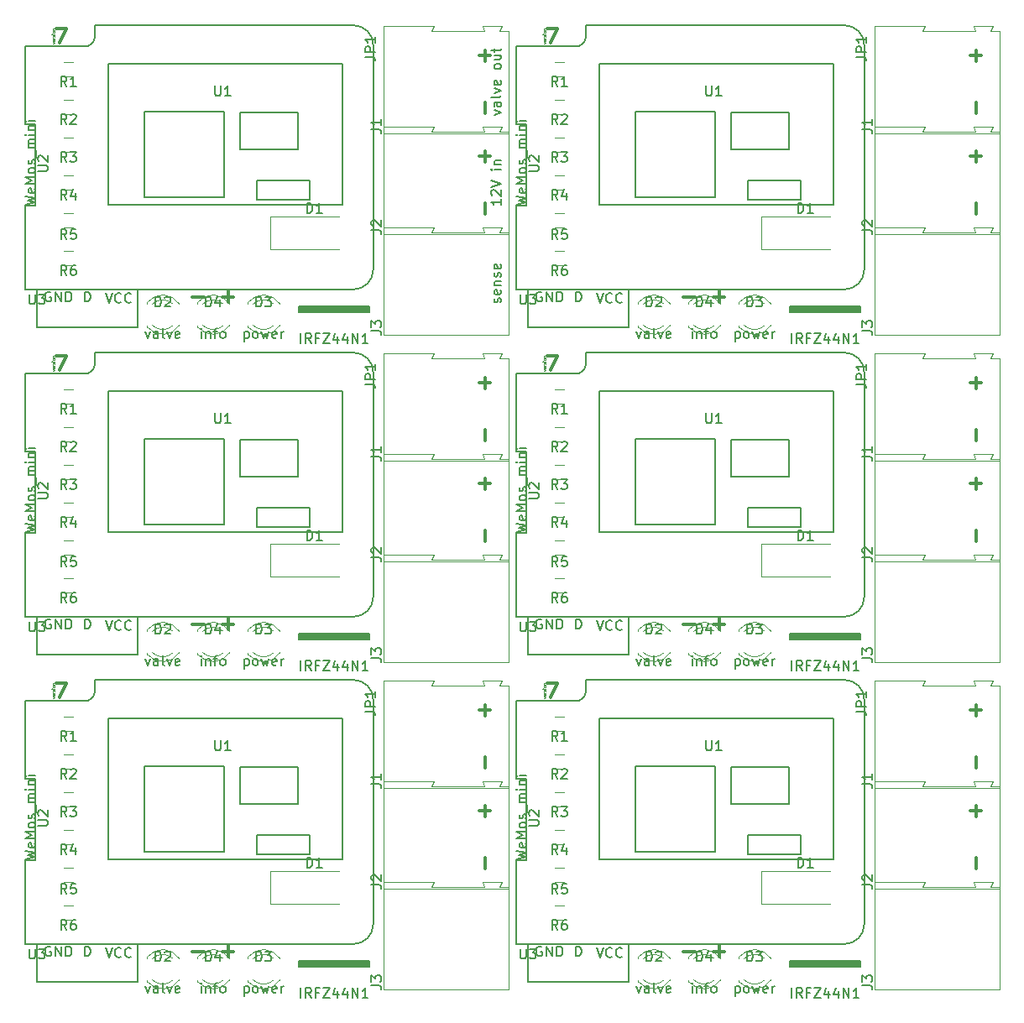
<source format=gbr>
G04 #@! TF.GenerationSoftware,KiCad,Pcbnew,5.0.1*
G04 #@! TF.CreationDate,2019-04-16T11:18:19+02:00*
G04 #@! TF.ProjectId,wasserschaden_smd,7761737365727363686164656E5F736D,rev?*
G04 #@! TF.SameCoordinates,Original*
G04 #@! TF.FileFunction,Legend,Top*
G04 #@! TF.FilePolarity,Positive*
%FSLAX46Y46*%
G04 Gerber Fmt 4.6, Leading zero omitted, Abs format (unit mm)*
G04 Created by KiCad (PCBNEW 5.0.1) date Di 16 Apr 2019 11:18:19 CEST*
%MOMM*%
%LPD*%
G01*
G04 APERTURE LIST*
%ADD10C,0.300000*%
%ADD11C,0.050000*%
%ADD12C,0.200000*%
%ADD13C,0.120000*%
%ADD14C,0.150000*%
G04 APERTURE END LIST*
D10*
X171521500Y-106366571D02*
X172521500Y-106366571D01*
X171878642Y-107866571D01*
X121991500Y-106366571D02*
X122991500Y-106366571D01*
X122348642Y-107866571D01*
X171521500Y-73346571D02*
X172521500Y-73346571D01*
X171878642Y-74846571D01*
X121991500Y-73346571D02*
X122991500Y-73346571D01*
X122348642Y-74846571D01*
X171521500Y-40326571D02*
X172521500Y-40326571D01*
X171878642Y-41826571D01*
D11*
X171131714Y-107881642D02*
X171331714Y-107810214D01*
X171131714Y-107738785D01*
X171317428Y-107510214D02*
X171331714Y-107538785D01*
X171331714Y-107595928D01*
X171317428Y-107624500D01*
X171288857Y-107638785D01*
X171174571Y-107638785D01*
X171146000Y-107624500D01*
X171131714Y-107595928D01*
X171131714Y-107538785D01*
X171146000Y-107510214D01*
X171174571Y-107495928D01*
X171203142Y-107495928D01*
X171231714Y-107638785D01*
X171331714Y-107367357D02*
X171131714Y-107367357D01*
X171188857Y-107367357D02*
X171160285Y-107353071D01*
X171146000Y-107338785D01*
X171131714Y-107310214D01*
X171131714Y-107281642D01*
X171317428Y-107195928D02*
X171331714Y-107167357D01*
X171331714Y-107110214D01*
X171317428Y-107081642D01*
X171288857Y-107067357D01*
X171274571Y-107067357D01*
X171246000Y-107081642D01*
X171231714Y-107110214D01*
X171231714Y-107153071D01*
X171217428Y-107181642D01*
X171188857Y-107195928D01*
X171174571Y-107195928D01*
X171146000Y-107181642D01*
X171131714Y-107153071D01*
X171131714Y-107110214D01*
X171146000Y-107081642D01*
X171331714Y-106938785D02*
X171131714Y-106938785D01*
X171031714Y-106938785D02*
X171046000Y-106953071D01*
X171060285Y-106938785D01*
X171046000Y-106924500D01*
X171031714Y-106938785D01*
X171060285Y-106938785D01*
X171331714Y-106753071D02*
X171317428Y-106781642D01*
X171303142Y-106795928D01*
X171274571Y-106810214D01*
X171188857Y-106810214D01*
X171160285Y-106795928D01*
X171146000Y-106781642D01*
X171131714Y-106753071D01*
X171131714Y-106710214D01*
X171146000Y-106681642D01*
X171160285Y-106667357D01*
X171188857Y-106653071D01*
X171274571Y-106653071D01*
X171303142Y-106667357D01*
X171317428Y-106681642D01*
X171331714Y-106710214D01*
X171331714Y-106753071D01*
X171131714Y-106524500D02*
X171331714Y-106524500D01*
X171160285Y-106524500D02*
X171146000Y-106510214D01*
X171131714Y-106481642D01*
X171131714Y-106438785D01*
X171146000Y-106410214D01*
X171174571Y-106395928D01*
X171331714Y-106395928D01*
X121601714Y-107881642D02*
X121801714Y-107810214D01*
X121601714Y-107738785D01*
X121787428Y-107510214D02*
X121801714Y-107538785D01*
X121801714Y-107595928D01*
X121787428Y-107624500D01*
X121758857Y-107638785D01*
X121644571Y-107638785D01*
X121616000Y-107624500D01*
X121601714Y-107595928D01*
X121601714Y-107538785D01*
X121616000Y-107510214D01*
X121644571Y-107495928D01*
X121673142Y-107495928D01*
X121701714Y-107638785D01*
X121801714Y-107367357D02*
X121601714Y-107367357D01*
X121658857Y-107367357D02*
X121630285Y-107353071D01*
X121616000Y-107338785D01*
X121601714Y-107310214D01*
X121601714Y-107281642D01*
X121787428Y-107195928D02*
X121801714Y-107167357D01*
X121801714Y-107110214D01*
X121787428Y-107081642D01*
X121758857Y-107067357D01*
X121744571Y-107067357D01*
X121716000Y-107081642D01*
X121701714Y-107110214D01*
X121701714Y-107153071D01*
X121687428Y-107181642D01*
X121658857Y-107195928D01*
X121644571Y-107195928D01*
X121616000Y-107181642D01*
X121601714Y-107153071D01*
X121601714Y-107110214D01*
X121616000Y-107081642D01*
X121801714Y-106938785D02*
X121601714Y-106938785D01*
X121501714Y-106938785D02*
X121516000Y-106953071D01*
X121530285Y-106938785D01*
X121516000Y-106924500D01*
X121501714Y-106938785D01*
X121530285Y-106938785D01*
X121801714Y-106753071D02*
X121787428Y-106781642D01*
X121773142Y-106795928D01*
X121744571Y-106810214D01*
X121658857Y-106810214D01*
X121630285Y-106795928D01*
X121616000Y-106781642D01*
X121601714Y-106753071D01*
X121601714Y-106710214D01*
X121616000Y-106681642D01*
X121630285Y-106667357D01*
X121658857Y-106653071D01*
X121744571Y-106653071D01*
X121773142Y-106667357D01*
X121787428Y-106681642D01*
X121801714Y-106710214D01*
X121801714Y-106753071D01*
X121601714Y-106524500D02*
X121801714Y-106524500D01*
X121630285Y-106524500D02*
X121616000Y-106510214D01*
X121601714Y-106481642D01*
X121601714Y-106438785D01*
X121616000Y-106410214D01*
X121644571Y-106395928D01*
X121801714Y-106395928D01*
X171131714Y-74861642D02*
X171331714Y-74790214D01*
X171131714Y-74718785D01*
X171317428Y-74490214D02*
X171331714Y-74518785D01*
X171331714Y-74575928D01*
X171317428Y-74604500D01*
X171288857Y-74618785D01*
X171174571Y-74618785D01*
X171146000Y-74604500D01*
X171131714Y-74575928D01*
X171131714Y-74518785D01*
X171146000Y-74490214D01*
X171174571Y-74475928D01*
X171203142Y-74475928D01*
X171231714Y-74618785D01*
X171331714Y-74347357D02*
X171131714Y-74347357D01*
X171188857Y-74347357D02*
X171160285Y-74333071D01*
X171146000Y-74318785D01*
X171131714Y-74290214D01*
X171131714Y-74261642D01*
X171317428Y-74175928D02*
X171331714Y-74147357D01*
X171331714Y-74090214D01*
X171317428Y-74061642D01*
X171288857Y-74047357D01*
X171274571Y-74047357D01*
X171246000Y-74061642D01*
X171231714Y-74090214D01*
X171231714Y-74133071D01*
X171217428Y-74161642D01*
X171188857Y-74175928D01*
X171174571Y-74175928D01*
X171146000Y-74161642D01*
X171131714Y-74133071D01*
X171131714Y-74090214D01*
X171146000Y-74061642D01*
X171331714Y-73918785D02*
X171131714Y-73918785D01*
X171031714Y-73918785D02*
X171046000Y-73933071D01*
X171060285Y-73918785D01*
X171046000Y-73904500D01*
X171031714Y-73918785D01*
X171060285Y-73918785D01*
X171331714Y-73733071D02*
X171317428Y-73761642D01*
X171303142Y-73775928D01*
X171274571Y-73790214D01*
X171188857Y-73790214D01*
X171160285Y-73775928D01*
X171146000Y-73761642D01*
X171131714Y-73733071D01*
X171131714Y-73690214D01*
X171146000Y-73661642D01*
X171160285Y-73647357D01*
X171188857Y-73633071D01*
X171274571Y-73633071D01*
X171303142Y-73647357D01*
X171317428Y-73661642D01*
X171331714Y-73690214D01*
X171331714Y-73733071D01*
X171131714Y-73504500D02*
X171331714Y-73504500D01*
X171160285Y-73504500D02*
X171146000Y-73490214D01*
X171131714Y-73461642D01*
X171131714Y-73418785D01*
X171146000Y-73390214D01*
X171174571Y-73375928D01*
X171331714Y-73375928D01*
X121601714Y-74861642D02*
X121801714Y-74790214D01*
X121601714Y-74718785D01*
X121787428Y-74490214D02*
X121801714Y-74518785D01*
X121801714Y-74575928D01*
X121787428Y-74604500D01*
X121758857Y-74618785D01*
X121644571Y-74618785D01*
X121616000Y-74604500D01*
X121601714Y-74575928D01*
X121601714Y-74518785D01*
X121616000Y-74490214D01*
X121644571Y-74475928D01*
X121673142Y-74475928D01*
X121701714Y-74618785D01*
X121801714Y-74347357D02*
X121601714Y-74347357D01*
X121658857Y-74347357D02*
X121630285Y-74333071D01*
X121616000Y-74318785D01*
X121601714Y-74290214D01*
X121601714Y-74261642D01*
X121787428Y-74175928D02*
X121801714Y-74147357D01*
X121801714Y-74090214D01*
X121787428Y-74061642D01*
X121758857Y-74047357D01*
X121744571Y-74047357D01*
X121716000Y-74061642D01*
X121701714Y-74090214D01*
X121701714Y-74133071D01*
X121687428Y-74161642D01*
X121658857Y-74175928D01*
X121644571Y-74175928D01*
X121616000Y-74161642D01*
X121601714Y-74133071D01*
X121601714Y-74090214D01*
X121616000Y-74061642D01*
X121801714Y-73918785D02*
X121601714Y-73918785D01*
X121501714Y-73918785D02*
X121516000Y-73933071D01*
X121530285Y-73918785D01*
X121516000Y-73904500D01*
X121501714Y-73918785D01*
X121530285Y-73918785D01*
X121801714Y-73733071D02*
X121787428Y-73761642D01*
X121773142Y-73775928D01*
X121744571Y-73790214D01*
X121658857Y-73790214D01*
X121630285Y-73775928D01*
X121616000Y-73761642D01*
X121601714Y-73733071D01*
X121601714Y-73690214D01*
X121616000Y-73661642D01*
X121630285Y-73647357D01*
X121658857Y-73633071D01*
X121744571Y-73633071D01*
X121773142Y-73647357D01*
X121787428Y-73661642D01*
X121801714Y-73690214D01*
X121801714Y-73733071D01*
X121601714Y-73504500D02*
X121801714Y-73504500D01*
X121630285Y-73504500D02*
X121616000Y-73490214D01*
X121601714Y-73461642D01*
X121601714Y-73418785D01*
X121616000Y-73390214D01*
X121644571Y-73375928D01*
X121801714Y-73375928D01*
X171131714Y-41841642D02*
X171331714Y-41770214D01*
X171131714Y-41698785D01*
X171317428Y-41470214D02*
X171331714Y-41498785D01*
X171331714Y-41555928D01*
X171317428Y-41584500D01*
X171288857Y-41598785D01*
X171174571Y-41598785D01*
X171146000Y-41584500D01*
X171131714Y-41555928D01*
X171131714Y-41498785D01*
X171146000Y-41470214D01*
X171174571Y-41455928D01*
X171203142Y-41455928D01*
X171231714Y-41598785D01*
X171331714Y-41327357D02*
X171131714Y-41327357D01*
X171188857Y-41327357D02*
X171160285Y-41313071D01*
X171146000Y-41298785D01*
X171131714Y-41270214D01*
X171131714Y-41241642D01*
X171317428Y-41155928D02*
X171331714Y-41127357D01*
X171331714Y-41070214D01*
X171317428Y-41041642D01*
X171288857Y-41027357D01*
X171274571Y-41027357D01*
X171246000Y-41041642D01*
X171231714Y-41070214D01*
X171231714Y-41113071D01*
X171217428Y-41141642D01*
X171188857Y-41155928D01*
X171174571Y-41155928D01*
X171146000Y-41141642D01*
X171131714Y-41113071D01*
X171131714Y-41070214D01*
X171146000Y-41041642D01*
X171331714Y-40898785D02*
X171131714Y-40898785D01*
X171031714Y-40898785D02*
X171046000Y-40913071D01*
X171060285Y-40898785D01*
X171046000Y-40884500D01*
X171031714Y-40898785D01*
X171060285Y-40898785D01*
X171331714Y-40713071D02*
X171317428Y-40741642D01*
X171303142Y-40755928D01*
X171274571Y-40770214D01*
X171188857Y-40770214D01*
X171160285Y-40755928D01*
X171146000Y-40741642D01*
X171131714Y-40713071D01*
X171131714Y-40670214D01*
X171146000Y-40641642D01*
X171160285Y-40627357D01*
X171188857Y-40613071D01*
X171274571Y-40613071D01*
X171303142Y-40627357D01*
X171317428Y-40641642D01*
X171331714Y-40670214D01*
X171331714Y-40713071D01*
X171131714Y-40484500D02*
X171331714Y-40484500D01*
X171160285Y-40484500D02*
X171146000Y-40470214D01*
X171131714Y-40441642D01*
X171131714Y-40398785D01*
X171146000Y-40370214D01*
X171174571Y-40355928D01*
X171331714Y-40355928D01*
D10*
X214737142Y-125134285D02*
X214737142Y-123991428D01*
X214737142Y-119848571D02*
X214737142Y-118705714D01*
X215308571Y-119277142D02*
X214165714Y-119277142D01*
X165207142Y-125134285D02*
X165207142Y-123991428D01*
X165207142Y-119848571D02*
X165207142Y-118705714D01*
X165778571Y-119277142D02*
X164635714Y-119277142D01*
X214737142Y-92114285D02*
X214737142Y-90971428D01*
X214737142Y-86828571D02*
X214737142Y-85685714D01*
X215308571Y-86257142D02*
X214165714Y-86257142D01*
X165207142Y-92114285D02*
X165207142Y-90971428D01*
X165207142Y-86828571D02*
X165207142Y-85685714D01*
X165778571Y-86257142D02*
X164635714Y-86257142D01*
X214737142Y-59094285D02*
X214737142Y-57951428D01*
X214737142Y-53808571D02*
X214737142Y-52665714D01*
X215308571Y-53237142D02*
X214165714Y-53237142D01*
X214737142Y-114974285D02*
X214737142Y-113831428D01*
X214737142Y-109688571D02*
X214737142Y-108545714D01*
X215308571Y-109117142D02*
X214165714Y-109117142D01*
X165207142Y-114974285D02*
X165207142Y-113831428D01*
X165207142Y-109688571D02*
X165207142Y-108545714D01*
X165778571Y-109117142D02*
X164635714Y-109117142D01*
X214737142Y-81954285D02*
X214737142Y-80811428D01*
X214737142Y-76668571D02*
X214737142Y-75525714D01*
X215308571Y-76097142D02*
X214165714Y-76097142D01*
X165207142Y-81954285D02*
X165207142Y-80811428D01*
X165207142Y-76668571D02*
X165207142Y-75525714D01*
X165778571Y-76097142D02*
X164635714Y-76097142D01*
X214737142Y-48934285D02*
X214737142Y-47791428D01*
X214737142Y-43648571D02*
X214737142Y-42505714D01*
X215308571Y-43077142D02*
X214165714Y-43077142D01*
D12*
X190476428Y-136945714D02*
X190476428Y-137945714D01*
X190476428Y-136993333D02*
X190571666Y-136945714D01*
X190762142Y-136945714D01*
X190857380Y-136993333D01*
X190905000Y-137040952D01*
X190952619Y-137136190D01*
X190952619Y-137421904D01*
X190905000Y-137517142D01*
X190857380Y-137564761D01*
X190762142Y-137612380D01*
X190571666Y-137612380D01*
X190476428Y-137564761D01*
X191524047Y-137612380D02*
X191428809Y-137564761D01*
X191381190Y-137517142D01*
X191333571Y-137421904D01*
X191333571Y-137136190D01*
X191381190Y-137040952D01*
X191428809Y-136993333D01*
X191524047Y-136945714D01*
X191666904Y-136945714D01*
X191762142Y-136993333D01*
X191809761Y-137040952D01*
X191857380Y-137136190D01*
X191857380Y-137421904D01*
X191809761Y-137517142D01*
X191762142Y-137564761D01*
X191666904Y-137612380D01*
X191524047Y-137612380D01*
X192190714Y-136945714D02*
X192381190Y-137612380D01*
X192571666Y-137136190D01*
X192762142Y-137612380D01*
X192952619Y-136945714D01*
X193714523Y-137564761D02*
X193619285Y-137612380D01*
X193428809Y-137612380D01*
X193333571Y-137564761D01*
X193285952Y-137469523D01*
X193285952Y-137088571D01*
X193333571Y-136993333D01*
X193428809Y-136945714D01*
X193619285Y-136945714D01*
X193714523Y-136993333D01*
X193762142Y-137088571D01*
X193762142Y-137183809D01*
X193285952Y-137279047D01*
X194190714Y-137612380D02*
X194190714Y-136945714D01*
X194190714Y-137136190D02*
X194238333Y-137040952D01*
X194285952Y-136993333D01*
X194381190Y-136945714D01*
X194476428Y-136945714D01*
X140946428Y-136945714D02*
X140946428Y-137945714D01*
X140946428Y-136993333D02*
X141041666Y-136945714D01*
X141232142Y-136945714D01*
X141327380Y-136993333D01*
X141375000Y-137040952D01*
X141422619Y-137136190D01*
X141422619Y-137421904D01*
X141375000Y-137517142D01*
X141327380Y-137564761D01*
X141232142Y-137612380D01*
X141041666Y-137612380D01*
X140946428Y-137564761D01*
X141994047Y-137612380D02*
X141898809Y-137564761D01*
X141851190Y-137517142D01*
X141803571Y-137421904D01*
X141803571Y-137136190D01*
X141851190Y-137040952D01*
X141898809Y-136993333D01*
X141994047Y-136945714D01*
X142136904Y-136945714D01*
X142232142Y-136993333D01*
X142279761Y-137040952D01*
X142327380Y-137136190D01*
X142327380Y-137421904D01*
X142279761Y-137517142D01*
X142232142Y-137564761D01*
X142136904Y-137612380D01*
X141994047Y-137612380D01*
X142660714Y-136945714D02*
X142851190Y-137612380D01*
X143041666Y-137136190D01*
X143232142Y-137612380D01*
X143422619Y-136945714D01*
X144184523Y-137564761D02*
X144089285Y-137612380D01*
X143898809Y-137612380D01*
X143803571Y-137564761D01*
X143755952Y-137469523D01*
X143755952Y-137088571D01*
X143803571Y-136993333D01*
X143898809Y-136945714D01*
X144089285Y-136945714D01*
X144184523Y-136993333D01*
X144232142Y-137088571D01*
X144232142Y-137183809D01*
X143755952Y-137279047D01*
X144660714Y-137612380D02*
X144660714Y-136945714D01*
X144660714Y-137136190D02*
X144708333Y-137040952D01*
X144755952Y-136993333D01*
X144851190Y-136945714D01*
X144946428Y-136945714D01*
X190476428Y-103925714D02*
X190476428Y-104925714D01*
X190476428Y-103973333D02*
X190571666Y-103925714D01*
X190762142Y-103925714D01*
X190857380Y-103973333D01*
X190905000Y-104020952D01*
X190952619Y-104116190D01*
X190952619Y-104401904D01*
X190905000Y-104497142D01*
X190857380Y-104544761D01*
X190762142Y-104592380D01*
X190571666Y-104592380D01*
X190476428Y-104544761D01*
X191524047Y-104592380D02*
X191428809Y-104544761D01*
X191381190Y-104497142D01*
X191333571Y-104401904D01*
X191333571Y-104116190D01*
X191381190Y-104020952D01*
X191428809Y-103973333D01*
X191524047Y-103925714D01*
X191666904Y-103925714D01*
X191762142Y-103973333D01*
X191809761Y-104020952D01*
X191857380Y-104116190D01*
X191857380Y-104401904D01*
X191809761Y-104497142D01*
X191762142Y-104544761D01*
X191666904Y-104592380D01*
X191524047Y-104592380D01*
X192190714Y-103925714D02*
X192381190Y-104592380D01*
X192571666Y-104116190D01*
X192762142Y-104592380D01*
X192952619Y-103925714D01*
X193714523Y-104544761D02*
X193619285Y-104592380D01*
X193428809Y-104592380D01*
X193333571Y-104544761D01*
X193285952Y-104449523D01*
X193285952Y-104068571D01*
X193333571Y-103973333D01*
X193428809Y-103925714D01*
X193619285Y-103925714D01*
X193714523Y-103973333D01*
X193762142Y-104068571D01*
X193762142Y-104163809D01*
X193285952Y-104259047D01*
X194190714Y-104592380D02*
X194190714Y-103925714D01*
X194190714Y-104116190D02*
X194238333Y-104020952D01*
X194285952Y-103973333D01*
X194381190Y-103925714D01*
X194476428Y-103925714D01*
X140946428Y-103925714D02*
X140946428Y-104925714D01*
X140946428Y-103973333D02*
X141041666Y-103925714D01*
X141232142Y-103925714D01*
X141327380Y-103973333D01*
X141375000Y-104020952D01*
X141422619Y-104116190D01*
X141422619Y-104401904D01*
X141375000Y-104497142D01*
X141327380Y-104544761D01*
X141232142Y-104592380D01*
X141041666Y-104592380D01*
X140946428Y-104544761D01*
X141994047Y-104592380D02*
X141898809Y-104544761D01*
X141851190Y-104497142D01*
X141803571Y-104401904D01*
X141803571Y-104116190D01*
X141851190Y-104020952D01*
X141898809Y-103973333D01*
X141994047Y-103925714D01*
X142136904Y-103925714D01*
X142232142Y-103973333D01*
X142279761Y-104020952D01*
X142327380Y-104116190D01*
X142327380Y-104401904D01*
X142279761Y-104497142D01*
X142232142Y-104544761D01*
X142136904Y-104592380D01*
X141994047Y-104592380D01*
X142660714Y-103925714D02*
X142851190Y-104592380D01*
X143041666Y-104116190D01*
X143232142Y-104592380D01*
X143422619Y-103925714D01*
X144184523Y-104544761D02*
X144089285Y-104592380D01*
X143898809Y-104592380D01*
X143803571Y-104544761D01*
X143755952Y-104449523D01*
X143755952Y-104068571D01*
X143803571Y-103973333D01*
X143898809Y-103925714D01*
X144089285Y-103925714D01*
X144184523Y-103973333D01*
X144232142Y-104068571D01*
X144232142Y-104163809D01*
X143755952Y-104259047D01*
X144660714Y-104592380D02*
X144660714Y-103925714D01*
X144660714Y-104116190D02*
X144708333Y-104020952D01*
X144755952Y-103973333D01*
X144851190Y-103925714D01*
X144946428Y-103925714D01*
X190476428Y-70905714D02*
X190476428Y-71905714D01*
X190476428Y-70953333D02*
X190571666Y-70905714D01*
X190762142Y-70905714D01*
X190857380Y-70953333D01*
X190905000Y-71000952D01*
X190952619Y-71096190D01*
X190952619Y-71381904D01*
X190905000Y-71477142D01*
X190857380Y-71524761D01*
X190762142Y-71572380D01*
X190571666Y-71572380D01*
X190476428Y-71524761D01*
X191524047Y-71572380D02*
X191428809Y-71524761D01*
X191381190Y-71477142D01*
X191333571Y-71381904D01*
X191333571Y-71096190D01*
X191381190Y-71000952D01*
X191428809Y-70953333D01*
X191524047Y-70905714D01*
X191666904Y-70905714D01*
X191762142Y-70953333D01*
X191809761Y-71000952D01*
X191857380Y-71096190D01*
X191857380Y-71381904D01*
X191809761Y-71477142D01*
X191762142Y-71524761D01*
X191666904Y-71572380D01*
X191524047Y-71572380D01*
X192190714Y-70905714D02*
X192381190Y-71572380D01*
X192571666Y-71096190D01*
X192762142Y-71572380D01*
X192952619Y-70905714D01*
X193714523Y-71524761D02*
X193619285Y-71572380D01*
X193428809Y-71572380D01*
X193333571Y-71524761D01*
X193285952Y-71429523D01*
X193285952Y-71048571D01*
X193333571Y-70953333D01*
X193428809Y-70905714D01*
X193619285Y-70905714D01*
X193714523Y-70953333D01*
X193762142Y-71048571D01*
X193762142Y-71143809D01*
X193285952Y-71239047D01*
X194190714Y-71572380D02*
X194190714Y-70905714D01*
X194190714Y-71096190D02*
X194238333Y-71000952D01*
X194285952Y-70953333D01*
X194381190Y-70905714D01*
X194476428Y-70905714D01*
X186134523Y-137612380D02*
X186134523Y-136945714D01*
X186134523Y-136612380D02*
X186086904Y-136660000D01*
X186134523Y-136707619D01*
X186182142Y-136660000D01*
X186134523Y-136612380D01*
X186134523Y-136707619D01*
X186610714Y-136945714D02*
X186610714Y-137612380D01*
X186610714Y-137040952D02*
X186658333Y-136993333D01*
X186753571Y-136945714D01*
X186896428Y-136945714D01*
X186991666Y-136993333D01*
X187039285Y-137088571D01*
X187039285Y-137612380D01*
X187372619Y-136945714D02*
X187753571Y-136945714D01*
X187515476Y-137612380D02*
X187515476Y-136755238D01*
X187563095Y-136660000D01*
X187658333Y-136612380D01*
X187753571Y-136612380D01*
X188229761Y-137612380D02*
X188134523Y-137564761D01*
X188086904Y-137517142D01*
X188039285Y-137421904D01*
X188039285Y-137136190D01*
X188086904Y-137040952D01*
X188134523Y-136993333D01*
X188229761Y-136945714D01*
X188372619Y-136945714D01*
X188467857Y-136993333D01*
X188515476Y-137040952D01*
X188563095Y-137136190D01*
X188563095Y-137421904D01*
X188515476Y-137517142D01*
X188467857Y-137564761D01*
X188372619Y-137612380D01*
X188229761Y-137612380D01*
X136604523Y-137612380D02*
X136604523Y-136945714D01*
X136604523Y-136612380D02*
X136556904Y-136660000D01*
X136604523Y-136707619D01*
X136652142Y-136660000D01*
X136604523Y-136612380D01*
X136604523Y-136707619D01*
X137080714Y-136945714D02*
X137080714Y-137612380D01*
X137080714Y-137040952D02*
X137128333Y-136993333D01*
X137223571Y-136945714D01*
X137366428Y-136945714D01*
X137461666Y-136993333D01*
X137509285Y-137088571D01*
X137509285Y-137612380D01*
X137842619Y-136945714D02*
X138223571Y-136945714D01*
X137985476Y-137612380D02*
X137985476Y-136755238D01*
X138033095Y-136660000D01*
X138128333Y-136612380D01*
X138223571Y-136612380D01*
X138699761Y-137612380D02*
X138604523Y-137564761D01*
X138556904Y-137517142D01*
X138509285Y-137421904D01*
X138509285Y-137136190D01*
X138556904Y-137040952D01*
X138604523Y-136993333D01*
X138699761Y-136945714D01*
X138842619Y-136945714D01*
X138937857Y-136993333D01*
X138985476Y-137040952D01*
X139033095Y-137136190D01*
X139033095Y-137421904D01*
X138985476Y-137517142D01*
X138937857Y-137564761D01*
X138842619Y-137612380D01*
X138699761Y-137612380D01*
X186134523Y-104592380D02*
X186134523Y-103925714D01*
X186134523Y-103592380D02*
X186086904Y-103640000D01*
X186134523Y-103687619D01*
X186182142Y-103640000D01*
X186134523Y-103592380D01*
X186134523Y-103687619D01*
X186610714Y-103925714D02*
X186610714Y-104592380D01*
X186610714Y-104020952D02*
X186658333Y-103973333D01*
X186753571Y-103925714D01*
X186896428Y-103925714D01*
X186991666Y-103973333D01*
X187039285Y-104068571D01*
X187039285Y-104592380D01*
X187372619Y-103925714D02*
X187753571Y-103925714D01*
X187515476Y-104592380D02*
X187515476Y-103735238D01*
X187563095Y-103640000D01*
X187658333Y-103592380D01*
X187753571Y-103592380D01*
X188229761Y-104592380D02*
X188134523Y-104544761D01*
X188086904Y-104497142D01*
X188039285Y-104401904D01*
X188039285Y-104116190D01*
X188086904Y-104020952D01*
X188134523Y-103973333D01*
X188229761Y-103925714D01*
X188372619Y-103925714D01*
X188467857Y-103973333D01*
X188515476Y-104020952D01*
X188563095Y-104116190D01*
X188563095Y-104401904D01*
X188515476Y-104497142D01*
X188467857Y-104544761D01*
X188372619Y-104592380D01*
X188229761Y-104592380D01*
X136604523Y-104592380D02*
X136604523Y-103925714D01*
X136604523Y-103592380D02*
X136556904Y-103640000D01*
X136604523Y-103687619D01*
X136652142Y-103640000D01*
X136604523Y-103592380D01*
X136604523Y-103687619D01*
X137080714Y-103925714D02*
X137080714Y-104592380D01*
X137080714Y-104020952D02*
X137128333Y-103973333D01*
X137223571Y-103925714D01*
X137366428Y-103925714D01*
X137461666Y-103973333D01*
X137509285Y-104068571D01*
X137509285Y-104592380D01*
X137842619Y-103925714D02*
X138223571Y-103925714D01*
X137985476Y-104592380D02*
X137985476Y-103735238D01*
X138033095Y-103640000D01*
X138128333Y-103592380D01*
X138223571Y-103592380D01*
X138699761Y-104592380D02*
X138604523Y-104544761D01*
X138556904Y-104497142D01*
X138509285Y-104401904D01*
X138509285Y-104116190D01*
X138556904Y-104020952D01*
X138604523Y-103973333D01*
X138699761Y-103925714D01*
X138842619Y-103925714D01*
X138937857Y-103973333D01*
X138985476Y-104020952D01*
X139033095Y-104116190D01*
X139033095Y-104401904D01*
X138985476Y-104497142D01*
X138937857Y-104544761D01*
X138842619Y-104592380D01*
X138699761Y-104592380D01*
X186134523Y-71572380D02*
X186134523Y-70905714D01*
X186134523Y-70572380D02*
X186086904Y-70620000D01*
X186134523Y-70667619D01*
X186182142Y-70620000D01*
X186134523Y-70572380D01*
X186134523Y-70667619D01*
X186610714Y-70905714D02*
X186610714Y-71572380D01*
X186610714Y-71000952D02*
X186658333Y-70953333D01*
X186753571Y-70905714D01*
X186896428Y-70905714D01*
X186991666Y-70953333D01*
X187039285Y-71048571D01*
X187039285Y-71572380D01*
X187372619Y-70905714D02*
X187753571Y-70905714D01*
X187515476Y-71572380D02*
X187515476Y-70715238D01*
X187563095Y-70620000D01*
X187658333Y-70572380D01*
X187753571Y-70572380D01*
X188229761Y-71572380D02*
X188134523Y-71524761D01*
X188086904Y-71477142D01*
X188039285Y-71381904D01*
X188039285Y-71096190D01*
X188086904Y-71000952D01*
X188134523Y-70953333D01*
X188229761Y-70905714D01*
X188372619Y-70905714D01*
X188467857Y-70953333D01*
X188515476Y-71000952D01*
X188563095Y-71096190D01*
X188563095Y-71381904D01*
X188515476Y-71477142D01*
X188467857Y-71524761D01*
X188372619Y-71572380D01*
X188229761Y-71572380D01*
X180483095Y-136945714D02*
X180721190Y-137612380D01*
X180959285Y-136945714D01*
X181768809Y-137612380D02*
X181768809Y-137088571D01*
X181721190Y-136993333D01*
X181625952Y-136945714D01*
X181435476Y-136945714D01*
X181340238Y-136993333D01*
X181768809Y-137564761D02*
X181673571Y-137612380D01*
X181435476Y-137612380D01*
X181340238Y-137564761D01*
X181292619Y-137469523D01*
X181292619Y-137374285D01*
X181340238Y-137279047D01*
X181435476Y-137231428D01*
X181673571Y-137231428D01*
X181768809Y-137183809D01*
X182387857Y-137612380D02*
X182292619Y-137564761D01*
X182245000Y-137469523D01*
X182245000Y-136612380D01*
X182673571Y-136945714D02*
X182911666Y-137612380D01*
X183149761Y-136945714D01*
X183911666Y-137564761D02*
X183816428Y-137612380D01*
X183625952Y-137612380D01*
X183530714Y-137564761D01*
X183483095Y-137469523D01*
X183483095Y-137088571D01*
X183530714Y-136993333D01*
X183625952Y-136945714D01*
X183816428Y-136945714D01*
X183911666Y-136993333D01*
X183959285Y-137088571D01*
X183959285Y-137183809D01*
X183483095Y-137279047D01*
X130953095Y-136945714D02*
X131191190Y-137612380D01*
X131429285Y-136945714D01*
X132238809Y-137612380D02*
X132238809Y-137088571D01*
X132191190Y-136993333D01*
X132095952Y-136945714D01*
X131905476Y-136945714D01*
X131810238Y-136993333D01*
X132238809Y-137564761D02*
X132143571Y-137612380D01*
X131905476Y-137612380D01*
X131810238Y-137564761D01*
X131762619Y-137469523D01*
X131762619Y-137374285D01*
X131810238Y-137279047D01*
X131905476Y-137231428D01*
X132143571Y-137231428D01*
X132238809Y-137183809D01*
X132857857Y-137612380D02*
X132762619Y-137564761D01*
X132715000Y-137469523D01*
X132715000Y-136612380D01*
X133143571Y-136945714D02*
X133381666Y-137612380D01*
X133619761Y-136945714D01*
X134381666Y-137564761D02*
X134286428Y-137612380D01*
X134095952Y-137612380D01*
X134000714Y-137564761D01*
X133953095Y-137469523D01*
X133953095Y-137088571D01*
X134000714Y-136993333D01*
X134095952Y-136945714D01*
X134286428Y-136945714D01*
X134381666Y-136993333D01*
X134429285Y-137088571D01*
X134429285Y-137183809D01*
X133953095Y-137279047D01*
X180483095Y-103925714D02*
X180721190Y-104592380D01*
X180959285Y-103925714D01*
X181768809Y-104592380D02*
X181768809Y-104068571D01*
X181721190Y-103973333D01*
X181625952Y-103925714D01*
X181435476Y-103925714D01*
X181340238Y-103973333D01*
X181768809Y-104544761D02*
X181673571Y-104592380D01*
X181435476Y-104592380D01*
X181340238Y-104544761D01*
X181292619Y-104449523D01*
X181292619Y-104354285D01*
X181340238Y-104259047D01*
X181435476Y-104211428D01*
X181673571Y-104211428D01*
X181768809Y-104163809D01*
X182387857Y-104592380D02*
X182292619Y-104544761D01*
X182245000Y-104449523D01*
X182245000Y-103592380D01*
X182673571Y-103925714D02*
X182911666Y-104592380D01*
X183149761Y-103925714D01*
X183911666Y-104544761D02*
X183816428Y-104592380D01*
X183625952Y-104592380D01*
X183530714Y-104544761D01*
X183483095Y-104449523D01*
X183483095Y-104068571D01*
X183530714Y-103973333D01*
X183625952Y-103925714D01*
X183816428Y-103925714D01*
X183911666Y-103973333D01*
X183959285Y-104068571D01*
X183959285Y-104163809D01*
X183483095Y-104259047D01*
X130953095Y-103925714D02*
X131191190Y-104592380D01*
X131429285Y-103925714D01*
X132238809Y-104592380D02*
X132238809Y-104068571D01*
X132191190Y-103973333D01*
X132095952Y-103925714D01*
X131905476Y-103925714D01*
X131810238Y-103973333D01*
X132238809Y-104544761D02*
X132143571Y-104592380D01*
X131905476Y-104592380D01*
X131810238Y-104544761D01*
X131762619Y-104449523D01*
X131762619Y-104354285D01*
X131810238Y-104259047D01*
X131905476Y-104211428D01*
X132143571Y-104211428D01*
X132238809Y-104163809D01*
X132857857Y-104592380D02*
X132762619Y-104544761D01*
X132715000Y-104449523D01*
X132715000Y-103592380D01*
X133143571Y-103925714D02*
X133381666Y-104592380D01*
X133619761Y-103925714D01*
X134381666Y-104544761D02*
X134286428Y-104592380D01*
X134095952Y-104592380D01*
X134000714Y-104544761D01*
X133953095Y-104449523D01*
X133953095Y-104068571D01*
X134000714Y-103973333D01*
X134095952Y-103925714D01*
X134286428Y-103925714D01*
X134381666Y-103973333D01*
X134429285Y-104068571D01*
X134429285Y-104163809D01*
X133953095Y-104259047D01*
X180483095Y-70905714D02*
X180721190Y-71572380D01*
X180959285Y-70905714D01*
X181768809Y-71572380D02*
X181768809Y-71048571D01*
X181721190Y-70953333D01*
X181625952Y-70905714D01*
X181435476Y-70905714D01*
X181340238Y-70953333D01*
X181768809Y-71524761D02*
X181673571Y-71572380D01*
X181435476Y-71572380D01*
X181340238Y-71524761D01*
X181292619Y-71429523D01*
X181292619Y-71334285D01*
X181340238Y-71239047D01*
X181435476Y-71191428D01*
X181673571Y-71191428D01*
X181768809Y-71143809D01*
X182387857Y-71572380D02*
X182292619Y-71524761D01*
X182245000Y-71429523D01*
X182245000Y-70572380D01*
X182673571Y-70905714D02*
X182911666Y-71572380D01*
X183149761Y-70905714D01*
X183911666Y-71524761D02*
X183816428Y-71572380D01*
X183625952Y-71572380D01*
X183530714Y-71524761D01*
X183483095Y-71429523D01*
X183483095Y-71048571D01*
X183530714Y-70953333D01*
X183625952Y-70905714D01*
X183816428Y-70905714D01*
X183911666Y-70953333D01*
X183959285Y-71048571D01*
X183959285Y-71143809D01*
X183483095Y-71239047D01*
D10*
X185253571Y-133457142D02*
X186396428Y-133457142D01*
X188253571Y-133457142D02*
X189396428Y-133457142D01*
X188825000Y-134028571D02*
X188825000Y-132885714D01*
X135723571Y-133457142D02*
X136866428Y-133457142D01*
X138723571Y-133457142D02*
X139866428Y-133457142D01*
X139295000Y-134028571D02*
X139295000Y-132885714D01*
X185253571Y-100437142D02*
X186396428Y-100437142D01*
X188253571Y-100437142D02*
X189396428Y-100437142D01*
X188825000Y-101008571D02*
X188825000Y-99865714D01*
X135723571Y-100437142D02*
X136866428Y-100437142D01*
X138723571Y-100437142D02*
X139866428Y-100437142D01*
X139295000Y-101008571D02*
X139295000Y-99865714D01*
X185253571Y-67417142D02*
X186396428Y-67417142D01*
X188253571Y-67417142D02*
X189396428Y-67417142D01*
X188825000Y-67988571D02*
X188825000Y-66845714D01*
D11*
X121601714Y-41841642D02*
X121801714Y-41770214D01*
X121601714Y-41698785D01*
X121787428Y-41470214D02*
X121801714Y-41498785D01*
X121801714Y-41555928D01*
X121787428Y-41584500D01*
X121758857Y-41598785D01*
X121644571Y-41598785D01*
X121616000Y-41584500D01*
X121601714Y-41555928D01*
X121601714Y-41498785D01*
X121616000Y-41470214D01*
X121644571Y-41455928D01*
X121673142Y-41455928D01*
X121701714Y-41598785D01*
X121801714Y-41327357D02*
X121601714Y-41327357D01*
X121658857Y-41327357D02*
X121630285Y-41313071D01*
X121616000Y-41298785D01*
X121601714Y-41270214D01*
X121601714Y-41241642D01*
X121787428Y-41155928D02*
X121801714Y-41127357D01*
X121801714Y-41070214D01*
X121787428Y-41041642D01*
X121758857Y-41027357D01*
X121744571Y-41027357D01*
X121716000Y-41041642D01*
X121701714Y-41070214D01*
X121701714Y-41113071D01*
X121687428Y-41141642D01*
X121658857Y-41155928D01*
X121644571Y-41155928D01*
X121616000Y-41141642D01*
X121601714Y-41113071D01*
X121601714Y-41070214D01*
X121616000Y-41041642D01*
X121801714Y-40898785D02*
X121601714Y-40898785D01*
X121501714Y-40898785D02*
X121516000Y-40913071D01*
X121530285Y-40898785D01*
X121516000Y-40884500D01*
X121501714Y-40898785D01*
X121530285Y-40898785D01*
X121801714Y-40713071D02*
X121787428Y-40741642D01*
X121773142Y-40755928D01*
X121744571Y-40770214D01*
X121658857Y-40770214D01*
X121630285Y-40755928D01*
X121616000Y-40741642D01*
X121601714Y-40713071D01*
X121601714Y-40670214D01*
X121616000Y-40641642D01*
X121630285Y-40627357D01*
X121658857Y-40613071D01*
X121744571Y-40613071D01*
X121773142Y-40627357D01*
X121787428Y-40641642D01*
X121801714Y-40670214D01*
X121801714Y-40713071D01*
X121601714Y-40484500D02*
X121801714Y-40484500D01*
X121630285Y-40484500D02*
X121616000Y-40470214D01*
X121601714Y-40441642D01*
X121601714Y-40398785D01*
X121616000Y-40370214D01*
X121644571Y-40355928D01*
X121801714Y-40355928D01*
D10*
X135723571Y-67417142D02*
X136866428Y-67417142D01*
X138723571Y-67417142D02*
X139866428Y-67417142D01*
X139295000Y-67988571D02*
X139295000Y-66845714D01*
D12*
X140946428Y-70905714D02*
X140946428Y-71905714D01*
X140946428Y-70953333D02*
X141041666Y-70905714D01*
X141232142Y-70905714D01*
X141327380Y-70953333D01*
X141375000Y-71000952D01*
X141422619Y-71096190D01*
X141422619Y-71381904D01*
X141375000Y-71477142D01*
X141327380Y-71524761D01*
X141232142Y-71572380D01*
X141041666Y-71572380D01*
X140946428Y-71524761D01*
X141994047Y-71572380D02*
X141898809Y-71524761D01*
X141851190Y-71477142D01*
X141803571Y-71381904D01*
X141803571Y-71096190D01*
X141851190Y-71000952D01*
X141898809Y-70953333D01*
X141994047Y-70905714D01*
X142136904Y-70905714D01*
X142232142Y-70953333D01*
X142279761Y-71000952D01*
X142327380Y-71096190D01*
X142327380Y-71381904D01*
X142279761Y-71477142D01*
X142232142Y-71524761D01*
X142136904Y-71572380D01*
X141994047Y-71572380D01*
X142660714Y-70905714D02*
X142851190Y-71572380D01*
X143041666Y-71096190D01*
X143232142Y-71572380D01*
X143422619Y-70905714D01*
X144184523Y-71524761D02*
X144089285Y-71572380D01*
X143898809Y-71572380D01*
X143803571Y-71524761D01*
X143755952Y-71429523D01*
X143755952Y-71048571D01*
X143803571Y-70953333D01*
X143898809Y-70905714D01*
X144089285Y-70905714D01*
X144184523Y-70953333D01*
X144232142Y-71048571D01*
X144232142Y-71143809D01*
X143755952Y-71239047D01*
X144660714Y-71572380D02*
X144660714Y-70905714D01*
X144660714Y-71096190D02*
X144708333Y-71000952D01*
X144755952Y-70953333D01*
X144851190Y-70905714D01*
X144946428Y-70905714D01*
X136604523Y-71572380D02*
X136604523Y-70905714D01*
X136604523Y-70572380D02*
X136556904Y-70620000D01*
X136604523Y-70667619D01*
X136652142Y-70620000D01*
X136604523Y-70572380D01*
X136604523Y-70667619D01*
X137080714Y-70905714D02*
X137080714Y-71572380D01*
X137080714Y-71000952D02*
X137128333Y-70953333D01*
X137223571Y-70905714D01*
X137366428Y-70905714D01*
X137461666Y-70953333D01*
X137509285Y-71048571D01*
X137509285Y-71572380D01*
X137842619Y-70905714D02*
X138223571Y-70905714D01*
X137985476Y-71572380D02*
X137985476Y-70715238D01*
X138033095Y-70620000D01*
X138128333Y-70572380D01*
X138223571Y-70572380D01*
X138699761Y-71572380D02*
X138604523Y-71524761D01*
X138556904Y-71477142D01*
X138509285Y-71381904D01*
X138509285Y-71096190D01*
X138556904Y-71000952D01*
X138604523Y-70953333D01*
X138699761Y-70905714D01*
X138842619Y-70905714D01*
X138937857Y-70953333D01*
X138985476Y-71000952D01*
X139033095Y-71096190D01*
X139033095Y-71381904D01*
X138985476Y-71477142D01*
X138937857Y-71524761D01*
X138842619Y-71572380D01*
X138699761Y-71572380D01*
X130953095Y-70905714D02*
X131191190Y-71572380D01*
X131429285Y-70905714D01*
X132238809Y-71572380D02*
X132238809Y-71048571D01*
X132191190Y-70953333D01*
X132095952Y-70905714D01*
X131905476Y-70905714D01*
X131810238Y-70953333D01*
X132238809Y-71524761D02*
X132143571Y-71572380D01*
X131905476Y-71572380D01*
X131810238Y-71524761D01*
X131762619Y-71429523D01*
X131762619Y-71334285D01*
X131810238Y-71239047D01*
X131905476Y-71191428D01*
X132143571Y-71191428D01*
X132238809Y-71143809D01*
X132857857Y-71572380D02*
X132762619Y-71524761D01*
X132715000Y-71429523D01*
X132715000Y-70572380D01*
X133143571Y-70905714D02*
X133381666Y-71572380D01*
X133619761Y-70905714D01*
X134381666Y-71524761D02*
X134286428Y-71572380D01*
X134095952Y-71572380D01*
X134000714Y-71524761D01*
X133953095Y-71429523D01*
X133953095Y-71048571D01*
X134000714Y-70953333D01*
X134095952Y-70905714D01*
X134286428Y-70905714D01*
X134381666Y-70953333D01*
X134429285Y-71048571D01*
X134429285Y-71143809D01*
X133953095Y-71239047D01*
D10*
X121991500Y-40326571D02*
X122991500Y-40326571D01*
X122348642Y-41826571D01*
X165207142Y-48934285D02*
X165207142Y-47791428D01*
X165207142Y-43648571D02*
X165207142Y-42505714D01*
X165778571Y-43077142D02*
X164635714Y-43077142D01*
X165207142Y-59094285D02*
X165207142Y-57951428D01*
X165207142Y-53808571D02*
X165207142Y-52665714D01*
X165778571Y-53237142D02*
X164635714Y-53237142D01*
D13*
G04 #@! TO.C,R1*
X172220000Y-109810000D02*
X173220000Y-109810000D01*
X173220000Y-111170000D02*
X172220000Y-111170000D01*
X122690000Y-109810000D02*
X123690000Y-109810000D01*
X123690000Y-111170000D02*
X122690000Y-111170000D01*
X172220000Y-76790000D02*
X173220000Y-76790000D01*
X173220000Y-78150000D02*
X172220000Y-78150000D01*
X122690000Y-76790000D02*
X123690000Y-76790000D01*
X123690000Y-78150000D02*
X122690000Y-78150000D01*
X172220000Y-43770000D02*
X173220000Y-43770000D01*
X173220000Y-45130000D02*
X172220000Y-45130000D01*
D14*
G04 #@! TO.C,IRFZ44N1*
G36*
X203086000Y-134389000D02*
X195974000Y-134389000D01*
X195974000Y-135024000D01*
X203086000Y-135024000D01*
X203086000Y-134389000D01*
G37*
X203086000Y-134389000D02*
X195974000Y-134389000D01*
X195974000Y-135024000D01*
X203086000Y-135024000D01*
X203086000Y-134389000D01*
G36*
X153556000Y-134389000D02*
X146444000Y-134389000D01*
X146444000Y-135024000D01*
X153556000Y-135024000D01*
X153556000Y-134389000D01*
G37*
X153556000Y-134389000D02*
X146444000Y-134389000D01*
X146444000Y-135024000D01*
X153556000Y-135024000D01*
X153556000Y-134389000D01*
G36*
X203086000Y-101369000D02*
X195974000Y-101369000D01*
X195974000Y-102004000D01*
X203086000Y-102004000D01*
X203086000Y-101369000D01*
G37*
X203086000Y-101369000D02*
X195974000Y-101369000D01*
X195974000Y-102004000D01*
X203086000Y-102004000D01*
X203086000Y-101369000D01*
G36*
X153556000Y-101369000D02*
X146444000Y-101369000D01*
X146444000Y-102004000D01*
X153556000Y-102004000D01*
X153556000Y-101369000D01*
G37*
X153556000Y-101369000D02*
X146444000Y-101369000D01*
X146444000Y-102004000D01*
X153556000Y-102004000D01*
X153556000Y-101369000D01*
G36*
X203086000Y-68349000D02*
X195974000Y-68349000D01*
X195974000Y-68984000D01*
X203086000Y-68984000D01*
X203086000Y-68349000D01*
G37*
X203086000Y-68349000D02*
X195974000Y-68349000D01*
X195974000Y-68984000D01*
X203086000Y-68984000D01*
X203086000Y-68349000D01*
D13*
G04 #@! TO.C,D1*
X193130000Y-125390000D02*
X193130000Y-128690000D01*
X193130000Y-128690000D02*
X200030000Y-128690000D01*
X193130000Y-125390000D02*
X200030000Y-125390000D01*
X143600000Y-125390000D02*
X143600000Y-128690000D01*
X143600000Y-128690000D02*
X150500000Y-128690000D01*
X143600000Y-125390000D02*
X150500000Y-125390000D01*
X193130000Y-92370000D02*
X193130000Y-95670000D01*
X193130000Y-95670000D02*
X200030000Y-95670000D01*
X193130000Y-92370000D02*
X200030000Y-92370000D01*
X143600000Y-92370000D02*
X143600000Y-95670000D01*
X143600000Y-95670000D02*
X150500000Y-95670000D01*
X143600000Y-92370000D02*
X150500000Y-92370000D01*
X193130000Y-59350000D02*
X193130000Y-62650000D01*
X193130000Y-62650000D02*
X200030000Y-62650000D01*
X193130000Y-59350000D02*
X200030000Y-59350000D01*
G04 #@! TO.C,R3*
X173220000Y-118790000D02*
X172220000Y-118790000D01*
X172220000Y-117430000D02*
X173220000Y-117430000D01*
X123690000Y-118790000D02*
X122690000Y-118790000D01*
X122690000Y-117430000D02*
X123690000Y-117430000D01*
X173220000Y-85770000D02*
X172220000Y-85770000D01*
X172220000Y-84410000D02*
X173220000Y-84410000D01*
X123690000Y-85770000D02*
X122690000Y-85770000D01*
X122690000Y-84410000D02*
X123690000Y-84410000D01*
X173220000Y-52750000D02*
X172220000Y-52750000D01*
X172220000Y-51390000D02*
X173220000Y-51390000D01*
G04 #@! TO.C,J1*
X204520000Y-116950000D02*
X217120000Y-116950000D01*
X217120000Y-116950000D02*
X217120000Y-106600000D01*
X217120000Y-106600000D02*
X216170000Y-106600000D01*
X216170000Y-106600000D02*
X216420000Y-106100000D01*
X216420000Y-106100000D02*
X214520000Y-106100000D01*
X214520000Y-106100000D02*
X214470000Y-106100000D01*
X214470000Y-106100000D02*
X214720000Y-106600000D01*
X214720000Y-106600000D02*
X209320000Y-106600000D01*
X209320000Y-106600000D02*
X209620000Y-106100000D01*
X209620000Y-106100000D02*
X204520000Y-106100000D01*
X204520000Y-106100000D02*
X204520000Y-116950000D01*
X154990000Y-116950000D02*
X167590000Y-116950000D01*
X167590000Y-116950000D02*
X167590000Y-106600000D01*
X167590000Y-106600000D02*
X166640000Y-106600000D01*
X166640000Y-106600000D02*
X166890000Y-106100000D01*
X166890000Y-106100000D02*
X164990000Y-106100000D01*
X164990000Y-106100000D02*
X164940000Y-106100000D01*
X164940000Y-106100000D02*
X165190000Y-106600000D01*
X165190000Y-106600000D02*
X159790000Y-106600000D01*
X159790000Y-106600000D02*
X160090000Y-106100000D01*
X160090000Y-106100000D02*
X154990000Y-106100000D01*
X154990000Y-106100000D02*
X154990000Y-116950000D01*
X204520000Y-83930000D02*
X217120000Y-83930000D01*
X217120000Y-83930000D02*
X217120000Y-73580000D01*
X217120000Y-73580000D02*
X216170000Y-73580000D01*
X216170000Y-73580000D02*
X216420000Y-73080000D01*
X216420000Y-73080000D02*
X214520000Y-73080000D01*
X214520000Y-73080000D02*
X214470000Y-73080000D01*
X214470000Y-73080000D02*
X214720000Y-73580000D01*
X214720000Y-73580000D02*
X209320000Y-73580000D01*
X209320000Y-73580000D02*
X209620000Y-73080000D01*
X209620000Y-73080000D02*
X204520000Y-73080000D01*
X204520000Y-73080000D02*
X204520000Y-83930000D01*
X154990000Y-83930000D02*
X167590000Y-83930000D01*
X167590000Y-83930000D02*
X167590000Y-73580000D01*
X167590000Y-73580000D02*
X166640000Y-73580000D01*
X166640000Y-73580000D02*
X166890000Y-73080000D01*
X166890000Y-73080000D02*
X164990000Y-73080000D01*
X164990000Y-73080000D02*
X164940000Y-73080000D01*
X164940000Y-73080000D02*
X165190000Y-73580000D01*
X165190000Y-73580000D02*
X159790000Y-73580000D01*
X159790000Y-73580000D02*
X160090000Y-73080000D01*
X160090000Y-73080000D02*
X154990000Y-73080000D01*
X154990000Y-73080000D02*
X154990000Y-83930000D01*
X204520000Y-50910000D02*
X217120000Y-50910000D01*
X217120000Y-50910000D02*
X217120000Y-40560000D01*
X217120000Y-40560000D02*
X216170000Y-40560000D01*
X216170000Y-40560000D02*
X216420000Y-40060000D01*
X216420000Y-40060000D02*
X214520000Y-40060000D01*
X214520000Y-40060000D02*
X214470000Y-40060000D01*
X214470000Y-40060000D02*
X214720000Y-40560000D01*
X214720000Y-40560000D02*
X209320000Y-40560000D01*
X209320000Y-40560000D02*
X209620000Y-40060000D01*
X209620000Y-40060000D02*
X204520000Y-40060000D01*
X204520000Y-40060000D02*
X204520000Y-50910000D01*
G04 #@! TO.C,D3*
X194077335Y-134176392D02*
G75*
G03X190845000Y-134019484I-1672335J-1078608D01*
G01*
X194077335Y-136333608D02*
G75*
G02X190845000Y-136490516I-1672335J1078608D01*
G01*
X193446130Y-134175163D02*
G75*
G03X191364039Y-134175000I-1041130J-1079837D01*
G01*
X193446130Y-136334837D02*
G75*
G02X191364039Y-136335000I-1041130J1079837D01*
G01*
X190845000Y-134019000D02*
X190845000Y-134175000D01*
X190845000Y-136335000D02*
X190845000Y-136491000D01*
X144547335Y-134176392D02*
G75*
G03X141315000Y-134019484I-1672335J-1078608D01*
G01*
X144547335Y-136333608D02*
G75*
G02X141315000Y-136490516I-1672335J1078608D01*
G01*
X143916130Y-134175163D02*
G75*
G03X141834039Y-134175000I-1041130J-1079837D01*
G01*
X143916130Y-136334837D02*
G75*
G02X141834039Y-136335000I-1041130J1079837D01*
G01*
X141315000Y-134019000D02*
X141315000Y-134175000D01*
X141315000Y-136335000D02*
X141315000Y-136491000D01*
X194077335Y-101156392D02*
G75*
G03X190845000Y-100999484I-1672335J-1078608D01*
G01*
X194077335Y-103313608D02*
G75*
G02X190845000Y-103470516I-1672335J1078608D01*
G01*
X193446130Y-101155163D02*
G75*
G03X191364039Y-101155000I-1041130J-1079837D01*
G01*
X193446130Y-103314837D02*
G75*
G02X191364039Y-103315000I-1041130J1079837D01*
G01*
X190845000Y-100999000D02*
X190845000Y-101155000D01*
X190845000Y-103315000D02*
X190845000Y-103471000D01*
X144547335Y-101156392D02*
G75*
G03X141315000Y-100999484I-1672335J-1078608D01*
G01*
X144547335Y-103313608D02*
G75*
G02X141315000Y-103470516I-1672335J1078608D01*
G01*
X143916130Y-101155163D02*
G75*
G03X141834039Y-101155000I-1041130J-1079837D01*
G01*
X143916130Y-103314837D02*
G75*
G02X141834039Y-103315000I-1041130J1079837D01*
G01*
X141315000Y-100999000D02*
X141315000Y-101155000D01*
X141315000Y-103315000D02*
X141315000Y-103471000D01*
X194077335Y-68136392D02*
G75*
G03X190845000Y-67979484I-1672335J-1078608D01*
G01*
X194077335Y-70293608D02*
G75*
G02X190845000Y-70450516I-1672335J1078608D01*
G01*
X193446130Y-68135163D02*
G75*
G03X191364039Y-68135000I-1041130J-1079837D01*
G01*
X193446130Y-70294837D02*
G75*
G02X191364039Y-70295000I-1041130J1079837D01*
G01*
X190845000Y-67979000D02*
X190845000Y-68135000D01*
X190845000Y-70295000D02*
X190845000Y-70451000D01*
D14*
G04 #@! TO.C,U2*
X175390000Y-106050000D02*
X175390000Y-106050000D01*
X175390000Y-107210000D02*
X175390000Y-106050000D01*
X174390000Y-108200000D02*
G75*
G03X175390000Y-107200000I0J1000000D01*
G01*
X168390000Y-108200000D02*
X174390000Y-108200000D01*
X201470000Y-132710000D02*
G75*
G03X203470000Y-130710000I0J2000000D01*
G01*
X203470000Y-108050000D02*
G75*
G03X201470000Y-106050000I-2000000J0D01*
G01*
X168390000Y-124280000D02*
X168390000Y-132709999D01*
X169390000Y-124280000D02*
X168390000Y-124280000D01*
X169390000Y-116060000D02*
X169390000Y-124280000D01*
X168390000Y-116060000D02*
X169390000Y-116060000D01*
X168390000Y-108200000D02*
X168390000Y-116060000D01*
X201470000Y-106050000D02*
X175390000Y-106050000D01*
X203470000Y-130710000D02*
X203470000Y-108050000D01*
X168390000Y-132710000D02*
X201470000Y-132710000D01*
X125860000Y-106050000D02*
X125860000Y-106050000D01*
X125860000Y-107210000D02*
X125860000Y-106050000D01*
X124860000Y-108200000D02*
G75*
G03X125860000Y-107200000I0J1000000D01*
G01*
X118860000Y-108200000D02*
X124860000Y-108200000D01*
X151940000Y-132710000D02*
G75*
G03X153940000Y-130710000I0J2000000D01*
G01*
X153940000Y-108050000D02*
G75*
G03X151940000Y-106050000I-2000000J0D01*
G01*
X118860000Y-124280000D02*
X118860000Y-132709999D01*
X119860000Y-124280000D02*
X118860000Y-124280000D01*
X119860000Y-116060000D02*
X119860000Y-124280000D01*
X118860000Y-116060000D02*
X119860000Y-116060000D01*
X118860000Y-108200000D02*
X118860000Y-116060000D01*
X151940000Y-106050000D02*
X125860000Y-106050000D01*
X153940000Y-130710000D02*
X153940000Y-108050000D01*
X118860000Y-132710000D02*
X151940000Y-132710000D01*
X175390000Y-73030000D02*
X175390000Y-73030000D01*
X175390000Y-74190000D02*
X175390000Y-73030000D01*
X174390000Y-75180000D02*
G75*
G03X175390000Y-74180000I0J1000000D01*
G01*
X168390000Y-75180000D02*
X174390000Y-75180000D01*
X201470000Y-99690000D02*
G75*
G03X203470000Y-97690000I0J2000000D01*
G01*
X203470000Y-75030000D02*
G75*
G03X201470000Y-73030000I-2000000J0D01*
G01*
X168390000Y-91260000D02*
X168390000Y-99689999D01*
X169390000Y-91260000D02*
X168390000Y-91260000D01*
X169390000Y-83040000D02*
X169390000Y-91260000D01*
X168390000Y-83040000D02*
X169390000Y-83040000D01*
X168390000Y-75180000D02*
X168390000Y-83040000D01*
X201470000Y-73030000D02*
X175390000Y-73030000D01*
X203470000Y-97690000D02*
X203470000Y-75030000D01*
X168390000Y-99690000D02*
X201470000Y-99690000D01*
X125860000Y-73030000D02*
X125860000Y-73030000D01*
X125860000Y-74190000D02*
X125860000Y-73030000D01*
X124860000Y-75180000D02*
G75*
G03X125860000Y-74180000I0J1000000D01*
G01*
X118860000Y-75180000D02*
X124860000Y-75180000D01*
X151940000Y-99690000D02*
G75*
G03X153940000Y-97690000I0J2000000D01*
G01*
X153940000Y-75030000D02*
G75*
G03X151940000Y-73030000I-2000000J0D01*
G01*
X118860000Y-91260000D02*
X118860000Y-99689999D01*
X119860000Y-91260000D02*
X118860000Y-91260000D01*
X119860000Y-83040000D02*
X119860000Y-91260000D01*
X118860000Y-83040000D02*
X119860000Y-83040000D01*
X118860000Y-75180000D02*
X118860000Y-83040000D01*
X151940000Y-73030000D02*
X125860000Y-73030000D01*
X153940000Y-97690000D02*
X153940000Y-75030000D01*
X118860000Y-99690000D02*
X151940000Y-99690000D01*
X175390000Y-40010000D02*
X175390000Y-40010000D01*
X175390000Y-41170000D02*
X175390000Y-40010000D01*
X174390000Y-42160000D02*
G75*
G03X175390000Y-41160000I0J1000000D01*
G01*
X168390000Y-42160000D02*
X174390000Y-42160000D01*
X201470000Y-66670000D02*
G75*
G03X203470000Y-64670000I0J2000000D01*
G01*
X203470000Y-42010000D02*
G75*
G03X201470000Y-40010000I-2000000J0D01*
G01*
X168390000Y-58240000D02*
X168390000Y-66669999D01*
X169390000Y-58240000D02*
X168390000Y-58240000D01*
X169390000Y-50020000D02*
X169390000Y-58240000D01*
X168390000Y-50020000D02*
X169390000Y-50020000D01*
X168390000Y-42160000D02*
X168390000Y-50020000D01*
X201470000Y-40010000D02*
X175390000Y-40010000D01*
X203470000Y-64670000D02*
X203470000Y-42010000D01*
X168390000Y-66670000D02*
X201470000Y-66670000D01*
D13*
G04 #@! TO.C,J3*
X204520000Y-137270000D02*
X217120000Y-137270000D01*
X217120000Y-137270000D02*
X217120000Y-126920000D01*
X217120000Y-126920000D02*
X216170000Y-126920000D01*
X216170000Y-126920000D02*
X216420000Y-126420000D01*
X216420000Y-126420000D02*
X214520000Y-126420000D01*
X214520000Y-126420000D02*
X214470000Y-126420000D01*
X214470000Y-126420000D02*
X214720000Y-126920000D01*
X214720000Y-126920000D02*
X209320000Y-126920000D01*
X209320000Y-126920000D02*
X209620000Y-126420000D01*
X209620000Y-126420000D02*
X204520000Y-126420000D01*
X204520000Y-126420000D02*
X204520000Y-137270000D01*
X154990000Y-137270000D02*
X167590000Y-137270000D01*
X167590000Y-137270000D02*
X167590000Y-126920000D01*
X167590000Y-126920000D02*
X166640000Y-126920000D01*
X166640000Y-126920000D02*
X166890000Y-126420000D01*
X166890000Y-126420000D02*
X164990000Y-126420000D01*
X164990000Y-126420000D02*
X164940000Y-126420000D01*
X164940000Y-126420000D02*
X165190000Y-126920000D01*
X165190000Y-126920000D02*
X159790000Y-126920000D01*
X159790000Y-126920000D02*
X160090000Y-126420000D01*
X160090000Y-126420000D02*
X154990000Y-126420000D01*
X154990000Y-126420000D02*
X154990000Y-137270000D01*
X204520000Y-104250000D02*
X217120000Y-104250000D01*
X217120000Y-104250000D02*
X217120000Y-93900000D01*
X217120000Y-93900000D02*
X216170000Y-93900000D01*
X216170000Y-93900000D02*
X216420000Y-93400000D01*
X216420000Y-93400000D02*
X214520000Y-93400000D01*
X214520000Y-93400000D02*
X214470000Y-93400000D01*
X214470000Y-93400000D02*
X214720000Y-93900000D01*
X214720000Y-93900000D02*
X209320000Y-93900000D01*
X209320000Y-93900000D02*
X209620000Y-93400000D01*
X209620000Y-93400000D02*
X204520000Y-93400000D01*
X204520000Y-93400000D02*
X204520000Y-104250000D01*
X154990000Y-104250000D02*
X167590000Y-104250000D01*
X167590000Y-104250000D02*
X167590000Y-93900000D01*
X167590000Y-93900000D02*
X166640000Y-93900000D01*
X166640000Y-93900000D02*
X166890000Y-93400000D01*
X166890000Y-93400000D02*
X164990000Y-93400000D01*
X164990000Y-93400000D02*
X164940000Y-93400000D01*
X164940000Y-93400000D02*
X165190000Y-93900000D01*
X165190000Y-93900000D02*
X159790000Y-93900000D01*
X159790000Y-93900000D02*
X160090000Y-93400000D01*
X160090000Y-93400000D02*
X154990000Y-93400000D01*
X154990000Y-93400000D02*
X154990000Y-104250000D01*
X204520000Y-71230000D02*
X217120000Y-71230000D01*
X217120000Y-71230000D02*
X217120000Y-60880000D01*
X217120000Y-60880000D02*
X216170000Y-60880000D01*
X216170000Y-60880000D02*
X216420000Y-60380000D01*
X216420000Y-60380000D02*
X214520000Y-60380000D01*
X214520000Y-60380000D02*
X214470000Y-60380000D01*
X214470000Y-60380000D02*
X214720000Y-60880000D01*
X214720000Y-60880000D02*
X209320000Y-60880000D01*
X209320000Y-60880000D02*
X209620000Y-60380000D01*
X209620000Y-60380000D02*
X204520000Y-60380000D01*
X204520000Y-60380000D02*
X204520000Y-71230000D01*
G04 #@! TO.C,J2*
X204520000Y-116260000D02*
X204520000Y-127110000D01*
X209620000Y-116260000D02*
X204520000Y-116260000D01*
X209320000Y-116760000D02*
X209620000Y-116260000D01*
X214720000Y-116760000D02*
X209320000Y-116760000D01*
X214470000Y-116260000D02*
X214720000Y-116760000D01*
X214520000Y-116260000D02*
X214470000Y-116260000D01*
X216420000Y-116260000D02*
X214520000Y-116260000D01*
X216170000Y-116760000D02*
X216420000Y-116260000D01*
X217120000Y-116760000D02*
X216170000Y-116760000D01*
X217120000Y-127110000D02*
X217120000Y-116760000D01*
X204520000Y-127110000D02*
X217120000Y-127110000D01*
X154990000Y-116260000D02*
X154990000Y-127110000D01*
X160090000Y-116260000D02*
X154990000Y-116260000D01*
X159790000Y-116760000D02*
X160090000Y-116260000D01*
X165190000Y-116760000D02*
X159790000Y-116760000D01*
X164940000Y-116260000D02*
X165190000Y-116760000D01*
X164990000Y-116260000D02*
X164940000Y-116260000D01*
X166890000Y-116260000D02*
X164990000Y-116260000D01*
X166640000Y-116760000D02*
X166890000Y-116260000D01*
X167590000Y-116760000D02*
X166640000Y-116760000D01*
X167590000Y-127110000D02*
X167590000Y-116760000D01*
X154990000Y-127110000D02*
X167590000Y-127110000D01*
X204520000Y-83240000D02*
X204520000Y-94090000D01*
X209620000Y-83240000D02*
X204520000Y-83240000D01*
X209320000Y-83740000D02*
X209620000Y-83240000D01*
X214720000Y-83740000D02*
X209320000Y-83740000D01*
X214470000Y-83240000D02*
X214720000Y-83740000D01*
X214520000Y-83240000D02*
X214470000Y-83240000D01*
X216420000Y-83240000D02*
X214520000Y-83240000D01*
X216170000Y-83740000D02*
X216420000Y-83240000D01*
X217120000Y-83740000D02*
X216170000Y-83740000D01*
X217120000Y-94090000D02*
X217120000Y-83740000D01*
X204520000Y-94090000D02*
X217120000Y-94090000D01*
X154990000Y-83240000D02*
X154990000Y-94090000D01*
X160090000Y-83240000D02*
X154990000Y-83240000D01*
X159790000Y-83740000D02*
X160090000Y-83240000D01*
X165190000Y-83740000D02*
X159790000Y-83740000D01*
X164940000Y-83240000D02*
X165190000Y-83740000D01*
X164990000Y-83240000D02*
X164940000Y-83240000D01*
X166890000Y-83240000D02*
X164990000Y-83240000D01*
X166640000Y-83740000D02*
X166890000Y-83240000D01*
X167590000Y-83740000D02*
X166640000Y-83740000D01*
X167590000Y-94090000D02*
X167590000Y-83740000D01*
X154990000Y-94090000D02*
X167590000Y-94090000D01*
X204520000Y-50220000D02*
X204520000Y-61070000D01*
X209620000Y-50220000D02*
X204520000Y-50220000D01*
X209320000Y-50720000D02*
X209620000Y-50220000D01*
X214720000Y-50720000D02*
X209320000Y-50720000D01*
X214470000Y-50220000D02*
X214720000Y-50720000D01*
X214520000Y-50220000D02*
X214470000Y-50220000D01*
X216420000Y-50220000D02*
X214520000Y-50220000D01*
X216170000Y-50720000D02*
X216420000Y-50220000D01*
X217120000Y-50720000D02*
X216170000Y-50720000D01*
X217120000Y-61070000D02*
X217120000Y-50720000D01*
X204520000Y-61070000D02*
X217120000Y-61070000D01*
G04 #@! TO.C,R6*
X172220000Y-128860000D02*
X173220000Y-128860000D01*
X173220000Y-130220000D02*
X172220000Y-130220000D01*
X122690000Y-128860000D02*
X123690000Y-128860000D01*
X123690000Y-130220000D02*
X122690000Y-130220000D01*
X172220000Y-95840000D02*
X173220000Y-95840000D01*
X173220000Y-97200000D02*
X172220000Y-97200000D01*
X122690000Y-95840000D02*
X123690000Y-95840000D01*
X123690000Y-97200000D02*
X122690000Y-97200000D01*
X172220000Y-62820000D02*
X173220000Y-62820000D01*
X173220000Y-64180000D02*
X172220000Y-64180000D01*
G04 #@! TO.C,R4*
X173220000Y-122600000D02*
X172220000Y-122600000D01*
X172220000Y-121240000D02*
X173220000Y-121240000D01*
X123690000Y-122600000D02*
X122690000Y-122600000D01*
X122690000Y-121240000D02*
X123690000Y-121240000D01*
X173220000Y-89580000D02*
X172220000Y-89580000D01*
X172220000Y-88220000D02*
X173220000Y-88220000D01*
X123690000Y-89580000D02*
X122690000Y-89580000D01*
X122690000Y-88220000D02*
X123690000Y-88220000D01*
X173220000Y-56560000D02*
X172220000Y-56560000D01*
X172220000Y-55200000D02*
X173220000Y-55200000D01*
G04 #@! TO.C,R2*
X173220000Y-114980000D02*
X172220000Y-114980000D01*
X172220000Y-113620000D02*
X173220000Y-113620000D01*
X123690000Y-114980000D02*
X122690000Y-114980000D01*
X122690000Y-113620000D02*
X123690000Y-113620000D01*
X173220000Y-81960000D02*
X172220000Y-81960000D01*
X172220000Y-80600000D02*
X173220000Y-80600000D01*
X123690000Y-81960000D02*
X122690000Y-81960000D01*
X122690000Y-80600000D02*
X123690000Y-80600000D01*
X173220000Y-48940000D02*
X172220000Y-48940000D01*
X172220000Y-47580000D02*
X173220000Y-47580000D01*
G04 #@! TO.C,R5*
X173220000Y-126410000D02*
X172220000Y-126410000D01*
X172220000Y-125050000D02*
X173220000Y-125050000D01*
X123690000Y-126410000D02*
X122690000Y-126410000D01*
X122690000Y-125050000D02*
X123690000Y-125050000D01*
X173220000Y-93390000D02*
X172220000Y-93390000D01*
X172220000Y-92030000D02*
X173220000Y-92030000D01*
X123690000Y-93390000D02*
X122690000Y-93390000D01*
X122690000Y-92030000D02*
X123690000Y-92030000D01*
X173220000Y-60370000D02*
X172220000Y-60370000D01*
X172220000Y-59010000D02*
X173220000Y-59010000D01*
G04 #@! TO.C,D4*
X185765000Y-136335000D02*
X185765000Y-136491000D01*
X185765000Y-134019000D02*
X185765000Y-134175000D01*
X188366130Y-136334837D02*
G75*
G02X186284039Y-136335000I-1041130J1079837D01*
G01*
X188366130Y-134175163D02*
G75*
G03X186284039Y-134175000I-1041130J-1079837D01*
G01*
X188997335Y-136333608D02*
G75*
G02X185765000Y-136490516I-1672335J1078608D01*
G01*
X188997335Y-134176392D02*
G75*
G03X185765000Y-134019484I-1672335J-1078608D01*
G01*
X136235000Y-136335000D02*
X136235000Y-136491000D01*
X136235000Y-134019000D02*
X136235000Y-134175000D01*
X138836130Y-136334837D02*
G75*
G02X136754039Y-136335000I-1041130J1079837D01*
G01*
X138836130Y-134175163D02*
G75*
G03X136754039Y-134175000I-1041130J-1079837D01*
G01*
X139467335Y-136333608D02*
G75*
G02X136235000Y-136490516I-1672335J1078608D01*
G01*
X139467335Y-134176392D02*
G75*
G03X136235000Y-134019484I-1672335J-1078608D01*
G01*
X185765000Y-103315000D02*
X185765000Y-103471000D01*
X185765000Y-100999000D02*
X185765000Y-101155000D01*
X188366130Y-103314837D02*
G75*
G02X186284039Y-103315000I-1041130J1079837D01*
G01*
X188366130Y-101155163D02*
G75*
G03X186284039Y-101155000I-1041130J-1079837D01*
G01*
X188997335Y-103313608D02*
G75*
G02X185765000Y-103470516I-1672335J1078608D01*
G01*
X188997335Y-101156392D02*
G75*
G03X185765000Y-100999484I-1672335J-1078608D01*
G01*
X136235000Y-103315000D02*
X136235000Y-103471000D01*
X136235000Y-100999000D02*
X136235000Y-101155000D01*
X138836130Y-103314837D02*
G75*
G02X136754039Y-103315000I-1041130J1079837D01*
G01*
X138836130Y-101155163D02*
G75*
G03X136754039Y-101155000I-1041130J-1079837D01*
G01*
X139467335Y-103313608D02*
G75*
G02X136235000Y-103470516I-1672335J1078608D01*
G01*
X139467335Y-101156392D02*
G75*
G03X136235000Y-100999484I-1672335J-1078608D01*
G01*
X185765000Y-70295000D02*
X185765000Y-70451000D01*
X185765000Y-67979000D02*
X185765000Y-68135000D01*
X188366130Y-70294837D02*
G75*
G02X186284039Y-70295000I-1041130J1079837D01*
G01*
X188366130Y-68135163D02*
G75*
G03X186284039Y-68135000I-1041130J-1079837D01*
G01*
X188997335Y-70293608D02*
G75*
G02X185765000Y-70450516I-1672335J1078608D01*
G01*
X188997335Y-68136392D02*
G75*
G03X185765000Y-67979484I-1672335J-1078608D01*
G01*
D14*
G04 #@! TO.C,U3*
X169545000Y-136525000D02*
X169545000Y-132715000D01*
X179705000Y-136525000D02*
X169545000Y-136525000D01*
X179705000Y-132715000D02*
X179705000Y-136525000D01*
X169545000Y-132715000D02*
X179705000Y-132715000D01*
X120015000Y-136525000D02*
X120015000Y-132715000D01*
X130175000Y-136525000D02*
X120015000Y-136525000D01*
X130175000Y-132715000D02*
X130175000Y-136525000D01*
X120015000Y-132715000D02*
X130175000Y-132715000D01*
X169545000Y-103505000D02*
X169545000Y-99695000D01*
X179705000Y-103505000D02*
X169545000Y-103505000D01*
X179705000Y-99695000D02*
X179705000Y-103505000D01*
X169545000Y-99695000D02*
X179705000Y-99695000D01*
X120015000Y-103505000D02*
X120015000Y-99695000D01*
X130175000Y-103505000D02*
X120015000Y-103505000D01*
X130175000Y-99695000D02*
X130175000Y-103505000D01*
X120015000Y-99695000D02*
X130175000Y-99695000D01*
X169545000Y-70485000D02*
X169545000Y-66675000D01*
X179705000Y-70485000D02*
X169545000Y-70485000D01*
X179705000Y-66675000D02*
X179705000Y-70485000D01*
X169545000Y-66675000D02*
X179705000Y-66675000D01*
D13*
G04 #@! TO.C,D2*
X183917335Y-134176392D02*
G75*
G03X180685000Y-134019484I-1672335J-1078608D01*
G01*
X183917335Y-136333608D02*
G75*
G02X180685000Y-136490516I-1672335J1078608D01*
G01*
X183286130Y-134175163D02*
G75*
G03X181204039Y-134175000I-1041130J-1079837D01*
G01*
X183286130Y-136334837D02*
G75*
G02X181204039Y-136335000I-1041130J1079837D01*
G01*
X180685000Y-134019000D02*
X180685000Y-134175000D01*
X180685000Y-136335000D02*
X180685000Y-136491000D01*
X134387335Y-134176392D02*
G75*
G03X131155000Y-134019484I-1672335J-1078608D01*
G01*
X134387335Y-136333608D02*
G75*
G02X131155000Y-136490516I-1672335J1078608D01*
G01*
X133756130Y-134175163D02*
G75*
G03X131674039Y-134175000I-1041130J-1079837D01*
G01*
X133756130Y-136334837D02*
G75*
G02X131674039Y-136335000I-1041130J1079837D01*
G01*
X131155000Y-134019000D02*
X131155000Y-134175000D01*
X131155000Y-136335000D02*
X131155000Y-136491000D01*
X183917335Y-101156392D02*
G75*
G03X180685000Y-100999484I-1672335J-1078608D01*
G01*
X183917335Y-103313608D02*
G75*
G02X180685000Y-103470516I-1672335J1078608D01*
G01*
X183286130Y-101155163D02*
G75*
G03X181204039Y-101155000I-1041130J-1079837D01*
G01*
X183286130Y-103314837D02*
G75*
G02X181204039Y-103315000I-1041130J1079837D01*
G01*
X180685000Y-100999000D02*
X180685000Y-101155000D01*
X180685000Y-103315000D02*
X180685000Y-103471000D01*
X134387335Y-101156392D02*
G75*
G03X131155000Y-100999484I-1672335J-1078608D01*
G01*
X134387335Y-103313608D02*
G75*
G02X131155000Y-103470516I-1672335J1078608D01*
G01*
X133756130Y-101155163D02*
G75*
G03X131674039Y-101155000I-1041130J-1079837D01*
G01*
X133756130Y-103314837D02*
G75*
G02X131674039Y-103315000I-1041130J1079837D01*
G01*
X131155000Y-100999000D02*
X131155000Y-101155000D01*
X131155000Y-103315000D02*
X131155000Y-103471000D01*
X183917335Y-68136392D02*
G75*
G03X180685000Y-67979484I-1672335J-1078608D01*
G01*
X183917335Y-70293608D02*
G75*
G02X180685000Y-70450516I-1672335J1078608D01*
G01*
X183286130Y-68135163D02*
G75*
G03X181204039Y-68135000I-1041130J-1079837D01*
G01*
X183286130Y-70294837D02*
G75*
G02X181204039Y-70295000I-1041130J1079837D01*
G01*
X180685000Y-67979000D02*
X180685000Y-68135000D01*
X180685000Y-70295000D02*
X180685000Y-70451000D01*
D14*
G04 #@! TO.C,U1*
X200341000Y-124152000D02*
X176719000Y-124152000D01*
X176719000Y-124152000D02*
X176719000Y-109928000D01*
X176719000Y-109928000D02*
X200341000Y-109928000D01*
X200341000Y-109928000D02*
X200341000Y-124152000D01*
X180402000Y-114754000D02*
X180402000Y-123390000D01*
X180402000Y-123390000D02*
X188403000Y-123390000D01*
X188403000Y-123390000D02*
X188403000Y-114754000D01*
X188403000Y-114754000D02*
X180402000Y-114754000D01*
X197039000Y-123644000D02*
X191705000Y-123644000D01*
X191705000Y-123644000D02*
X191705000Y-121739000D01*
X191705000Y-121739000D02*
X197039000Y-121739000D01*
X197039000Y-121739000D02*
X197039000Y-123644000D01*
X190054000Y-114881000D02*
X195896000Y-114881000D01*
X195896000Y-114881000D02*
X195896000Y-118564000D01*
X195896000Y-118564000D02*
X190054000Y-118564000D01*
X190054000Y-118564000D02*
X190054000Y-114881000D01*
X150811000Y-124152000D02*
X127189000Y-124152000D01*
X127189000Y-124152000D02*
X127189000Y-109928000D01*
X127189000Y-109928000D02*
X150811000Y-109928000D01*
X150811000Y-109928000D02*
X150811000Y-124152000D01*
X130872000Y-114754000D02*
X130872000Y-123390000D01*
X130872000Y-123390000D02*
X138873000Y-123390000D01*
X138873000Y-123390000D02*
X138873000Y-114754000D01*
X138873000Y-114754000D02*
X130872000Y-114754000D01*
X147509000Y-123644000D02*
X142175000Y-123644000D01*
X142175000Y-123644000D02*
X142175000Y-121739000D01*
X142175000Y-121739000D02*
X147509000Y-121739000D01*
X147509000Y-121739000D02*
X147509000Y-123644000D01*
X140524000Y-114881000D02*
X146366000Y-114881000D01*
X146366000Y-114881000D02*
X146366000Y-118564000D01*
X146366000Y-118564000D02*
X140524000Y-118564000D01*
X140524000Y-118564000D02*
X140524000Y-114881000D01*
X200341000Y-91132000D02*
X176719000Y-91132000D01*
X176719000Y-91132000D02*
X176719000Y-76908000D01*
X176719000Y-76908000D02*
X200341000Y-76908000D01*
X200341000Y-76908000D02*
X200341000Y-91132000D01*
X180402000Y-81734000D02*
X180402000Y-90370000D01*
X180402000Y-90370000D02*
X188403000Y-90370000D01*
X188403000Y-90370000D02*
X188403000Y-81734000D01*
X188403000Y-81734000D02*
X180402000Y-81734000D01*
X197039000Y-90624000D02*
X191705000Y-90624000D01*
X191705000Y-90624000D02*
X191705000Y-88719000D01*
X191705000Y-88719000D02*
X197039000Y-88719000D01*
X197039000Y-88719000D02*
X197039000Y-90624000D01*
X190054000Y-81861000D02*
X195896000Y-81861000D01*
X195896000Y-81861000D02*
X195896000Y-85544000D01*
X195896000Y-85544000D02*
X190054000Y-85544000D01*
X190054000Y-85544000D02*
X190054000Y-81861000D01*
X150811000Y-91132000D02*
X127189000Y-91132000D01*
X127189000Y-91132000D02*
X127189000Y-76908000D01*
X127189000Y-76908000D02*
X150811000Y-76908000D01*
X150811000Y-76908000D02*
X150811000Y-91132000D01*
X130872000Y-81734000D02*
X130872000Y-90370000D01*
X130872000Y-90370000D02*
X138873000Y-90370000D01*
X138873000Y-90370000D02*
X138873000Y-81734000D01*
X138873000Y-81734000D02*
X130872000Y-81734000D01*
X147509000Y-90624000D02*
X142175000Y-90624000D01*
X142175000Y-90624000D02*
X142175000Y-88719000D01*
X142175000Y-88719000D02*
X147509000Y-88719000D01*
X147509000Y-88719000D02*
X147509000Y-90624000D01*
X140524000Y-81861000D02*
X146366000Y-81861000D01*
X146366000Y-81861000D02*
X146366000Y-85544000D01*
X146366000Y-85544000D02*
X140524000Y-85544000D01*
X140524000Y-85544000D02*
X140524000Y-81861000D01*
X200341000Y-58112000D02*
X176719000Y-58112000D01*
X176719000Y-58112000D02*
X176719000Y-43888000D01*
X176719000Y-43888000D02*
X200341000Y-43888000D01*
X200341000Y-43888000D02*
X200341000Y-58112000D01*
X180402000Y-48714000D02*
X180402000Y-57350000D01*
X180402000Y-57350000D02*
X188403000Y-57350000D01*
X188403000Y-57350000D02*
X188403000Y-48714000D01*
X188403000Y-48714000D02*
X180402000Y-48714000D01*
X197039000Y-57604000D02*
X191705000Y-57604000D01*
X191705000Y-57604000D02*
X191705000Y-55699000D01*
X191705000Y-55699000D02*
X197039000Y-55699000D01*
X197039000Y-55699000D02*
X197039000Y-57604000D01*
X190054000Y-48841000D02*
X195896000Y-48841000D01*
X195896000Y-48841000D02*
X195896000Y-52524000D01*
X195896000Y-52524000D02*
X190054000Y-52524000D01*
X190054000Y-52524000D02*
X190054000Y-48841000D01*
D13*
G04 #@! TO.C,D4*
X139467335Y-68136392D02*
G75*
G03X136235000Y-67979484I-1672335J-1078608D01*
G01*
X139467335Y-70293608D02*
G75*
G02X136235000Y-70450516I-1672335J1078608D01*
G01*
X138836130Y-68135163D02*
G75*
G03X136754039Y-68135000I-1041130J-1079837D01*
G01*
X138836130Y-70294837D02*
G75*
G02X136754039Y-70295000I-1041130J1079837D01*
G01*
X136235000Y-67979000D02*
X136235000Y-68135000D01*
X136235000Y-70295000D02*
X136235000Y-70451000D01*
D14*
G04 #@! TO.C,U3*
X120015000Y-66675000D02*
X130175000Y-66675000D01*
X130175000Y-66675000D02*
X130175000Y-70485000D01*
X130175000Y-70485000D02*
X120015000Y-70485000D01*
X120015000Y-70485000D02*
X120015000Y-66675000D01*
D13*
G04 #@! TO.C,D2*
X131155000Y-70295000D02*
X131155000Y-70451000D01*
X131155000Y-67979000D02*
X131155000Y-68135000D01*
X133756130Y-70294837D02*
G75*
G02X131674039Y-70295000I-1041130J1079837D01*
G01*
X133756130Y-68135163D02*
G75*
G03X131674039Y-68135000I-1041130J-1079837D01*
G01*
X134387335Y-70293608D02*
G75*
G02X131155000Y-70450516I-1672335J1078608D01*
G01*
X134387335Y-68136392D02*
G75*
G03X131155000Y-67979484I-1672335J-1078608D01*
G01*
G04 #@! TO.C,D3*
X141315000Y-70295000D02*
X141315000Y-70451000D01*
X141315000Y-67979000D02*
X141315000Y-68135000D01*
X143916130Y-70294837D02*
G75*
G02X141834039Y-70295000I-1041130J1079837D01*
G01*
X143916130Y-68135163D02*
G75*
G03X141834039Y-68135000I-1041130J-1079837D01*
G01*
X144547335Y-70293608D02*
G75*
G02X141315000Y-70450516I-1672335J1078608D01*
G01*
X144547335Y-68136392D02*
G75*
G03X141315000Y-67979484I-1672335J-1078608D01*
G01*
G04 #@! TO.C,J1*
X154990000Y-40060000D02*
X154990000Y-50910000D01*
X160090000Y-40060000D02*
X154990000Y-40060000D01*
X159790000Y-40560000D02*
X160090000Y-40060000D01*
X165190000Y-40560000D02*
X159790000Y-40560000D01*
X164940000Y-40060000D02*
X165190000Y-40560000D01*
X164990000Y-40060000D02*
X164940000Y-40060000D01*
X166890000Y-40060000D02*
X164990000Y-40060000D01*
X166640000Y-40560000D02*
X166890000Y-40060000D01*
X167590000Y-40560000D02*
X166640000Y-40560000D01*
X167590000Y-50910000D02*
X167590000Y-40560000D01*
X154990000Y-50910000D02*
X167590000Y-50910000D01*
G04 #@! TO.C,J2*
X154990000Y-61070000D02*
X167590000Y-61070000D01*
X167590000Y-61070000D02*
X167590000Y-50720000D01*
X167590000Y-50720000D02*
X166640000Y-50720000D01*
X166640000Y-50720000D02*
X166890000Y-50220000D01*
X166890000Y-50220000D02*
X164990000Y-50220000D01*
X164990000Y-50220000D02*
X164940000Y-50220000D01*
X164940000Y-50220000D02*
X165190000Y-50720000D01*
X165190000Y-50720000D02*
X159790000Y-50720000D01*
X159790000Y-50720000D02*
X160090000Y-50220000D01*
X160090000Y-50220000D02*
X154990000Y-50220000D01*
X154990000Y-50220000D02*
X154990000Y-61070000D01*
G04 #@! TO.C,J3*
X154990000Y-60380000D02*
X154990000Y-71230000D01*
X160090000Y-60380000D02*
X154990000Y-60380000D01*
X159790000Y-60880000D02*
X160090000Y-60380000D01*
X165190000Y-60880000D02*
X159790000Y-60880000D01*
X164940000Y-60380000D02*
X165190000Y-60880000D01*
X164990000Y-60380000D02*
X164940000Y-60380000D01*
X166890000Y-60380000D02*
X164990000Y-60380000D01*
X166640000Y-60880000D02*
X166890000Y-60380000D01*
X167590000Y-60880000D02*
X166640000Y-60880000D01*
X167590000Y-71230000D02*
X167590000Y-60880000D01*
X154990000Y-71230000D02*
X167590000Y-71230000D01*
G04 #@! TO.C,R1*
X123690000Y-45130000D02*
X122690000Y-45130000D01*
X122690000Y-43770000D02*
X123690000Y-43770000D01*
G04 #@! TO.C,R2*
X122690000Y-47580000D02*
X123690000Y-47580000D01*
X123690000Y-48940000D02*
X122690000Y-48940000D01*
G04 #@! TO.C,R3*
X122690000Y-51390000D02*
X123690000Y-51390000D01*
X123690000Y-52750000D02*
X122690000Y-52750000D01*
G04 #@! TO.C,R4*
X122690000Y-55200000D02*
X123690000Y-55200000D01*
X123690000Y-56560000D02*
X122690000Y-56560000D01*
G04 #@! TO.C,R5*
X122690000Y-59010000D02*
X123690000Y-59010000D01*
X123690000Y-60370000D02*
X122690000Y-60370000D01*
G04 #@! TO.C,R6*
X123690000Y-64180000D02*
X122690000Y-64180000D01*
X122690000Y-62820000D02*
X123690000Y-62820000D01*
D14*
G04 #@! TO.C,U1*
X140524000Y-52524000D02*
X140524000Y-48841000D01*
X146366000Y-52524000D02*
X140524000Y-52524000D01*
X146366000Y-48841000D02*
X146366000Y-52524000D01*
X140524000Y-48841000D02*
X146366000Y-48841000D01*
X147509000Y-55699000D02*
X147509000Y-57604000D01*
X142175000Y-55699000D02*
X147509000Y-55699000D01*
X142175000Y-57604000D02*
X142175000Y-55699000D01*
X147509000Y-57604000D02*
X142175000Y-57604000D01*
X138873000Y-48714000D02*
X130872000Y-48714000D01*
X138873000Y-57350000D02*
X138873000Y-48714000D01*
X130872000Y-57350000D02*
X138873000Y-57350000D01*
X130872000Y-48714000D02*
X130872000Y-57350000D01*
X150811000Y-43888000D02*
X150811000Y-58112000D01*
X127189000Y-43888000D02*
X150811000Y-43888000D01*
X127189000Y-58112000D02*
X127189000Y-43888000D01*
X150811000Y-58112000D02*
X127189000Y-58112000D01*
G04 #@! TO.C,U2*
X118860000Y-66670000D02*
X151940000Y-66670000D01*
X153940000Y-64670000D02*
X153940000Y-42010000D01*
X151940000Y-40010000D02*
X125860000Y-40010000D01*
X118860000Y-42160000D02*
X118860000Y-50020000D01*
X118860000Y-50020000D02*
X119860000Y-50020000D01*
X119860000Y-50020000D02*
X119860000Y-58240000D01*
X119860000Y-58240000D02*
X118860000Y-58240000D01*
X118860000Y-58240000D02*
X118860000Y-66669999D01*
X153940000Y-42010000D02*
G75*
G03X151940000Y-40010000I-2000000J0D01*
G01*
X151940000Y-66670000D02*
G75*
G03X153940000Y-64670000I0J2000000D01*
G01*
X118860000Y-42160000D02*
X124860000Y-42160000D01*
X124860000Y-42160000D02*
G75*
G03X125860000Y-41160000I0J1000000D01*
G01*
X125860000Y-41170000D02*
X125860000Y-40010000D01*
X125860000Y-40010000D02*
X125860000Y-40010000D01*
D13*
G04 #@! TO.C,D1*
X143600000Y-59350000D02*
X150500000Y-59350000D01*
X143600000Y-62650000D02*
X150500000Y-62650000D01*
X143600000Y-59350000D02*
X143600000Y-62650000D01*
D14*
G04 #@! TO.C,IRFZ44N1*
G36*
X153556000Y-68349000D02*
X146444000Y-68349000D01*
X146444000Y-68984000D01*
X153556000Y-68984000D01*
X153556000Y-68349000D01*
G37*
X153556000Y-68349000D02*
X146444000Y-68349000D01*
X146444000Y-68984000D01*
X153556000Y-68984000D01*
X153556000Y-68349000D01*
G04 #@! TO.C,R1*
X172553333Y-112212380D02*
X172220000Y-111736190D01*
X171981904Y-112212380D02*
X171981904Y-111212380D01*
X172362857Y-111212380D01*
X172458095Y-111260000D01*
X172505714Y-111307619D01*
X172553333Y-111402857D01*
X172553333Y-111545714D01*
X172505714Y-111640952D01*
X172458095Y-111688571D01*
X172362857Y-111736190D01*
X171981904Y-111736190D01*
X173505714Y-112212380D02*
X172934285Y-112212380D01*
X173220000Y-112212380D02*
X173220000Y-111212380D01*
X173124761Y-111355238D01*
X173029523Y-111450476D01*
X172934285Y-111498095D01*
X123023333Y-112212380D02*
X122690000Y-111736190D01*
X122451904Y-112212380D02*
X122451904Y-111212380D01*
X122832857Y-111212380D01*
X122928095Y-111260000D01*
X122975714Y-111307619D01*
X123023333Y-111402857D01*
X123023333Y-111545714D01*
X122975714Y-111640952D01*
X122928095Y-111688571D01*
X122832857Y-111736190D01*
X122451904Y-111736190D01*
X123975714Y-112212380D02*
X123404285Y-112212380D01*
X123690000Y-112212380D02*
X123690000Y-111212380D01*
X123594761Y-111355238D01*
X123499523Y-111450476D01*
X123404285Y-111498095D01*
X172553333Y-79192380D02*
X172220000Y-78716190D01*
X171981904Y-79192380D02*
X171981904Y-78192380D01*
X172362857Y-78192380D01*
X172458095Y-78240000D01*
X172505714Y-78287619D01*
X172553333Y-78382857D01*
X172553333Y-78525714D01*
X172505714Y-78620952D01*
X172458095Y-78668571D01*
X172362857Y-78716190D01*
X171981904Y-78716190D01*
X173505714Y-79192380D02*
X172934285Y-79192380D01*
X173220000Y-79192380D02*
X173220000Y-78192380D01*
X173124761Y-78335238D01*
X173029523Y-78430476D01*
X172934285Y-78478095D01*
X123023333Y-79192380D02*
X122690000Y-78716190D01*
X122451904Y-79192380D02*
X122451904Y-78192380D01*
X122832857Y-78192380D01*
X122928095Y-78240000D01*
X122975714Y-78287619D01*
X123023333Y-78382857D01*
X123023333Y-78525714D01*
X122975714Y-78620952D01*
X122928095Y-78668571D01*
X122832857Y-78716190D01*
X122451904Y-78716190D01*
X123975714Y-79192380D02*
X123404285Y-79192380D01*
X123690000Y-79192380D02*
X123690000Y-78192380D01*
X123594761Y-78335238D01*
X123499523Y-78430476D01*
X123404285Y-78478095D01*
X172553333Y-46172380D02*
X172220000Y-45696190D01*
X171981904Y-46172380D02*
X171981904Y-45172380D01*
X172362857Y-45172380D01*
X172458095Y-45220000D01*
X172505714Y-45267619D01*
X172553333Y-45362857D01*
X172553333Y-45505714D01*
X172505714Y-45600952D01*
X172458095Y-45648571D01*
X172362857Y-45696190D01*
X171981904Y-45696190D01*
X173505714Y-46172380D02*
X172934285Y-46172380D01*
X173220000Y-46172380D02*
X173220000Y-45172380D01*
X173124761Y-45315238D01*
X173029523Y-45410476D01*
X172934285Y-45458095D01*
G04 #@! TO.C,IRFZ44N1*
X196172857Y-138143380D02*
X196172857Y-137143380D01*
X197220476Y-138143380D02*
X196887142Y-137667190D01*
X196649047Y-138143380D02*
X196649047Y-137143380D01*
X197030000Y-137143380D01*
X197125238Y-137191000D01*
X197172857Y-137238619D01*
X197220476Y-137333857D01*
X197220476Y-137476714D01*
X197172857Y-137571952D01*
X197125238Y-137619571D01*
X197030000Y-137667190D01*
X196649047Y-137667190D01*
X197982380Y-137619571D02*
X197649047Y-137619571D01*
X197649047Y-138143380D02*
X197649047Y-137143380D01*
X198125238Y-137143380D01*
X198410952Y-137143380D02*
X199077619Y-137143380D01*
X198410952Y-138143380D01*
X199077619Y-138143380D01*
X199887142Y-137476714D02*
X199887142Y-138143380D01*
X199649047Y-137095761D02*
X199410952Y-137810047D01*
X200030000Y-137810047D01*
X200839523Y-137476714D02*
X200839523Y-138143380D01*
X200601428Y-137095761D02*
X200363333Y-137810047D01*
X200982380Y-137810047D01*
X201363333Y-138143380D02*
X201363333Y-137143380D01*
X201934761Y-138143380D01*
X201934761Y-137143380D01*
X202934761Y-138143380D02*
X202363333Y-138143380D01*
X202649047Y-138143380D02*
X202649047Y-137143380D01*
X202553809Y-137286238D01*
X202458571Y-137381476D01*
X202363333Y-137429095D01*
X146642857Y-138143380D02*
X146642857Y-137143380D01*
X147690476Y-138143380D02*
X147357142Y-137667190D01*
X147119047Y-138143380D02*
X147119047Y-137143380D01*
X147500000Y-137143380D01*
X147595238Y-137191000D01*
X147642857Y-137238619D01*
X147690476Y-137333857D01*
X147690476Y-137476714D01*
X147642857Y-137571952D01*
X147595238Y-137619571D01*
X147500000Y-137667190D01*
X147119047Y-137667190D01*
X148452380Y-137619571D02*
X148119047Y-137619571D01*
X148119047Y-138143380D02*
X148119047Y-137143380D01*
X148595238Y-137143380D01*
X148880952Y-137143380D02*
X149547619Y-137143380D01*
X148880952Y-138143380D01*
X149547619Y-138143380D01*
X150357142Y-137476714D02*
X150357142Y-138143380D01*
X150119047Y-137095761D02*
X149880952Y-137810047D01*
X150500000Y-137810047D01*
X151309523Y-137476714D02*
X151309523Y-138143380D01*
X151071428Y-137095761D02*
X150833333Y-137810047D01*
X151452380Y-137810047D01*
X151833333Y-138143380D02*
X151833333Y-137143380D01*
X152404761Y-138143380D01*
X152404761Y-137143380D01*
X153404761Y-138143380D02*
X152833333Y-138143380D01*
X153119047Y-138143380D02*
X153119047Y-137143380D01*
X153023809Y-137286238D01*
X152928571Y-137381476D01*
X152833333Y-137429095D01*
X196172857Y-105123380D02*
X196172857Y-104123380D01*
X197220476Y-105123380D02*
X196887142Y-104647190D01*
X196649047Y-105123380D02*
X196649047Y-104123380D01*
X197030000Y-104123380D01*
X197125238Y-104171000D01*
X197172857Y-104218619D01*
X197220476Y-104313857D01*
X197220476Y-104456714D01*
X197172857Y-104551952D01*
X197125238Y-104599571D01*
X197030000Y-104647190D01*
X196649047Y-104647190D01*
X197982380Y-104599571D02*
X197649047Y-104599571D01*
X197649047Y-105123380D02*
X197649047Y-104123380D01*
X198125238Y-104123380D01*
X198410952Y-104123380D02*
X199077619Y-104123380D01*
X198410952Y-105123380D01*
X199077619Y-105123380D01*
X199887142Y-104456714D02*
X199887142Y-105123380D01*
X199649047Y-104075761D02*
X199410952Y-104790047D01*
X200030000Y-104790047D01*
X200839523Y-104456714D02*
X200839523Y-105123380D01*
X200601428Y-104075761D02*
X200363333Y-104790047D01*
X200982380Y-104790047D01*
X201363333Y-105123380D02*
X201363333Y-104123380D01*
X201934761Y-105123380D01*
X201934761Y-104123380D01*
X202934761Y-105123380D02*
X202363333Y-105123380D01*
X202649047Y-105123380D02*
X202649047Y-104123380D01*
X202553809Y-104266238D01*
X202458571Y-104361476D01*
X202363333Y-104409095D01*
X146642857Y-105123380D02*
X146642857Y-104123380D01*
X147690476Y-105123380D02*
X147357142Y-104647190D01*
X147119047Y-105123380D02*
X147119047Y-104123380D01*
X147500000Y-104123380D01*
X147595238Y-104171000D01*
X147642857Y-104218619D01*
X147690476Y-104313857D01*
X147690476Y-104456714D01*
X147642857Y-104551952D01*
X147595238Y-104599571D01*
X147500000Y-104647190D01*
X147119047Y-104647190D01*
X148452380Y-104599571D02*
X148119047Y-104599571D01*
X148119047Y-105123380D02*
X148119047Y-104123380D01*
X148595238Y-104123380D01*
X148880952Y-104123380D02*
X149547619Y-104123380D01*
X148880952Y-105123380D01*
X149547619Y-105123380D01*
X150357142Y-104456714D02*
X150357142Y-105123380D01*
X150119047Y-104075761D02*
X149880952Y-104790047D01*
X150500000Y-104790047D01*
X151309523Y-104456714D02*
X151309523Y-105123380D01*
X151071428Y-104075761D02*
X150833333Y-104790047D01*
X151452380Y-104790047D01*
X151833333Y-105123380D02*
X151833333Y-104123380D01*
X152404761Y-105123380D01*
X152404761Y-104123380D01*
X153404761Y-105123380D02*
X152833333Y-105123380D01*
X153119047Y-105123380D02*
X153119047Y-104123380D01*
X153023809Y-104266238D01*
X152928571Y-104361476D01*
X152833333Y-104409095D01*
X196172857Y-72103380D02*
X196172857Y-71103380D01*
X197220476Y-72103380D02*
X196887142Y-71627190D01*
X196649047Y-72103380D02*
X196649047Y-71103380D01*
X197030000Y-71103380D01*
X197125238Y-71151000D01*
X197172857Y-71198619D01*
X197220476Y-71293857D01*
X197220476Y-71436714D01*
X197172857Y-71531952D01*
X197125238Y-71579571D01*
X197030000Y-71627190D01*
X196649047Y-71627190D01*
X197982380Y-71579571D02*
X197649047Y-71579571D01*
X197649047Y-72103380D02*
X197649047Y-71103380D01*
X198125238Y-71103380D01*
X198410952Y-71103380D02*
X199077619Y-71103380D01*
X198410952Y-72103380D01*
X199077619Y-72103380D01*
X199887142Y-71436714D02*
X199887142Y-72103380D01*
X199649047Y-71055761D02*
X199410952Y-71770047D01*
X200030000Y-71770047D01*
X200839523Y-71436714D02*
X200839523Y-72103380D01*
X200601428Y-71055761D02*
X200363333Y-71770047D01*
X200982380Y-71770047D01*
X201363333Y-72103380D02*
X201363333Y-71103380D01*
X201934761Y-72103380D01*
X201934761Y-71103380D01*
X202934761Y-72103380D02*
X202363333Y-72103380D01*
X202649047Y-72103380D02*
X202649047Y-71103380D01*
X202553809Y-71246238D01*
X202458571Y-71341476D01*
X202363333Y-71389095D01*
G04 #@! TO.C,D1*
X196791904Y-124992380D02*
X196791904Y-123992380D01*
X197030000Y-123992380D01*
X197172857Y-124040000D01*
X197268095Y-124135238D01*
X197315714Y-124230476D01*
X197363333Y-124420952D01*
X197363333Y-124563809D01*
X197315714Y-124754285D01*
X197268095Y-124849523D01*
X197172857Y-124944761D01*
X197030000Y-124992380D01*
X196791904Y-124992380D01*
X198315714Y-124992380D02*
X197744285Y-124992380D01*
X198030000Y-124992380D02*
X198030000Y-123992380D01*
X197934761Y-124135238D01*
X197839523Y-124230476D01*
X197744285Y-124278095D01*
X147261904Y-124992380D02*
X147261904Y-123992380D01*
X147500000Y-123992380D01*
X147642857Y-124040000D01*
X147738095Y-124135238D01*
X147785714Y-124230476D01*
X147833333Y-124420952D01*
X147833333Y-124563809D01*
X147785714Y-124754285D01*
X147738095Y-124849523D01*
X147642857Y-124944761D01*
X147500000Y-124992380D01*
X147261904Y-124992380D01*
X148785714Y-124992380D02*
X148214285Y-124992380D01*
X148500000Y-124992380D02*
X148500000Y-123992380D01*
X148404761Y-124135238D01*
X148309523Y-124230476D01*
X148214285Y-124278095D01*
X196791904Y-91972380D02*
X196791904Y-90972380D01*
X197030000Y-90972380D01*
X197172857Y-91020000D01*
X197268095Y-91115238D01*
X197315714Y-91210476D01*
X197363333Y-91400952D01*
X197363333Y-91543809D01*
X197315714Y-91734285D01*
X197268095Y-91829523D01*
X197172857Y-91924761D01*
X197030000Y-91972380D01*
X196791904Y-91972380D01*
X198315714Y-91972380D02*
X197744285Y-91972380D01*
X198030000Y-91972380D02*
X198030000Y-90972380D01*
X197934761Y-91115238D01*
X197839523Y-91210476D01*
X197744285Y-91258095D01*
X147261904Y-91972380D02*
X147261904Y-90972380D01*
X147500000Y-90972380D01*
X147642857Y-91020000D01*
X147738095Y-91115238D01*
X147785714Y-91210476D01*
X147833333Y-91400952D01*
X147833333Y-91543809D01*
X147785714Y-91734285D01*
X147738095Y-91829523D01*
X147642857Y-91924761D01*
X147500000Y-91972380D01*
X147261904Y-91972380D01*
X148785714Y-91972380D02*
X148214285Y-91972380D01*
X148500000Y-91972380D02*
X148500000Y-90972380D01*
X148404761Y-91115238D01*
X148309523Y-91210476D01*
X148214285Y-91258095D01*
X196791904Y-58952380D02*
X196791904Y-57952380D01*
X197030000Y-57952380D01*
X197172857Y-58000000D01*
X197268095Y-58095238D01*
X197315714Y-58190476D01*
X197363333Y-58380952D01*
X197363333Y-58523809D01*
X197315714Y-58714285D01*
X197268095Y-58809523D01*
X197172857Y-58904761D01*
X197030000Y-58952380D01*
X196791904Y-58952380D01*
X198315714Y-58952380D02*
X197744285Y-58952380D01*
X198030000Y-58952380D02*
X198030000Y-57952380D01*
X197934761Y-58095238D01*
X197839523Y-58190476D01*
X197744285Y-58238095D01*
G04 #@! TO.C,R3*
X172553333Y-119832380D02*
X172220000Y-119356190D01*
X171981904Y-119832380D02*
X171981904Y-118832380D01*
X172362857Y-118832380D01*
X172458095Y-118880000D01*
X172505714Y-118927619D01*
X172553333Y-119022857D01*
X172553333Y-119165714D01*
X172505714Y-119260952D01*
X172458095Y-119308571D01*
X172362857Y-119356190D01*
X171981904Y-119356190D01*
X172886666Y-118832380D02*
X173505714Y-118832380D01*
X173172380Y-119213333D01*
X173315238Y-119213333D01*
X173410476Y-119260952D01*
X173458095Y-119308571D01*
X173505714Y-119403809D01*
X173505714Y-119641904D01*
X173458095Y-119737142D01*
X173410476Y-119784761D01*
X173315238Y-119832380D01*
X173029523Y-119832380D01*
X172934285Y-119784761D01*
X172886666Y-119737142D01*
X123023333Y-119832380D02*
X122690000Y-119356190D01*
X122451904Y-119832380D02*
X122451904Y-118832380D01*
X122832857Y-118832380D01*
X122928095Y-118880000D01*
X122975714Y-118927619D01*
X123023333Y-119022857D01*
X123023333Y-119165714D01*
X122975714Y-119260952D01*
X122928095Y-119308571D01*
X122832857Y-119356190D01*
X122451904Y-119356190D01*
X123356666Y-118832380D02*
X123975714Y-118832380D01*
X123642380Y-119213333D01*
X123785238Y-119213333D01*
X123880476Y-119260952D01*
X123928095Y-119308571D01*
X123975714Y-119403809D01*
X123975714Y-119641904D01*
X123928095Y-119737142D01*
X123880476Y-119784761D01*
X123785238Y-119832380D01*
X123499523Y-119832380D01*
X123404285Y-119784761D01*
X123356666Y-119737142D01*
X172553333Y-86812380D02*
X172220000Y-86336190D01*
X171981904Y-86812380D02*
X171981904Y-85812380D01*
X172362857Y-85812380D01*
X172458095Y-85860000D01*
X172505714Y-85907619D01*
X172553333Y-86002857D01*
X172553333Y-86145714D01*
X172505714Y-86240952D01*
X172458095Y-86288571D01*
X172362857Y-86336190D01*
X171981904Y-86336190D01*
X172886666Y-85812380D02*
X173505714Y-85812380D01*
X173172380Y-86193333D01*
X173315238Y-86193333D01*
X173410476Y-86240952D01*
X173458095Y-86288571D01*
X173505714Y-86383809D01*
X173505714Y-86621904D01*
X173458095Y-86717142D01*
X173410476Y-86764761D01*
X173315238Y-86812380D01*
X173029523Y-86812380D01*
X172934285Y-86764761D01*
X172886666Y-86717142D01*
X123023333Y-86812380D02*
X122690000Y-86336190D01*
X122451904Y-86812380D02*
X122451904Y-85812380D01*
X122832857Y-85812380D01*
X122928095Y-85860000D01*
X122975714Y-85907619D01*
X123023333Y-86002857D01*
X123023333Y-86145714D01*
X122975714Y-86240952D01*
X122928095Y-86288571D01*
X122832857Y-86336190D01*
X122451904Y-86336190D01*
X123356666Y-85812380D02*
X123975714Y-85812380D01*
X123642380Y-86193333D01*
X123785238Y-86193333D01*
X123880476Y-86240952D01*
X123928095Y-86288571D01*
X123975714Y-86383809D01*
X123975714Y-86621904D01*
X123928095Y-86717142D01*
X123880476Y-86764761D01*
X123785238Y-86812380D01*
X123499523Y-86812380D01*
X123404285Y-86764761D01*
X123356666Y-86717142D01*
X172553333Y-53792380D02*
X172220000Y-53316190D01*
X171981904Y-53792380D02*
X171981904Y-52792380D01*
X172362857Y-52792380D01*
X172458095Y-52840000D01*
X172505714Y-52887619D01*
X172553333Y-52982857D01*
X172553333Y-53125714D01*
X172505714Y-53220952D01*
X172458095Y-53268571D01*
X172362857Y-53316190D01*
X171981904Y-53316190D01*
X172886666Y-52792380D02*
X173505714Y-52792380D01*
X173172380Y-53173333D01*
X173315238Y-53173333D01*
X173410476Y-53220952D01*
X173458095Y-53268571D01*
X173505714Y-53363809D01*
X173505714Y-53601904D01*
X173458095Y-53697142D01*
X173410476Y-53744761D01*
X173315238Y-53792380D01*
X173029523Y-53792380D01*
X172934285Y-53744761D01*
X172886666Y-53697142D01*
G04 #@! TO.C,J1*
X203282380Y-116553333D02*
X203996666Y-116553333D01*
X204139523Y-116600952D01*
X204234761Y-116696190D01*
X204282380Y-116839047D01*
X204282380Y-116934285D01*
X204282380Y-115553333D02*
X204282380Y-116124761D01*
X204282380Y-115839047D02*
X203282380Y-115839047D01*
X203425238Y-115934285D01*
X203520476Y-116029523D01*
X203568095Y-116124761D01*
X153752380Y-116553333D02*
X154466666Y-116553333D01*
X154609523Y-116600952D01*
X154704761Y-116696190D01*
X154752380Y-116839047D01*
X154752380Y-116934285D01*
X154752380Y-115553333D02*
X154752380Y-116124761D01*
X154752380Y-115839047D02*
X153752380Y-115839047D01*
X153895238Y-115934285D01*
X153990476Y-116029523D01*
X154038095Y-116124761D01*
X203282380Y-83533333D02*
X203996666Y-83533333D01*
X204139523Y-83580952D01*
X204234761Y-83676190D01*
X204282380Y-83819047D01*
X204282380Y-83914285D01*
X204282380Y-82533333D02*
X204282380Y-83104761D01*
X204282380Y-82819047D02*
X203282380Y-82819047D01*
X203425238Y-82914285D01*
X203520476Y-83009523D01*
X203568095Y-83104761D01*
X153752380Y-83533333D02*
X154466666Y-83533333D01*
X154609523Y-83580952D01*
X154704761Y-83676190D01*
X154752380Y-83819047D01*
X154752380Y-83914285D01*
X154752380Y-82533333D02*
X154752380Y-83104761D01*
X154752380Y-82819047D02*
X153752380Y-82819047D01*
X153895238Y-82914285D01*
X153990476Y-83009523D01*
X154038095Y-83104761D01*
X203282380Y-50513333D02*
X203996666Y-50513333D01*
X204139523Y-50560952D01*
X204234761Y-50656190D01*
X204282380Y-50799047D01*
X204282380Y-50894285D01*
X204282380Y-49513333D02*
X204282380Y-50084761D01*
X204282380Y-49799047D02*
X203282380Y-49799047D01*
X203425238Y-49894285D01*
X203520476Y-49989523D01*
X203568095Y-50084761D01*
G04 #@! TO.C,D3*
X191666904Y-134437380D02*
X191666904Y-133437380D01*
X191905000Y-133437380D01*
X192047857Y-133485000D01*
X192143095Y-133580238D01*
X192190714Y-133675476D01*
X192238333Y-133865952D01*
X192238333Y-134008809D01*
X192190714Y-134199285D01*
X192143095Y-134294523D01*
X192047857Y-134389761D01*
X191905000Y-134437380D01*
X191666904Y-134437380D01*
X192571666Y-133437380D02*
X193190714Y-133437380D01*
X192857380Y-133818333D01*
X193000238Y-133818333D01*
X193095476Y-133865952D01*
X193143095Y-133913571D01*
X193190714Y-134008809D01*
X193190714Y-134246904D01*
X193143095Y-134342142D01*
X193095476Y-134389761D01*
X193000238Y-134437380D01*
X192714523Y-134437380D01*
X192619285Y-134389761D01*
X192571666Y-134342142D01*
X142136904Y-134437380D02*
X142136904Y-133437380D01*
X142375000Y-133437380D01*
X142517857Y-133485000D01*
X142613095Y-133580238D01*
X142660714Y-133675476D01*
X142708333Y-133865952D01*
X142708333Y-134008809D01*
X142660714Y-134199285D01*
X142613095Y-134294523D01*
X142517857Y-134389761D01*
X142375000Y-134437380D01*
X142136904Y-134437380D01*
X143041666Y-133437380D02*
X143660714Y-133437380D01*
X143327380Y-133818333D01*
X143470238Y-133818333D01*
X143565476Y-133865952D01*
X143613095Y-133913571D01*
X143660714Y-134008809D01*
X143660714Y-134246904D01*
X143613095Y-134342142D01*
X143565476Y-134389761D01*
X143470238Y-134437380D01*
X143184523Y-134437380D01*
X143089285Y-134389761D01*
X143041666Y-134342142D01*
X191666904Y-101417380D02*
X191666904Y-100417380D01*
X191905000Y-100417380D01*
X192047857Y-100465000D01*
X192143095Y-100560238D01*
X192190714Y-100655476D01*
X192238333Y-100845952D01*
X192238333Y-100988809D01*
X192190714Y-101179285D01*
X192143095Y-101274523D01*
X192047857Y-101369761D01*
X191905000Y-101417380D01*
X191666904Y-101417380D01*
X192571666Y-100417380D02*
X193190714Y-100417380D01*
X192857380Y-100798333D01*
X193000238Y-100798333D01*
X193095476Y-100845952D01*
X193143095Y-100893571D01*
X193190714Y-100988809D01*
X193190714Y-101226904D01*
X193143095Y-101322142D01*
X193095476Y-101369761D01*
X193000238Y-101417380D01*
X192714523Y-101417380D01*
X192619285Y-101369761D01*
X192571666Y-101322142D01*
X142136904Y-101417380D02*
X142136904Y-100417380D01*
X142375000Y-100417380D01*
X142517857Y-100465000D01*
X142613095Y-100560238D01*
X142660714Y-100655476D01*
X142708333Y-100845952D01*
X142708333Y-100988809D01*
X142660714Y-101179285D01*
X142613095Y-101274523D01*
X142517857Y-101369761D01*
X142375000Y-101417380D01*
X142136904Y-101417380D01*
X143041666Y-100417380D02*
X143660714Y-100417380D01*
X143327380Y-100798333D01*
X143470238Y-100798333D01*
X143565476Y-100845952D01*
X143613095Y-100893571D01*
X143660714Y-100988809D01*
X143660714Y-101226904D01*
X143613095Y-101322142D01*
X143565476Y-101369761D01*
X143470238Y-101417380D01*
X143184523Y-101417380D01*
X143089285Y-101369761D01*
X143041666Y-101322142D01*
X191666904Y-68397380D02*
X191666904Y-67397380D01*
X191905000Y-67397380D01*
X192047857Y-67445000D01*
X192143095Y-67540238D01*
X192190714Y-67635476D01*
X192238333Y-67825952D01*
X192238333Y-67968809D01*
X192190714Y-68159285D01*
X192143095Y-68254523D01*
X192047857Y-68349761D01*
X191905000Y-68397380D01*
X191666904Y-68397380D01*
X192571666Y-67397380D02*
X193190714Y-67397380D01*
X192857380Y-67778333D01*
X193000238Y-67778333D01*
X193095476Y-67825952D01*
X193143095Y-67873571D01*
X193190714Y-67968809D01*
X193190714Y-68206904D01*
X193143095Y-68302142D01*
X193095476Y-68349761D01*
X193000238Y-68397380D01*
X192714523Y-68397380D01*
X192619285Y-68349761D01*
X192571666Y-68302142D01*
G04 #@! TO.C,U2*
X169632380Y-120776904D02*
X170441904Y-120776904D01*
X170537142Y-120729285D01*
X170584761Y-120681666D01*
X170632380Y-120586428D01*
X170632380Y-120395952D01*
X170584761Y-120300714D01*
X170537142Y-120253095D01*
X170441904Y-120205476D01*
X169632380Y-120205476D01*
X169727619Y-119776904D02*
X169680000Y-119729285D01*
X169632380Y-119634047D01*
X169632380Y-119395952D01*
X169680000Y-119300714D01*
X169727619Y-119253095D01*
X169822857Y-119205476D01*
X169918095Y-119205476D01*
X170060952Y-119253095D01*
X170632380Y-119824523D01*
X170632380Y-119205476D01*
X168362380Y-124149904D02*
X169362380Y-123911809D01*
X168648095Y-123721333D01*
X169362380Y-123530857D01*
X168362380Y-123292761D01*
X169314761Y-122530857D02*
X169362380Y-122626095D01*
X169362380Y-122816571D01*
X169314761Y-122911809D01*
X169219523Y-122959428D01*
X168838571Y-122959428D01*
X168743333Y-122911809D01*
X168695714Y-122816571D01*
X168695714Y-122626095D01*
X168743333Y-122530857D01*
X168838571Y-122483238D01*
X168933809Y-122483238D01*
X169029047Y-122959428D01*
X169362380Y-122054666D02*
X168362380Y-122054666D01*
X169076666Y-121721333D01*
X168362380Y-121388000D01*
X169362380Y-121388000D01*
X169362380Y-120768952D02*
X169314761Y-120864190D01*
X169267142Y-120911809D01*
X169171904Y-120959428D01*
X168886190Y-120959428D01*
X168790952Y-120911809D01*
X168743333Y-120864190D01*
X168695714Y-120768952D01*
X168695714Y-120626095D01*
X168743333Y-120530857D01*
X168790952Y-120483238D01*
X168886190Y-120435619D01*
X169171904Y-120435619D01*
X169267142Y-120483238D01*
X169314761Y-120530857D01*
X169362380Y-120626095D01*
X169362380Y-120768952D01*
X169314761Y-120054666D02*
X169362380Y-119959428D01*
X169362380Y-119768952D01*
X169314761Y-119673714D01*
X169219523Y-119626095D01*
X169171904Y-119626095D01*
X169076666Y-119673714D01*
X169029047Y-119768952D01*
X169029047Y-119911809D01*
X168981428Y-120007047D01*
X168886190Y-120054666D01*
X168838571Y-120054666D01*
X168743333Y-120007047D01*
X168695714Y-119911809D01*
X168695714Y-119768952D01*
X168743333Y-119673714D01*
X169457619Y-119435619D02*
X169457619Y-118673714D01*
X169362380Y-118435619D02*
X168695714Y-118435619D01*
X168790952Y-118435619D02*
X168743333Y-118388000D01*
X168695714Y-118292761D01*
X168695714Y-118149904D01*
X168743333Y-118054666D01*
X168838571Y-118007047D01*
X169362380Y-118007047D01*
X168838571Y-118007047D02*
X168743333Y-117959428D01*
X168695714Y-117864190D01*
X168695714Y-117721333D01*
X168743333Y-117626095D01*
X168838571Y-117578476D01*
X169362380Y-117578476D01*
X169362380Y-117102285D02*
X168695714Y-117102285D01*
X168362380Y-117102285D02*
X168410000Y-117149904D01*
X168457619Y-117102285D01*
X168410000Y-117054666D01*
X168362380Y-117102285D01*
X168457619Y-117102285D01*
X168695714Y-116626095D02*
X169362380Y-116626095D01*
X168790952Y-116626095D02*
X168743333Y-116578476D01*
X168695714Y-116483238D01*
X168695714Y-116340380D01*
X168743333Y-116245142D01*
X168838571Y-116197523D01*
X169362380Y-116197523D01*
X169362380Y-115721333D02*
X168695714Y-115721333D01*
X168362380Y-115721333D02*
X168410000Y-115768952D01*
X168457619Y-115721333D01*
X168410000Y-115673714D01*
X168362380Y-115721333D01*
X168457619Y-115721333D01*
X120102380Y-120776904D02*
X120911904Y-120776904D01*
X121007142Y-120729285D01*
X121054761Y-120681666D01*
X121102380Y-120586428D01*
X121102380Y-120395952D01*
X121054761Y-120300714D01*
X121007142Y-120253095D01*
X120911904Y-120205476D01*
X120102380Y-120205476D01*
X120197619Y-119776904D02*
X120150000Y-119729285D01*
X120102380Y-119634047D01*
X120102380Y-119395952D01*
X120150000Y-119300714D01*
X120197619Y-119253095D01*
X120292857Y-119205476D01*
X120388095Y-119205476D01*
X120530952Y-119253095D01*
X121102380Y-119824523D01*
X121102380Y-119205476D01*
X118832380Y-124149904D02*
X119832380Y-123911809D01*
X119118095Y-123721333D01*
X119832380Y-123530857D01*
X118832380Y-123292761D01*
X119784761Y-122530857D02*
X119832380Y-122626095D01*
X119832380Y-122816571D01*
X119784761Y-122911809D01*
X119689523Y-122959428D01*
X119308571Y-122959428D01*
X119213333Y-122911809D01*
X119165714Y-122816571D01*
X119165714Y-122626095D01*
X119213333Y-122530857D01*
X119308571Y-122483238D01*
X119403809Y-122483238D01*
X119499047Y-122959428D01*
X119832380Y-122054666D02*
X118832380Y-122054666D01*
X119546666Y-121721333D01*
X118832380Y-121388000D01*
X119832380Y-121388000D01*
X119832380Y-120768952D02*
X119784761Y-120864190D01*
X119737142Y-120911809D01*
X119641904Y-120959428D01*
X119356190Y-120959428D01*
X119260952Y-120911809D01*
X119213333Y-120864190D01*
X119165714Y-120768952D01*
X119165714Y-120626095D01*
X119213333Y-120530857D01*
X119260952Y-120483238D01*
X119356190Y-120435619D01*
X119641904Y-120435619D01*
X119737142Y-120483238D01*
X119784761Y-120530857D01*
X119832380Y-120626095D01*
X119832380Y-120768952D01*
X119784761Y-120054666D02*
X119832380Y-119959428D01*
X119832380Y-119768952D01*
X119784761Y-119673714D01*
X119689523Y-119626095D01*
X119641904Y-119626095D01*
X119546666Y-119673714D01*
X119499047Y-119768952D01*
X119499047Y-119911809D01*
X119451428Y-120007047D01*
X119356190Y-120054666D01*
X119308571Y-120054666D01*
X119213333Y-120007047D01*
X119165714Y-119911809D01*
X119165714Y-119768952D01*
X119213333Y-119673714D01*
X119927619Y-119435619D02*
X119927619Y-118673714D01*
X119832380Y-118435619D02*
X119165714Y-118435619D01*
X119260952Y-118435619D02*
X119213333Y-118388000D01*
X119165714Y-118292761D01*
X119165714Y-118149904D01*
X119213333Y-118054666D01*
X119308571Y-118007047D01*
X119832380Y-118007047D01*
X119308571Y-118007047D02*
X119213333Y-117959428D01*
X119165714Y-117864190D01*
X119165714Y-117721333D01*
X119213333Y-117626095D01*
X119308571Y-117578476D01*
X119832380Y-117578476D01*
X119832380Y-117102285D02*
X119165714Y-117102285D01*
X118832380Y-117102285D02*
X118880000Y-117149904D01*
X118927619Y-117102285D01*
X118880000Y-117054666D01*
X118832380Y-117102285D01*
X118927619Y-117102285D01*
X119165714Y-116626095D02*
X119832380Y-116626095D01*
X119260952Y-116626095D02*
X119213333Y-116578476D01*
X119165714Y-116483238D01*
X119165714Y-116340380D01*
X119213333Y-116245142D01*
X119308571Y-116197523D01*
X119832380Y-116197523D01*
X119832380Y-115721333D02*
X119165714Y-115721333D01*
X118832380Y-115721333D02*
X118880000Y-115768952D01*
X118927619Y-115721333D01*
X118880000Y-115673714D01*
X118832380Y-115721333D01*
X118927619Y-115721333D01*
X169632380Y-87756904D02*
X170441904Y-87756904D01*
X170537142Y-87709285D01*
X170584761Y-87661666D01*
X170632380Y-87566428D01*
X170632380Y-87375952D01*
X170584761Y-87280714D01*
X170537142Y-87233095D01*
X170441904Y-87185476D01*
X169632380Y-87185476D01*
X169727619Y-86756904D02*
X169680000Y-86709285D01*
X169632380Y-86614047D01*
X169632380Y-86375952D01*
X169680000Y-86280714D01*
X169727619Y-86233095D01*
X169822857Y-86185476D01*
X169918095Y-86185476D01*
X170060952Y-86233095D01*
X170632380Y-86804523D01*
X170632380Y-86185476D01*
X168362380Y-91129904D02*
X169362380Y-90891809D01*
X168648095Y-90701333D01*
X169362380Y-90510857D01*
X168362380Y-90272761D01*
X169314761Y-89510857D02*
X169362380Y-89606095D01*
X169362380Y-89796571D01*
X169314761Y-89891809D01*
X169219523Y-89939428D01*
X168838571Y-89939428D01*
X168743333Y-89891809D01*
X168695714Y-89796571D01*
X168695714Y-89606095D01*
X168743333Y-89510857D01*
X168838571Y-89463238D01*
X168933809Y-89463238D01*
X169029047Y-89939428D01*
X169362380Y-89034666D02*
X168362380Y-89034666D01*
X169076666Y-88701333D01*
X168362380Y-88368000D01*
X169362380Y-88368000D01*
X169362380Y-87748952D02*
X169314761Y-87844190D01*
X169267142Y-87891809D01*
X169171904Y-87939428D01*
X168886190Y-87939428D01*
X168790952Y-87891809D01*
X168743333Y-87844190D01*
X168695714Y-87748952D01*
X168695714Y-87606095D01*
X168743333Y-87510857D01*
X168790952Y-87463238D01*
X168886190Y-87415619D01*
X169171904Y-87415619D01*
X169267142Y-87463238D01*
X169314761Y-87510857D01*
X169362380Y-87606095D01*
X169362380Y-87748952D01*
X169314761Y-87034666D02*
X169362380Y-86939428D01*
X169362380Y-86748952D01*
X169314761Y-86653714D01*
X169219523Y-86606095D01*
X169171904Y-86606095D01*
X169076666Y-86653714D01*
X169029047Y-86748952D01*
X169029047Y-86891809D01*
X168981428Y-86987047D01*
X168886190Y-87034666D01*
X168838571Y-87034666D01*
X168743333Y-86987047D01*
X168695714Y-86891809D01*
X168695714Y-86748952D01*
X168743333Y-86653714D01*
X169457619Y-86415619D02*
X169457619Y-85653714D01*
X169362380Y-85415619D02*
X168695714Y-85415619D01*
X168790952Y-85415619D02*
X168743333Y-85368000D01*
X168695714Y-85272761D01*
X168695714Y-85129904D01*
X168743333Y-85034666D01*
X168838571Y-84987047D01*
X169362380Y-84987047D01*
X168838571Y-84987047D02*
X168743333Y-84939428D01*
X168695714Y-84844190D01*
X168695714Y-84701333D01*
X168743333Y-84606095D01*
X168838571Y-84558476D01*
X169362380Y-84558476D01*
X169362380Y-84082285D02*
X168695714Y-84082285D01*
X168362380Y-84082285D02*
X168410000Y-84129904D01*
X168457619Y-84082285D01*
X168410000Y-84034666D01*
X168362380Y-84082285D01*
X168457619Y-84082285D01*
X168695714Y-83606095D02*
X169362380Y-83606095D01*
X168790952Y-83606095D02*
X168743333Y-83558476D01*
X168695714Y-83463238D01*
X168695714Y-83320380D01*
X168743333Y-83225142D01*
X168838571Y-83177523D01*
X169362380Y-83177523D01*
X169362380Y-82701333D02*
X168695714Y-82701333D01*
X168362380Y-82701333D02*
X168410000Y-82748952D01*
X168457619Y-82701333D01*
X168410000Y-82653714D01*
X168362380Y-82701333D01*
X168457619Y-82701333D01*
X120102380Y-87756904D02*
X120911904Y-87756904D01*
X121007142Y-87709285D01*
X121054761Y-87661666D01*
X121102380Y-87566428D01*
X121102380Y-87375952D01*
X121054761Y-87280714D01*
X121007142Y-87233095D01*
X120911904Y-87185476D01*
X120102380Y-87185476D01*
X120197619Y-86756904D02*
X120150000Y-86709285D01*
X120102380Y-86614047D01*
X120102380Y-86375952D01*
X120150000Y-86280714D01*
X120197619Y-86233095D01*
X120292857Y-86185476D01*
X120388095Y-86185476D01*
X120530952Y-86233095D01*
X121102380Y-86804523D01*
X121102380Y-86185476D01*
X118832380Y-91129904D02*
X119832380Y-90891809D01*
X119118095Y-90701333D01*
X119832380Y-90510857D01*
X118832380Y-90272761D01*
X119784761Y-89510857D02*
X119832380Y-89606095D01*
X119832380Y-89796571D01*
X119784761Y-89891809D01*
X119689523Y-89939428D01*
X119308571Y-89939428D01*
X119213333Y-89891809D01*
X119165714Y-89796571D01*
X119165714Y-89606095D01*
X119213333Y-89510857D01*
X119308571Y-89463238D01*
X119403809Y-89463238D01*
X119499047Y-89939428D01*
X119832380Y-89034666D02*
X118832380Y-89034666D01*
X119546666Y-88701333D01*
X118832380Y-88368000D01*
X119832380Y-88368000D01*
X119832380Y-87748952D02*
X119784761Y-87844190D01*
X119737142Y-87891809D01*
X119641904Y-87939428D01*
X119356190Y-87939428D01*
X119260952Y-87891809D01*
X119213333Y-87844190D01*
X119165714Y-87748952D01*
X119165714Y-87606095D01*
X119213333Y-87510857D01*
X119260952Y-87463238D01*
X119356190Y-87415619D01*
X119641904Y-87415619D01*
X119737142Y-87463238D01*
X119784761Y-87510857D01*
X119832380Y-87606095D01*
X119832380Y-87748952D01*
X119784761Y-87034666D02*
X119832380Y-86939428D01*
X119832380Y-86748952D01*
X119784761Y-86653714D01*
X119689523Y-86606095D01*
X119641904Y-86606095D01*
X119546666Y-86653714D01*
X119499047Y-86748952D01*
X119499047Y-86891809D01*
X119451428Y-86987047D01*
X119356190Y-87034666D01*
X119308571Y-87034666D01*
X119213333Y-86987047D01*
X119165714Y-86891809D01*
X119165714Y-86748952D01*
X119213333Y-86653714D01*
X119927619Y-86415619D02*
X119927619Y-85653714D01*
X119832380Y-85415619D02*
X119165714Y-85415619D01*
X119260952Y-85415619D02*
X119213333Y-85368000D01*
X119165714Y-85272761D01*
X119165714Y-85129904D01*
X119213333Y-85034666D01*
X119308571Y-84987047D01*
X119832380Y-84987047D01*
X119308571Y-84987047D02*
X119213333Y-84939428D01*
X119165714Y-84844190D01*
X119165714Y-84701333D01*
X119213333Y-84606095D01*
X119308571Y-84558476D01*
X119832380Y-84558476D01*
X119832380Y-84082285D02*
X119165714Y-84082285D01*
X118832380Y-84082285D02*
X118880000Y-84129904D01*
X118927619Y-84082285D01*
X118880000Y-84034666D01*
X118832380Y-84082285D01*
X118927619Y-84082285D01*
X119165714Y-83606095D02*
X119832380Y-83606095D01*
X119260952Y-83606095D02*
X119213333Y-83558476D01*
X119165714Y-83463238D01*
X119165714Y-83320380D01*
X119213333Y-83225142D01*
X119308571Y-83177523D01*
X119832380Y-83177523D01*
X119832380Y-82701333D02*
X119165714Y-82701333D01*
X118832380Y-82701333D02*
X118880000Y-82748952D01*
X118927619Y-82701333D01*
X118880000Y-82653714D01*
X118832380Y-82701333D01*
X118927619Y-82701333D01*
X169632380Y-54736904D02*
X170441904Y-54736904D01*
X170537142Y-54689285D01*
X170584761Y-54641666D01*
X170632380Y-54546428D01*
X170632380Y-54355952D01*
X170584761Y-54260714D01*
X170537142Y-54213095D01*
X170441904Y-54165476D01*
X169632380Y-54165476D01*
X169727619Y-53736904D02*
X169680000Y-53689285D01*
X169632380Y-53594047D01*
X169632380Y-53355952D01*
X169680000Y-53260714D01*
X169727619Y-53213095D01*
X169822857Y-53165476D01*
X169918095Y-53165476D01*
X170060952Y-53213095D01*
X170632380Y-53784523D01*
X170632380Y-53165476D01*
X168362380Y-58109904D02*
X169362380Y-57871809D01*
X168648095Y-57681333D01*
X169362380Y-57490857D01*
X168362380Y-57252761D01*
X169314761Y-56490857D02*
X169362380Y-56586095D01*
X169362380Y-56776571D01*
X169314761Y-56871809D01*
X169219523Y-56919428D01*
X168838571Y-56919428D01*
X168743333Y-56871809D01*
X168695714Y-56776571D01*
X168695714Y-56586095D01*
X168743333Y-56490857D01*
X168838571Y-56443238D01*
X168933809Y-56443238D01*
X169029047Y-56919428D01*
X169362380Y-56014666D02*
X168362380Y-56014666D01*
X169076666Y-55681333D01*
X168362380Y-55348000D01*
X169362380Y-55348000D01*
X169362380Y-54728952D02*
X169314761Y-54824190D01*
X169267142Y-54871809D01*
X169171904Y-54919428D01*
X168886190Y-54919428D01*
X168790952Y-54871809D01*
X168743333Y-54824190D01*
X168695714Y-54728952D01*
X168695714Y-54586095D01*
X168743333Y-54490857D01*
X168790952Y-54443238D01*
X168886190Y-54395619D01*
X169171904Y-54395619D01*
X169267142Y-54443238D01*
X169314761Y-54490857D01*
X169362380Y-54586095D01*
X169362380Y-54728952D01*
X169314761Y-54014666D02*
X169362380Y-53919428D01*
X169362380Y-53728952D01*
X169314761Y-53633714D01*
X169219523Y-53586095D01*
X169171904Y-53586095D01*
X169076666Y-53633714D01*
X169029047Y-53728952D01*
X169029047Y-53871809D01*
X168981428Y-53967047D01*
X168886190Y-54014666D01*
X168838571Y-54014666D01*
X168743333Y-53967047D01*
X168695714Y-53871809D01*
X168695714Y-53728952D01*
X168743333Y-53633714D01*
X169457619Y-53395619D02*
X169457619Y-52633714D01*
X169362380Y-52395619D02*
X168695714Y-52395619D01*
X168790952Y-52395619D02*
X168743333Y-52348000D01*
X168695714Y-52252761D01*
X168695714Y-52109904D01*
X168743333Y-52014666D01*
X168838571Y-51967047D01*
X169362380Y-51967047D01*
X168838571Y-51967047D02*
X168743333Y-51919428D01*
X168695714Y-51824190D01*
X168695714Y-51681333D01*
X168743333Y-51586095D01*
X168838571Y-51538476D01*
X169362380Y-51538476D01*
X169362380Y-51062285D02*
X168695714Y-51062285D01*
X168362380Y-51062285D02*
X168410000Y-51109904D01*
X168457619Y-51062285D01*
X168410000Y-51014666D01*
X168362380Y-51062285D01*
X168457619Y-51062285D01*
X168695714Y-50586095D02*
X169362380Y-50586095D01*
X168790952Y-50586095D02*
X168743333Y-50538476D01*
X168695714Y-50443238D01*
X168695714Y-50300380D01*
X168743333Y-50205142D01*
X168838571Y-50157523D01*
X169362380Y-50157523D01*
X169362380Y-49681333D02*
X168695714Y-49681333D01*
X168362380Y-49681333D02*
X168410000Y-49728952D01*
X168457619Y-49681333D01*
X168410000Y-49633714D01*
X168362380Y-49681333D01*
X168457619Y-49681333D01*
G04 #@! TO.C,J3*
X203282380Y-136873333D02*
X203996666Y-136873333D01*
X204139523Y-136920952D01*
X204234761Y-137016190D01*
X204282380Y-137159047D01*
X204282380Y-137254285D01*
X203282380Y-136492380D02*
X203282380Y-135873333D01*
X203663333Y-136206666D01*
X203663333Y-136063809D01*
X203710952Y-135968571D01*
X203758571Y-135920952D01*
X203853809Y-135873333D01*
X204091904Y-135873333D01*
X204187142Y-135920952D01*
X204234761Y-135968571D01*
X204282380Y-136063809D01*
X204282380Y-136349523D01*
X204234761Y-136444761D01*
X204187142Y-136492380D01*
X153752380Y-136873333D02*
X154466666Y-136873333D01*
X154609523Y-136920952D01*
X154704761Y-137016190D01*
X154752380Y-137159047D01*
X154752380Y-137254285D01*
X153752380Y-136492380D02*
X153752380Y-135873333D01*
X154133333Y-136206666D01*
X154133333Y-136063809D01*
X154180952Y-135968571D01*
X154228571Y-135920952D01*
X154323809Y-135873333D01*
X154561904Y-135873333D01*
X154657142Y-135920952D01*
X154704761Y-135968571D01*
X154752380Y-136063809D01*
X154752380Y-136349523D01*
X154704761Y-136444761D01*
X154657142Y-136492380D01*
X203282380Y-103853333D02*
X203996666Y-103853333D01*
X204139523Y-103900952D01*
X204234761Y-103996190D01*
X204282380Y-104139047D01*
X204282380Y-104234285D01*
X203282380Y-103472380D02*
X203282380Y-102853333D01*
X203663333Y-103186666D01*
X203663333Y-103043809D01*
X203710952Y-102948571D01*
X203758571Y-102900952D01*
X203853809Y-102853333D01*
X204091904Y-102853333D01*
X204187142Y-102900952D01*
X204234761Y-102948571D01*
X204282380Y-103043809D01*
X204282380Y-103329523D01*
X204234761Y-103424761D01*
X204187142Y-103472380D01*
X153752380Y-103853333D02*
X154466666Y-103853333D01*
X154609523Y-103900952D01*
X154704761Y-103996190D01*
X154752380Y-104139047D01*
X154752380Y-104234285D01*
X153752380Y-103472380D02*
X153752380Y-102853333D01*
X154133333Y-103186666D01*
X154133333Y-103043809D01*
X154180952Y-102948571D01*
X154228571Y-102900952D01*
X154323809Y-102853333D01*
X154561904Y-102853333D01*
X154657142Y-102900952D01*
X154704761Y-102948571D01*
X154752380Y-103043809D01*
X154752380Y-103329523D01*
X154704761Y-103424761D01*
X154657142Y-103472380D01*
X203282380Y-70833333D02*
X203996666Y-70833333D01*
X204139523Y-70880952D01*
X204234761Y-70976190D01*
X204282380Y-71119047D01*
X204282380Y-71214285D01*
X203282380Y-70452380D02*
X203282380Y-69833333D01*
X203663333Y-70166666D01*
X203663333Y-70023809D01*
X203710952Y-69928571D01*
X203758571Y-69880952D01*
X203853809Y-69833333D01*
X204091904Y-69833333D01*
X204187142Y-69880952D01*
X204234761Y-69928571D01*
X204282380Y-70023809D01*
X204282380Y-70309523D01*
X204234761Y-70404761D01*
X204187142Y-70452380D01*
G04 #@! TO.C,J2*
X203282380Y-126713333D02*
X203996666Y-126713333D01*
X204139523Y-126760952D01*
X204234761Y-126856190D01*
X204282380Y-126999047D01*
X204282380Y-127094285D01*
X203377619Y-126284761D02*
X203330000Y-126237142D01*
X203282380Y-126141904D01*
X203282380Y-125903809D01*
X203330000Y-125808571D01*
X203377619Y-125760952D01*
X203472857Y-125713333D01*
X203568095Y-125713333D01*
X203710952Y-125760952D01*
X204282380Y-126332380D01*
X204282380Y-125713333D01*
X153752380Y-126713333D02*
X154466666Y-126713333D01*
X154609523Y-126760952D01*
X154704761Y-126856190D01*
X154752380Y-126999047D01*
X154752380Y-127094285D01*
X153847619Y-126284761D02*
X153800000Y-126237142D01*
X153752380Y-126141904D01*
X153752380Y-125903809D01*
X153800000Y-125808571D01*
X153847619Y-125760952D01*
X153942857Y-125713333D01*
X154038095Y-125713333D01*
X154180952Y-125760952D01*
X154752380Y-126332380D01*
X154752380Y-125713333D01*
X203282380Y-93693333D02*
X203996666Y-93693333D01*
X204139523Y-93740952D01*
X204234761Y-93836190D01*
X204282380Y-93979047D01*
X204282380Y-94074285D01*
X203377619Y-93264761D02*
X203330000Y-93217142D01*
X203282380Y-93121904D01*
X203282380Y-92883809D01*
X203330000Y-92788571D01*
X203377619Y-92740952D01*
X203472857Y-92693333D01*
X203568095Y-92693333D01*
X203710952Y-92740952D01*
X204282380Y-93312380D01*
X204282380Y-92693333D01*
X153752380Y-93693333D02*
X154466666Y-93693333D01*
X154609523Y-93740952D01*
X154704761Y-93836190D01*
X154752380Y-93979047D01*
X154752380Y-94074285D01*
X153847619Y-93264761D02*
X153800000Y-93217142D01*
X153752380Y-93121904D01*
X153752380Y-92883809D01*
X153800000Y-92788571D01*
X153847619Y-92740952D01*
X153942857Y-92693333D01*
X154038095Y-92693333D01*
X154180952Y-92740952D01*
X154752380Y-93312380D01*
X154752380Y-92693333D01*
X203282380Y-60673333D02*
X203996666Y-60673333D01*
X204139523Y-60720952D01*
X204234761Y-60816190D01*
X204282380Y-60959047D01*
X204282380Y-61054285D01*
X203377619Y-60244761D02*
X203330000Y-60197142D01*
X203282380Y-60101904D01*
X203282380Y-59863809D01*
X203330000Y-59768571D01*
X203377619Y-59720952D01*
X203472857Y-59673333D01*
X203568095Y-59673333D01*
X203710952Y-59720952D01*
X204282380Y-60292380D01*
X204282380Y-59673333D01*
G04 #@! TO.C,R6*
X172553333Y-131262380D02*
X172220000Y-130786190D01*
X171981904Y-131262380D02*
X171981904Y-130262380D01*
X172362857Y-130262380D01*
X172458095Y-130310000D01*
X172505714Y-130357619D01*
X172553333Y-130452857D01*
X172553333Y-130595714D01*
X172505714Y-130690952D01*
X172458095Y-130738571D01*
X172362857Y-130786190D01*
X171981904Y-130786190D01*
X173410476Y-130262380D02*
X173220000Y-130262380D01*
X173124761Y-130310000D01*
X173077142Y-130357619D01*
X172981904Y-130500476D01*
X172934285Y-130690952D01*
X172934285Y-131071904D01*
X172981904Y-131167142D01*
X173029523Y-131214761D01*
X173124761Y-131262380D01*
X173315238Y-131262380D01*
X173410476Y-131214761D01*
X173458095Y-131167142D01*
X173505714Y-131071904D01*
X173505714Y-130833809D01*
X173458095Y-130738571D01*
X173410476Y-130690952D01*
X173315238Y-130643333D01*
X173124761Y-130643333D01*
X173029523Y-130690952D01*
X172981904Y-130738571D01*
X172934285Y-130833809D01*
X123023333Y-131262380D02*
X122690000Y-130786190D01*
X122451904Y-131262380D02*
X122451904Y-130262380D01*
X122832857Y-130262380D01*
X122928095Y-130310000D01*
X122975714Y-130357619D01*
X123023333Y-130452857D01*
X123023333Y-130595714D01*
X122975714Y-130690952D01*
X122928095Y-130738571D01*
X122832857Y-130786190D01*
X122451904Y-130786190D01*
X123880476Y-130262380D02*
X123690000Y-130262380D01*
X123594761Y-130310000D01*
X123547142Y-130357619D01*
X123451904Y-130500476D01*
X123404285Y-130690952D01*
X123404285Y-131071904D01*
X123451904Y-131167142D01*
X123499523Y-131214761D01*
X123594761Y-131262380D01*
X123785238Y-131262380D01*
X123880476Y-131214761D01*
X123928095Y-131167142D01*
X123975714Y-131071904D01*
X123975714Y-130833809D01*
X123928095Y-130738571D01*
X123880476Y-130690952D01*
X123785238Y-130643333D01*
X123594761Y-130643333D01*
X123499523Y-130690952D01*
X123451904Y-130738571D01*
X123404285Y-130833809D01*
X172553333Y-98242380D02*
X172220000Y-97766190D01*
X171981904Y-98242380D02*
X171981904Y-97242380D01*
X172362857Y-97242380D01*
X172458095Y-97290000D01*
X172505714Y-97337619D01*
X172553333Y-97432857D01*
X172553333Y-97575714D01*
X172505714Y-97670952D01*
X172458095Y-97718571D01*
X172362857Y-97766190D01*
X171981904Y-97766190D01*
X173410476Y-97242380D02*
X173220000Y-97242380D01*
X173124761Y-97290000D01*
X173077142Y-97337619D01*
X172981904Y-97480476D01*
X172934285Y-97670952D01*
X172934285Y-98051904D01*
X172981904Y-98147142D01*
X173029523Y-98194761D01*
X173124761Y-98242380D01*
X173315238Y-98242380D01*
X173410476Y-98194761D01*
X173458095Y-98147142D01*
X173505714Y-98051904D01*
X173505714Y-97813809D01*
X173458095Y-97718571D01*
X173410476Y-97670952D01*
X173315238Y-97623333D01*
X173124761Y-97623333D01*
X173029523Y-97670952D01*
X172981904Y-97718571D01*
X172934285Y-97813809D01*
X123023333Y-98242380D02*
X122690000Y-97766190D01*
X122451904Y-98242380D02*
X122451904Y-97242380D01*
X122832857Y-97242380D01*
X122928095Y-97290000D01*
X122975714Y-97337619D01*
X123023333Y-97432857D01*
X123023333Y-97575714D01*
X122975714Y-97670952D01*
X122928095Y-97718571D01*
X122832857Y-97766190D01*
X122451904Y-97766190D01*
X123880476Y-97242380D02*
X123690000Y-97242380D01*
X123594761Y-97290000D01*
X123547142Y-97337619D01*
X123451904Y-97480476D01*
X123404285Y-97670952D01*
X123404285Y-98051904D01*
X123451904Y-98147142D01*
X123499523Y-98194761D01*
X123594761Y-98242380D01*
X123785238Y-98242380D01*
X123880476Y-98194761D01*
X123928095Y-98147142D01*
X123975714Y-98051904D01*
X123975714Y-97813809D01*
X123928095Y-97718571D01*
X123880476Y-97670952D01*
X123785238Y-97623333D01*
X123594761Y-97623333D01*
X123499523Y-97670952D01*
X123451904Y-97718571D01*
X123404285Y-97813809D01*
X172553333Y-65222380D02*
X172220000Y-64746190D01*
X171981904Y-65222380D02*
X171981904Y-64222380D01*
X172362857Y-64222380D01*
X172458095Y-64270000D01*
X172505714Y-64317619D01*
X172553333Y-64412857D01*
X172553333Y-64555714D01*
X172505714Y-64650952D01*
X172458095Y-64698571D01*
X172362857Y-64746190D01*
X171981904Y-64746190D01*
X173410476Y-64222380D02*
X173220000Y-64222380D01*
X173124761Y-64270000D01*
X173077142Y-64317619D01*
X172981904Y-64460476D01*
X172934285Y-64650952D01*
X172934285Y-65031904D01*
X172981904Y-65127142D01*
X173029523Y-65174761D01*
X173124761Y-65222380D01*
X173315238Y-65222380D01*
X173410476Y-65174761D01*
X173458095Y-65127142D01*
X173505714Y-65031904D01*
X173505714Y-64793809D01*
X173458095Y-64698571D01*
X173410476Y-64650952D01*
X173315238Y-64603333D01*
X173124761Y-64603333D01*
X173029523Y-64650952D01*
X172981904Y-64698571D01*
X172934285Y-64793809D01*
G04 #@! TO.C,R4*
X172553333Y-123642380D02*
X172220000Y-123166190D01*
X171981904Y-123642380D02*
X171981904Y-122642380D01*
X172362857Y-122642380D01*
X172458095Y-122690000D01*
X172505714Y-122737619D01*
X172553333Y-122832857D01*
X172553333Y-122975714D01*
X172505714Y-123070952D01*
X172458095Y-123118571D01*
X172362857Y-123166190D01*
X171981904Y-123166190D01*
X173410476Y-122975714D02*
X173410476Y-123642380D01*
X173172380Y-122594761D02*
X172934285Y-123309047D01*
X173553333Y-123309047D01*
X123023333Y-123642380D02*
X122690000Y-123166190D01*
X122451904Y-123642380D02*
X122451904Y-122642380D01*
X122832857Y-122642380D01*
X122928095Y-122690000D01*
X122975714Y-122737619D01*
X123023333Y-122832857D01*
X123023333Y-122975714D01*
X122975714Y-123070952D01*
X122928095Y-123118571D01*
X122832857Y-123166190D01*
X122451904Y-123166190D01*
X123880476Y-122975714D02*
X123880476Y-123642380D01*
X123642380Y-122594761D02*
X123404285Y-123309047D01*
X124023333Y-123309047D01*
X172553333Y-90622380D02*
X172220000Y-90146190D01*
X171981904Y-90622380D02*
X171981904Y-89622380D01*
X172362857Y-89622380D01*
X172458095Y-89670000D01*
X172505714Y-89717619D01*
X172553333Y-89812857D01*
X172553333Y-89955714D01*
X172505714Y-90050952D01*
X172458095Y-90098571D01*
X172362857Y-90146190D01*
X171981904Y-90146190D01*
X173410476Y-89955714D02*
X173410476Y-90622380D01*
X173172380Y-89574761D02*
X172934285Y-90289047D01*
X173553333Y-90289047D01*
X123023333Y-90622380D02*
X122690000Y-90146190D01*
X122451904Y-90622380D02*
X122451904Y-89622380D01*
X122832857Y-89622380D01*
X122928095Y-89670000D01*
X122975714Y-89717619D01*
X123023333Y-89812857D01*
X123023333Y-89955714D01*
X122975714Y-90050952D01*
X122928095Y-90098571D01*
X122832857Y-90146190D01*
X122451904Y-90146190D01*
X123880476Y-89955714D02*
X123880476Y-90622380D01*
X123642380Y-89574761D02*
X123404285Y-90289047D01*
X124023333Y-90289047D01*
X172553333Y-57602380D02*
X172220000Y-57126190D01*
X171981904Y-57602380D02*
X171981904Y-56602380D01*
X172362857Y-56602380D01*
X172458095Y-56650000D01*
X172505714Y-56697619D01*
X172553333Y-56792857D01*
X172553333Y-56935714D01*
X172505714Y-57030952D01*
X172458095Y-57078571D01*
X172362857Y-57126190D01*
X171981904Y-57126190D01*
X173410476Y-56935714D02*
X173410476Y-57602380D01*
X173172380Y-56554761D02*
X172934285Y-57269047D01*
X173553333Y-57269047D01*
G04 #@! TO.C,R2*
X172553333Y-116022380D02*
X172220000Y-115546190D01*
X171981904Y-116022380D02*
X171981904Y-115022380D01*
X172362857Y-115022380D01*
X172458095Y-115070000D01*
X172505714Y-115117619D01*
X172553333Y-115212857D01*
X172553333Y-115355714D01*
X172505714Y-115450952D01*
X172458095Y-115498571D01*
X172362857Y-115546190D01*
X171981904Y-115546190D01*
X172934285Y-115117619D02*
X172981904Y-115070000D01*
X173077142Y-115022380D01*
X173315238Y-115022380D01*
X173410476Y-115070000D01*
X173458095Y-115117619D01*
X173505714Y-115212857D01*
X173505714Y-115308095D01*
X173458095Y-115450952D01*
X172886666Y-116022380D01*
X173505714Y-116022380D01*
X123023333Y-116022380D02*
X122690000Y-115546190D01*
X122451904Y-116022380D02*
X122451904Y-115022380D01*
X122832857Y-115022380D01*
X122928095Y-115070000D01*
X122975714Y-115117619D01*
X123023333Y-115212857D01*
X123023333Y-115355714D01*
X122975714Y-115450952D01*
X122928095Y-115498571D01*
X122832857Y-115546190D01*
X122451904Y-115546190D01*
X123404285Y-115117619D02*
X123451904Y-115070000D01*
X123547142Y-115022380D01*
X123785238Y-115022380D01*
X123880476Y-115070000D01*
X123928095Y-115117619D01*
X123975714Y-115212857D01*
X123975714Y-115308095D01*
X123928095Y-115450952D01*
X123356666Y-116022380D01*
X123975714Y-116022380D01*
X172553333Y-83002380D02*
X172220000Y-82526190D01*
X171981904Y-83002380D02*
X171981904Y-82002380D01*
X172362857Y-82002380D01*
X172458095Y-82050000D01*
X172505714Y-82097619D01*
X172553333Y-82192857D01*
X172553333Y-82335714D01*
X172505714Y-82430952D01*
X172458095Y-82478571D01*
X172362857Y-82526190D01*
X171981904Y-82526190D01*
X172934285Y-82097619D02*
X172981904Y-82050000D01*
X173077142Y-82002380D01*
X173315238Y-82002380D01*
X173410476Y-82050000D01*
X173458095Y-82097619D01*
X173505714Y-82192857D01*
X173505714Y-82288095D01*
X173458095Y-82430952D01*
X172886666Y-83002380D01*
X173505714Y-83002380D01*
X123023333Y-83002380D02*
X122690000Y-82526190D01*
X122451904Y-83002380D02*
X122451904Y-82002380D01*
X122832857Y-82002380D01*
X122928095Y-82050000D01*
X122975714Y-82097619D01*
X123023333Y-82192857D01*
X123023333Y-82335714D01*
X122975714Y-82430952D01*
X122928095Y-82478571D01*
X122832857Y-82526190D01*
X122451904Y-82526190D01*
X123404285Y-82097619D02*
X123451904Y-82050000D01*
X123547142Y-82002380D01*
X123785238Y-82002380D01*
X123880476Y-82050000D01*
X123928095Y-82097619D01*
X123975714Y-82192857D01*
X123975714Y-82288095D01*
X123928095Y-82430952D01*
X123356666Y-83002380D01*
X123975714Y-83002380D01*
X172553333Y-49982380D02*
X172220000Y-49506190D01*
X171981904Y-49982380D02*
X171981904Y-48982380D01*
X172362857Y-48982380D01*
X172458095Y-49030000D01*
X172505714Y-49077619D01*
X172553333Y-49172857D01*
X172553333Y-49315714D01*
X172505714Y-49410952D01*
X172458095Y-49458571D01*
X172362857Y-49506190D01*
X171981904Y-49506190D01*
X172934285Y-49077619D02*
X172981904Y-49030000D01*
X173077142Y-48982380D01*
X173315238Y-48982380D01*
X173410476Y-49030000D01*
X173458095Y-49077619D01*
X173505714Y-49172857D01*
X173505714Y-49268095D01*
X173458095Y-49410952D01*
X172886666Y-49982380D01*
X173505714Y-49982380D01*
G04 #@! TO.C,R5*
X172553333Y-127632380D02*
X172220000Y-127156190D01*
X171981904Y-127632380D02*
X171981904Y-126632380D01*
X172362857Y-126632380D01*
X172458095Y-126680000D01*
X172505714Y-126727619D01*
X172553333Y-126822857D01*
X172553333Y-126965714D01*
X172505714Y-127060952D01*
X172458095Y-127108571D01*
X172362857Y-127156190D01*
X171981904Y-127156190D01*
X173458095Y-126632380D02*
X172981904Y-126632380D01*
X172934285Y-127108571D01*
X172981904Y-127060952D01*
X173077142Y-127013333D01*
X173315238Y-127013333D01*
X173410476Y-127060952D01*
X173458095Y-127108571D01*
X173505714Y-127203809D01*
X173505714Y-127441904D01*
X173458095Y-127537142D01*
X173410476Y-127584761D01*
X173315238Y-127632380D01*
X173077142Y-127632380D01*
X172981904Y-127584761D01*
X172934285Y-127537142D01*
X123023333Y-127632380D02*
X122690000Y-127156190D01*
X122451904Y-127632380D02*
X122451904Y-126632380D01*
X122832857Y-126632380D01*
X122928095Y-126680000D01*
X122975714Y-126727619D01*
X123023333Y-126822857D01*
X123023333Y-126965714D01*
X122975714Y-127060952D01*
X122928095Y-127108571D01*
X122832857Y-127156190D01*
X122451904Y-127156190D01*
X123928095Y-126632380D02*
X123451904Y-126632380D01*
X123404285Y-127108571D01*
X123451904Y-127060952D01*
X123547142Y-127013333D01*
X123785238Y-127013333D01*
X123880476Y-127060952D01*
X123928095Y-127108571D01*
X123975714Y-127203809D01*
X123975714Y-127441904D01*
X123928095Y-127537142D01*
X123880476Y-127584761D01*
X123785238Y-127632380D01*
X123547142Y-127632380D01*
X123451904Y-127584761D01*
X123404285Y-127537142D01*
X172553333Y-94612380D02*
X172220000Y-94136190D01*
X171981904Y-94612380D02*
X171981904Y-93612380D01*
X172362857Y-93612380D01*
X172458095Y-93660000D01*
X172505714Y-93707619D01*
X172553333Y-93802857D01*
X172553333Y-93945714D01*
X172505714Y-94040952D01*
X172458095Y-94088571D01*
X172362857Y-94136190D01*
X171981904Y-94136190D01*
X173458095Y-93612380D02*
X172981904Y-93612380D01*
X172934285Y-94088571D01*
X172981904Y-94040952D01*
X173077142Y-93993333D01*
X173315238Y-93993333D01*
X173410476Y-94040952D01*
X173458095Y-94088571D01*
X173505714Y-94183809D01*
X173505714Y-94421904D01*
X173458095Y-94517142D01*
X173410476Y-94564761D01*
X173315238Y-94612380D01*
X173077142Y-94612380D01*
X172981904Y-94564761D01*
X172934285Y-94517142D01*
X123023333Y-94612380D02*
X122690000Y-94136190D01*
X122451904Y-94612380D02*
X122451904Y-93612380D01*
X122832857Y-93612380D01*
X122928095Y-93660000D01*
X122975714Y-93707619D01*
X123023333Y-93802857D01*
X123023333Y-93945714D01*
X122975714Y-94040952D01*
X122928095Y-94088571D01*
X122832857Y-94136190D01*
X122451904Y-94136190D01*
X123928095Y-93612380D02*
X123451904Y-93612380D01*
X123404285Y-94088571D01*
X123451904Y-94040952D01*
X123547142Y-93993333D01*
X123785238Y-93993333D01*
X123880476Y-94040952D01*
X123928095Y-94088571D01*
X123975714Y-94183809D01*
X123975714Y-94421904D01*
X123928095Y-94517142D01*
X123880476Y-94564761D01*
X123785238Y-94612380D01*
X123547142Y-94612380D01*
X123451904Y-94564761D01*
X123404285Y-94517142D01*
X172553333Y-61592380D02*
X172220000Y-61116190D01*
X171981904Y-61592380D02*
X171981904Y-60592380D01*
X172362857Y-60592380D01*
X172458095Y-60640000D01*
X172505714Y-60687619D01*
X172553333Y-60782857D01*
X172553333Y-60925714D01*
X172505714Y-61020952D01*
X172458095Y-61068571D01*
X172362857Y-61116190D01*
X171981904Y-61116190D01*
X173458095Y-60592380D02*
X172981904Y-60592380D01*
X172934285Y-61068571D01*
X172981904Y-61020952D01*
X173077142Y-60973333D01*
X173315238Y-60973333D01*
X173410476Y-61020952D01*
X173458095Y-61068571D01*
X173505714Y-61163809D01*
X173505714Y-61401904D01*
X173458095Y-61497142D01*
X173410476Y-61544761D01*
X173315238Y-61592380D01*
X173077142Y-61592380D01*
X172981904Y-61544761D01*
X172934285Y-61497142D01*
G04 #@! TO.C,D4*
X186586904Y-134437380D02*
X186586904Y-133437380D01*
X186825000Y-133437380D01*
X186967857Y-133485000D01*
X187063095Y-133580238D01*
X187110714Y-133675476D01*
X187158333Y-133865952D01*
X187158333Y-134008809D01*
X187110714Y-134199285D01*
X187063095Y-134294523D01*
X186967857Y-134389761D01*
X186825000Y-134437380D01*
X186586904Y-134437380D01*
X188015476Y-133770714D02*
X188015476Y-134437380D01*
X187777380Y-133389761D02*
X187539285Y-134104047D01*
X188158333Y-134104047D01*
X137056904Y-134437380D02*
X137056904Y-133437380D01*
X137295000Y-133437380D01*
X137437857Y-133485000D01*
X137533095Y-133580238D01*
X137580714Y-133675476D01*
X137628333Y-133865952D01*
X137628333Y-134008809D01*
X137580714Y-134199285D01*
X137533095Y-134294523D01*
X137437857Y-134389761D01*
X137295000Y-134437380D01*
X137056904Y-134437380D01*
X138485476Y-133770714D02*
X138485476Y-134437380D01*
X138247380Y-133389761D02*
X138009285Y-134104047D01*
X138628333Y-134104047D01*
X186586904Y-101417380D02*
X186586904Y-100417380D01*
X186825000Y-100417380D01*
X186967857Y-100465000D01*
X187063095Y-100560238D01*
X187110714Y-100655476D01*
X187158333Y-100845952D01*
X187158333Y-100988809D01*
X187110714Y-101179285D01*
X187063095Y-101274523D01*
X186967857Y-101369761D01*
X186825000Y-101417380D01*
X186586904Y-101417380D01*
X188015476Y-100750714D02*
X188015476Y-101417380D01*
X187777380Y-100369761D02*
X187539285Y-101084047D01*
X188158333Y-101084047D01*
X137056904Y-101417380D02*
X137056904Y-100417380D01*
X137295000Y-100417380D01*
X137437857Y-100465000D01*
X137533095Y-100560238D01*
X137580714Y-100655476D01*
X137628333Y-100845952D01*
X137628333Y-100988809D01*
X137580714Y-101179285D01*
X137533095Y-101274523D01*
X137437857Y-101369761D01*
X137295000Y-101417380D01*
X137056904Y-101417380D01*
X138485476Y-100750714D02*
X138485476Y-101417380D01*
X138247380Y-100369761D02*
X138009285Y-101084047D01*
X138628333Y-101084047D01*
X186586904Y-68397380D02*
X186586904Y-67397380D01*
X186825000Y-67397380D01*
X186967857Y-67445000D01*
X187063095Y-67540238D01*
X187110714Y-67635476D01*
X187158333Y-67825952D01*
X187158333Y-67968809D01*
X187110714Y-68159285D01*
X187063095Y-68254523D01*
X186967857Y-68349761D01*
X186825000Y-68397380D01*
X186586904Y-68397380D01*
X188015476Y-67730714D02*
X188015476Y-68397380D01*
X187777380Y-67349761D02*
X187539285Y-68064047D01*
X188158333Y-68064047D01*
G04 #@! TO.C,U3*
X168783095Y-133183380D02*
X168783095Y-133992904D01*
X168830714Y-134088142D01*
X168878333Y-134135761D01*
X168973571Y-134183380D01*
X169164047Y-134183380D01*
X169259285Y-134135761D01*
X169306904Y-134088142D01*
X169354523Y-133992904D01*
X169354523Y-133183380D01*
X169735476Y-133183380D02*
X170354523Y-133183380D01*
X170021190Y-133564333D01*
X170164047Y-133564333D01*
X170259285Y-133611952D01*
X170306904Y-133659571D01*
X170354523Y-133754809D01*
X170354523Y-133992904D01*
X170306904Y-134088142D01*
X170259285Y-134135761D01*
X170164047Y-134183380D01*
X169878333Y-134183380D01*
X169783095Y-134135761D01*
X169735476Y-134088142D01*
X176466666Y-133056380D02*
X176800000Y-134056380D01*
X177133333Y-133056380D01*
X178038095Y-133961142D02*
X177990476Y-134008761D01*
X177847619Y-134056380D01*
X177752380Y-134056380D01*
X177609523Y-134008761D01*
X177514285Y-133913523D01*
X177466666Y-133818285D01*
X177419047Y-133627809D01*
X177419047Y-133484952D01*
X177466666Y-133294476D01*
X177514285Y-133199238D01*
X177609523Y-133104000D01*
X177752380Y-133056380D01*
X177847619Y-133056380D01*
X177990476Y-133104000D01*
X178038095Y-133151619D01*
X179038095Y-133961142D02*
X178990476Y-134008761D01*
X178847619Y-134056380D01*
X178752380Y-134056380D01*
X178609523Y-134008761D01*
X178514285Y-133913523D01*
X178466666Y-133818285D01*
X178419047Y-133627809D01*
X178419047Y-133484952D01*
X178466666Y-133294476D01*
X178514285Y-133199238D01*
X178609523Y-133104000D01*
X178752380Y-133056380D01*
X178847619Y-133056380D01*
X178990476Y-133104000D01*
X179038095Y-133151619D01*
X174363095Y-133929380D02*
X174363095Y-132929380D01*
X174601190Y-132929380D01*
X174744047Y-132977000D01*
X174839285Y-133072238D01*
X174886904Y-133167476D01*
X174934523Y-133357952D01*
X174934523Y-133500809D01*
X174886904Y-133691285D01*
X174839285Y-133786523D01*
X174744047Y-133881761D01*
X174601190Y-133929380D01*
X174363095Y-133929380D01*
X170942095Y-132977000D02*
X170846857Y-132929380D01*
X170704000Y-132929380D01*
X170561142Y-132977000D01*
X170465904Y-133072238D01*
X170418285Y-133167476D01*
X170370666Y-133357952D01*
X170370666Y-133500809D01*
X170418285Y-133691285D01*
X170465904Y-133786523D01*
X170561142Y-133881761D01*
X170704000Y-133929380D01*
X170799238Y-133929380D01*
X170942095Y-133881761D01*
X170989714Y-133834142D01*
X170989714Y-133500809D01*
X170799238Y-133500809D01*
X171418285Y-133929380D02*
X171418285Y-132929380D01*
X171989714Y-133929380D01*
X171989714Y-132929380D01*
X172465904Y-133929380D02*
X172465904Y-132929380D01*
X172704000Y-132929380D01*
X172846857Y-132977000D01*
X172942095Y-133072238D01*
X172989714Y-133167476D01*
X173037333Y-133357952D01*
X173037333Y-133500809D01*
X172989714Y-133691285D01*
X172942095Y-133786523D01*
X172846857Y-133881761D01*
X172704000Y-133929380D01*
X172465904Y-133929380D01*
X119253095Y-133183380D02*
X119253095Y-133992904D01*
X119300714Y-134088142D01*
X119348333Y-134135761D01*
X119443571Y-134183380D01*
X119634047Y-134183380D01*
X119729285Y-134135761D01*
X119776904Y-134088142D01*
X119824523Y-133992904D01*
X119824523Y-133183380D01*
X120205476Y-133183380D02*
X120824523Y-133183380D01*
X120491190Y-133564333D01*
X120634047Y-133564333D01*
X120729285Y-133611952D01*
X120776904Y-133659571D01*
X120824523Y-133754809D01*
X120824523Y-133992904D01*
X120776904Y-134088142D01*
X120729285Y-134135761D01*
X120634047Y-134183380D01*
X120348333Y-134183380D01*
X120253095Y-134135761D01*
X120205476Y-134088142D01*
X126936666Y-133056380D02*
X127270000Y-134056380D01*
X127603333Y-133056380D01*
X128508095Y-133961142D02*
X128460476Y-134008761D01*
X128317619Y-134056380D01*
X128222380Y-134056380D01*
X128079523Y-134008761D01*
X127984285Y-133913523D01*
X127936666Y-133818285D01*
X127889047Y-133627809D01*
X127889047Y-133484952D01*
X127936666Y-133294476D01*
X127984285Y-133199238D01*
X128079523Y-133104000D01*
X128222380Y-133056380D01*
X128317619Y-133056380D01*
X128460476Y-133104000D01*
X128508095Y-133151619D01*
X129508095Y-133961142D02*
X129460476Y-134008761D01*
X129317619Y-134056380D01*
X129222380Y-134056380D01*
X129079523Y-134008761D01*
X128984285Y-133913523D01*
X128936666Y-133818285D01*
X128889047Y-133627809D01*
X128889047Y-133484952D01*
X128936666Y-133294476D01*
X128984285Y-133199238D01*
X129079523Y-133104000D01*
X129222380Y-133056380D01*
X129317619Y-133056380D01*
X129460476Y-133104000D01*
X129508095Y-133151619D01*
X124833095Y-133929380D02*
X124833095Y-132929380D01*
X125071190Y-132929380D01*
X125214047Y-132977000D01*
X125309285Y-133072238D01*
X125356904Y-133167476D01*
X125404523Y-133357952D01*
X125404523Y-133500809D01*
X125356904Y-133691285D01*
X125309285Y-133786523D01*
X125214047Y-133881761D01*
X125071190Y-133929380D01*
X124833095Y-133929380D01*
X121412095Y-132977000D02*
X121316857Y-132929380D01*
X121174000Y-132929380D01*
X121031142Y-132977000D01*
X120935904Y-133072238D01*
X120888285Y-133167476D01*
X120840666Y-133357952D01*
X120840666Y-133500809D01*
X120888285Y-133691285D01*
X120935904Y-133786523D01*
X121031142Y-133881761D01*
X121174000Y-133929380D01*
X121269238Y-133929380D01*
X121412095Y-133881761D01*
X121459714Y-133834142D01*
X121459714Y-133500809D01*
X121269238Y-133500809D01*
X121888285Y-133929380D02*
X121888285Y-132929380D01*
X122459714Y-133929380D01*
X122459714Y-132929380D01*
X122935904Y-133929380D02*
X122935904Y-132929380D01*
X123174000Y-132929380D01*
X123316857Y-132977000D01*
X123412095Y-133072238D01*
X123459714Y-133167476D01*
X123507333Y-133357952D01*
X123507333Y-133500809D01*
X123459714Y-133691285D01*
X123412095Y-133786523D01*
X123316857Y-133881761D01*
X123174000Y-133929380D01*
X122935904Y-133929380D01*
X168783095Y-100163380D02*
X168783095Y-100972904D01*
X168830714Y-101068142D01*
X168878333Y-101115761D01*
X168973571Y-101163380D01*
X169164047Y-101163380D01*
X169259285Y-101115761D01*
X169306904Y-101068142D01*
X169354523Y-100972904D01*
X169354523Y-100163380D01*
X169735476Y-100163380D02*
X170354523Y-100163380D01*
X170021190Y-100544333D01*
X170164047Y-100544333D01*
X170259285Y-100591952D01*
X170306904Y-100639571D01*
X170354523Y-100734809D01*
X170354523Y-100972904D01*
X170306904Y-101068142D01*
X170259285Y-101115761D01*
X170164047Y-101163380D01*
X169878333Y-101163380D01*
X169783095Y-101115761D01*
X169735476Y-101068142D01*
X176466666Y-100036380D02*
X176800000Y-101036380D01*
X177133333Y-100036380D01*
X178038095Y-100941142D02*
X177990476Y-100988761D01*
X177847619Y-101036380D01*
X177752380Y-101036380D01*
X177609523Y-100988761D01*
X177514285Y-100893523D01*
X177466666Y-100798285D01*
X177419047Y-100607809D01*
X177419047Y-100464952D01*
X177466666Y-100274476D01*
X177514285Y-100179238D01*
X177609523Y-100084000D01*
X177752380Y-100036380D01*
X177847619Y-100036380D01*
X177990476Y-100084000D01*
X178038095Y-100131619D01*
X179038095Y-100941142D02*
X178990476Y-100988761D01*
X178847619Y-101036380D01*
X178752380Y-101036380D01*
X178609523Y-100988761D01*
X178514285Y-100893523D01*
X178466666Y-100798285D01*
X178419047Y-100607809D01*
X178419047Y-100464952D01*
X178466666Y-100274476D01*
X178514285Y-100179238D01*
X178609523Y-100084000D01*
X178752380Y-100036380D01*
X178847619Y-100036380D01*
X178990476Y-100084000D01*
X179038095Y-100131619D01*
X174363095Y-100909380D02*
X174363095Y-99909380D01*
X174601190Y-99909380D01*
X174744047Y-99957000D01*
X174839285Y-100052238D01*
X174886904Y-100147476D01*
X174934523Y-100337952D01*
X174934523Y-100480809D01*
X174886904Y-100671285D01*
X174839285Y-100766523D01*
X174744047Y-100861761D01*
X174601190Y-100909380D01*
X174363095Y-100909380D01*
X170942095Y-99957000D02*
X170846857Y-99909380D01*
X170704000Y-99909380D01*
X170561142Y-99957000D01*
X170465904Y-100052238D01*
X170418285Y-100147476D01*
X170370666Y-100337952D01*
X170370666Y-100480809D01*
X170418285Y-100671285D01*
X170465904Y-100766523D01*
X170561142Y-100861761D01*
X170704000Y-100909380D01*
X170799238Y-100909380D01*
X170942095Y-100861761D01*
X170989714Y-100814142D01*
X170989714Y-100480809D01*
X170799238Y-100480809D01*
X171418285Y-100909380D02*
X171418285Y-99909380D01*
X171989714Y-100909380D01*
X171989714Y-99909380D01*
X172465904Y-100909380D02*
X172465904Y-99909380D01*
X172704000Y-99909380D01*
X172846857Y-99957000D01*
X172942095Y-100052238D01*
X172989714Y-100147476D01*
X173037333Y-100337952D01*
X173037333Y-100480809D01*
X172989714Y-100671285D01*
X172942095Y-100766523D01*
X172846857Y-100861761D01*
X172704000Y-100909380D01*
X172465904Y-100909380D01*
X119253095Y-100163380D02*
X119253095Y-100972904D01*
X119300714Y-101068142D01*
X119348333Y-101115761D01*
X119443571Y-101163380D01*
X119634047Y-101163380D01*
X119729285Y-101115761D01*
X119776904Y-101068142D01*
X119824523Y-100972904D01*
X119824523Y-100163380D01*
X120205476Y-100163380D02*
X120824523Y-100163380D01*
X120491190Y-100544333D01*
X120634047Y-100544333D01*
X120729285Y-100591952D01*
X120776904Y-100639571D01*
X120824523Y-100734809D01*
X120824523Y-100972904D01*
X120776904Y-101068142D01*
X120729285Y-101115761D01*
X120634047Y-101163380D01*
X120348333Y-101163380D01*
X120253095Y-101115761D01*
X120205476Y-101068142D01*
X126936666Y-100036380D02*
X127270000Y-101036380D01*
X127603333Y-100036380D01*
X128508095Y-100941142D02*
X128460476Y-100988761D01*
X128317619Y-101036380D01*
X128222380Y-101036380D01*
X128079523Y-100988761D01*
X127984285Y-100893523D01*
X127936666Y-100798285D01*
X127889047Y-100607809D01*
X127889047Y-100464952D01*
X127936666Y-100274476D01*
X127984285Y-100179238D01*
X128079523Y-100084000D01*
X128222380Y-100036380D01*
X128317619Y-100036380D01*
X128460476Y-100084000D01*
X128508095Y-100131619D01*
X129508095Y-100941142D02*
X129460476Y-100988761D01*
X129317619Y-101036380D01*
X129222380Y-101036380D01*
X129079523Y-100988761D01*
X128984285Y-100893523D01*
X128936666Y-100798285D01*
X128889047Y-100607809D01*
X128889047Y-100464952D01*
X128936666Y-100274476D01*
X128984285Y-100179238D01*
X129079523Y-100084000D01*
X129222380Y-100036380D01*
X129317619Y-100036380D01*
X129460476Y-100084000D01*
X129508095Y-100131619D01*
X124833095Y-100909380D02*
X124833095Y-99909380D01*
X125071190Y-99909380D01*
X125214047Y-99957000D01*
X125309285Y-100052238D01*
X125356904Y-100147476D01*
X125404523Y-100337952D01*
X125404523Y-100480809D01*
X125356904Y-100671285D01*
X125309285Y-100766523D01*
X125214047Y-100861761D01*
X125071190Y-100909380D01*
X124833095Y-100909380D01*
X121412095Y-99957000D02*
X121316857Y-99909380D01*
X121174000Y-99909380D01*
X121031142Y-99957000D01*
X120935904Y-100052238D01*
X120888285Y-100147476D01*
X120840666Y-100337952D01*
X120840666Y-100480809D01*
X120888285Y-100671285D01*
X120935904Y-100766523D01*
X121031142Y-100861761D01*
X121174000Y-100909380D01*
X121269238Y-100909380D01*
X121412095Y-100861761D01*
X121459714Y-100814142D01*
X121459714Y-100480809D01*
X121269238Y-100480809D01*
X121888285Y-100909380D02*
X121888285Y-99909380D01*
X122459714Y-100909380D01*
X122459714Y-99909380D01*
X122935904Y-100909380D02*
X122935904Y-99909380D01*
X123174000Y-99909380D01*
X123316857Y-99957000D01*
X123412095Y-100052238D01*
X123459714Y-100147476D01*
X123507333Y-100337952D01*
X123507333Y-100480809D01*
X123459714Y-100671285D01*
X123412095Y-100766523D01*
X123316857Y-100861761D01*
X123174000Y-100909380D01*
X122935904Y-100909380D01*
X168783095Y-67143380D02*
X168783095Y-67952904D01*
X168830714Y-68048142D01*
X168878333Y-68095761D01*
X168973571Y-68143380D01*
X169164047Y-68143380D01*
X169259285Y-68095761D01*
X169306904Y-68048142D01*
X169354523Y-67952904D01*
X169354523Y-67143380D01*
X169735476Y-67143380D02*
X170354523Y-67143380D01*
X170021190Y-67524333D01*
X170164047Y-67524333D01*
X170259285Y-67571952D01*
X170306904Y-67619571D01*
X170354523Y-67714809D01*
X170354523Y-67952904D01*
X170306904Y-68048142D01*
X170259285Y-68095761D01*
X170164047Y-68143380D01*
X169878333Y-68143380D01*
X169783095Y-68095761D01*
X169735476Y-68048142D01*
X176466666Y-67016380D02*
X176800000Y-68016380D01*
X177133333Y-67016380D01*
X178038095Y-67921142D02*
X177990476Y-67968761D01*
X177847619Y-68016380D01*
X177752380Y-68016380D01*
X177609523Y-67968761D01*
X177514285Y-67873523D01*
X177466666Y-67778285D01*
X177419047Y-67587809D01*
X177419047Y-67444952D01*
X177466666Y-67254476D01*
X177514285Y-67159238D01*
X177609523Y-67064000D01*
X177752380Y-67016380D01*
X177847619Y-67016380D01*
X177990476Y-67064000D01*
X178038095Y-67111619D01*
X179038095Y-67921142D02*
X178990476Y-67968761D01*
X178847619Y-68016380D01*
X178752380Y-68016380D01*
X178609523Y-67968761D01*
X178514285Y-67873523D01*
X178466666Y-67778285D01*
X178419047Y-67587809D01*
X178419047Y-67444952D01*
X178466666Y-67254476D01*
X178514285Y-67159238D01*
X178609523Y-67064000D01*
X178752380Y-67016380D01*
X178847619Y-67016380D01*
X178990476Y-67064000D01*
X179038095Y-67111619D01*
X174363095Y-67889380D02*
X174363095Y-66889380D01*
X174601190Y-66889380D01*
X174744047Y-66937000D01*
X174839285Y-67032238D01*
X174886904Y-67127476D01*
X174934523Y-67317952D01*
X174934523Y-67460809D01*
X174886904Y-67651285D01*
X174839285Y-67746523D01*
X174744047Y-67841761D01*
X174601190Y-67889380D01*
X174363095Y-67889380D01*
X170942095Y-66937000D02*
X170846857Y-66889380D01*
X170704000Y-66889380D01*
X170561142Y-66937000D01*
X170465904Y-67032238D01*
X170418285Y-67127476D01*
X170370666Y-67317952D01*
X170370666Y-67460809D01*
X170418285Y-67651285D01*
X170465904Y-67746523D01*
X170561142Y-67841761D01*
X170704000Y-67889380D01*
X170799238Y-67889380D01*
X170942095Y-67841761D01*
X170989714Y-67794142D01*
X170989714Y-67460809D01*
X170799238Y-67460809D01*
X171418285Y-67889380D02*
X171418285Y-66889380D01*
X171989714Y-67889380D01*
X171989714Y-66889380D01*
X172465904Y-67889380D02*
X172465904Y-66889380D01*
X172704000Y-66889380D01*
X172846857Y-66937000D01*
X172942095Y-67032238D01*
X172989714Y-67127476D01*
X173037333Y-67317952D01*
X173037333Y-67460809D01*
X172989714Y-67651285D01*
X172942095Y-67746523D01*
X172846857Y-67841761D01*
X172704000Y-67889380D01*
X172465904Y-67889380D01*
G04 #@! TO.C,D2*
X181506904Y-134437380D02*
X181506904Y-133437380D01*
X181745000Y-133437380D01*
X181887857Y-133485000D01*
X181983095Y-133580238D01*
X182030714Y-133675476D01*
X182078333Y-133865952D01*
X182078333Y-134008809D01*
X182030714Y-134199285D01*
X181983095Y-134294523D01*
X181887857Y-134389761D01*
X181745000Y-134437380D01*
X181506904Y-134437380D01*
X182459285Y-133532619D02*
X182506904Y-133485000D01*
X182602142Y-133437380D01*
X182840238Y-133437380D01*
X182935476Y-133485000D01*
X182983095Y-133532619D01*
X183030714Y-133627857D01*
X183030714Y-133723095D01*
X182983095Y-133865952D01*
X182411666Y-134437380D01*
X183030714Y-134437380D01*
X131976904Y-134437380D02*
X131976904Y-133437380D01*
X132215000Y-133437380D01*
X132357857Y-133485000D01*
X132453095Y-133580238D01*
X132500714Y-133675476D01*
X132548333Y-133865952D01*
X132548333Y-134008809D01*
X132500714Y-134199285D01*
X132453095Y-134294523D01*
X132357857Y-134389761D01*
X132215000Y-134437380D01*
X131976904Y-134437380D01*
X132929285Y-133532619D02*
X132976904Y-133485000D01*
X133072142Y-133437380D01*
X133310238Y-133437380D01*
X133405476Y-133485000D01*
X133453095Y-133532619D01*
X133500714Y-133627857D01*
X133500714Y-133723095D01*
X133453095Y-133865952D01*
X132881666Y-134437380D01*
X133500714Y-134437380D01*
X181506904Y-101417380D02*
X181506904Y-100417380D01*
X181745000Y-100417380D01*
X181887857Y-100465000D01*
X181983095Y-100560238D01*
X182030714Y-100655476D01*
X182078333Y-100845952D01*
X182078333Y-100988809D01*
X182030714Y-101179285D01*
X181983095Y-101274523D01*
X181887857Y-101369761D01*
X181745000Y-101417380D01*
X181506904Y-101417380D01*
X182459285Y-100512619D02*
X182506904Y-100465000D01*
X182602142Y-100417380D01*
X182840238Y-100417380D01*
X182935476Y-100465000D01*
X182983095Y-100512619D01*
X183030714Y-100607857D01*
X183030714Y-100703095D01*
X182983095Y-100845952D01*
X182411666Y-101417380D01*
X183030714Y-101417380D01*
X131976904Y-101417380D02*
X131976904Y-100417380D01*
X132215000Y-100417380D01*
X132357857Y-100465000D01*
X132453095Y-100560238D01*
X132500714Y-100655476D01*
X132548333Y-100845952D01*
X132548333Y-100988809D01*
X132500714Y-101179285D01*
X132453095Y-101274523D01*
X132357857Y-101369761D01*
X132215000Y-101417380D01*
X131976904Y-101417380D01*
X132929285Y-100512619D02*
X132976904Y-100465000D01*
X133072142Y-100417380D01*
X133310238Y-100417380D01*
X133405476Y-100465000D01*
X133453095Y-100512619D01*
X133500714Y-100607857D01*
X133500714Y-100703095D01*
X133453095Y-100845952D01*
X132881666Y-101417380D01*
X133500714Y-101417380D01*
X181506904Y-68397380D02*
X181506904Y-67397380D01*
X181745000Y-67397380D01*
X181887857Y-67445000D01*
X181983095Y-67540238D01*
X182030714Y-67635476D01*
X182078333Y-67825952D01*
X182078333Y-67968809D01*
X182030714Y-68159285D01*
X181983095Y-68254523D01*
X181887857Y-68349761D01*
X181745000Y-68397380D01*
X181506904Y-68397380D01*
X182459285Y-67492619D02*
X182506904Y-67445000D01*
X182602142Y-67397380D01*
X182840238Y-67397380D01*
X182935476Y-67445000D01*
X182983095Y-67492619D01*
X183030714Y-67587857D01*
X183030714Y-67683095D01*
X182983095Y-67825952D01*
X182411666Y-68397380D01*
X183030714Y-68397380D01*
G04 #@! TO.C,U1*
X187514095Y-112174380D02*
X187514095Y-112983904D01*
X187561714Y-113079142D01*
X187609333Y-113126761D01*
X187704571Y-113174380D01*
X187895047Y-113174380D01*
X187990285Y-113126761D01*
X188037904Y-113079142D01*
X188085523Y-112983904D01*
X188085523Y-112174380D01*
X189085523Y-113174380D02*
X188514095Y-113174380D01*
X188799809Y-113174380D02*
X188799809Y-112174380D01*
X188704571Y-112317238D01*
X188609333Y-112412476D01*
X188514095Y-112460095D01*
X137984095Y-112174380D02*
X137984095Y-112983904D01*
X138031714Y-113079142D01*
X138079333Y-113126761D01*
X138174571Y-113174380D01*
X138365047Y-113174380D01*
X138460285Y-113126761D01*
X138507904Y-113079142D01*
X138555523Y-112983904D01*
X138555523Y-112174380D01*
X139555523Y-113174380D02*
X138984095Y-113174380D01*
X139269809Y-113174380D02*
X139269809Y-112174380D01*
X139174571Y-112317238D01*
X139079333Y-112412476D01*
X138984095Y-112460095D01*
X187514095Y-79154380D02*
X187514095Y-79963904D01*
X187561714Y-80059142D01*
X187609333Y-80106761D01*
X187704571Y-80154380D01*
X187895047Y-80154380D01*
X187990285Y-80106761D01*
X188037904Y-80059142D01*
X188085523Y-79963904D01*
X188085523Y-79154380D01*
X189085523Y-80154380D02*
X188514095Y-80154380D01*
X188799809Y-80154380D02*
X188799809Y-79154380D01*
X188704571Y-79297238D01*
X188609333Y-79392476D01*
X188514095Y-79440095D01*
X137984095Y-79154380D02*
X137984095Y-79963904D01*
X138031714Y-80059142D01*
X138079333Y-80106761D01*
X138174571Y-80154380D01*
X138365047Y-80154380D01*
X138460285Y-80106761D01*
X138507904Y-80059142D01*
X138555523Y-79963904D01*
X138555523Y-79154380D01*
X139555523Y-80154380D02*
X138984095Y-80154380D01*
X139269809Y-80154380D02*
X139269809Y-79154380D01*
X139174571Y-79297238D01*
X139079333Y-79392476D01*
X138984095Y-79440095D01*
X187514095Y-46134380D02*
X187514095Y-46943904D01*
X187561714Y-47039142D01*
X187609333Y-47086761D01*
X187704571Y-47134380D01*
X187895047Y-47134380D01*
X187990285Y-47086761D01*
X188037904Y-47039142D01*
X188085523Y-46943904D01*
X188085523Y-46134380D01*
X189085523Y-47134380D02*
X188514095Y-47134380D01*
X188799809Y-47134380D02*
X188799809Y-46134380D01*
X188704571Y-46277238D01*
X188609333Y-46372476D01*
X188514095Y-46420095D01*
G04 #@! TO.C,JP1*
X202652380Y-109240533D02*
X203366666Y-109240533D01*
X203509523Y-109288152D01*
X203604761Y-109383390D01*
X203652380Y-109526247D01*
X203652380Y-109621485D01*
X203652380Y-108764342D02*
X202652380Y-108764342D01*
X202652380Y-108383390D01*
X202700000Y-108288152D01*
X202747619Y-108240533D01*
X202842857Y-108192914D01*
X202985714Y-108192914D01*
X203080952Y-108240533D01*
X203128571Y-108288152D01*
X203176190Y-108383390D01*
X203176190Y-108764342D01*
X203652380Y-107240533D02*
X203652380Y-107811961D01*
X203652380Y-107526247D02*
X202652380Y-107526247D01*
X202795238Y-107621485D01*
X202890476Y-107716723D01*
X202938095Y-107811961D01*
X153122380Y-109240533D02*
X153836666Y-109240533D01*
X153979523Y-109288152D01*
X154074761Y-109383390D01*
X154122380Y-109526247D01*
X154122380Y-109621485D01*
X154122380Y-108764342D02*
X153122380Y-108764342D01*
X153122380Y-108383390D01*
X153170000Y-108288152D01*
X153217619Y-108240533D01*
X153312857Y-108192914D01*
X153455714Y-108192914D01*
X153550952Y-108240533D01*
X153598571Y-108288152D01*
X153646190Y-108383390D01*
X153646190Y-108764342D01*
X154122380Y-107240533D02*
X154122380Y-107811961D01*
X154122380Y-107526247D02*
X153122380Y-107526247D01*
X153265238Y-107621485D01*
X153360476Y-107716723D01*
X153408095Y-107811961D01*
X202652380Y-76220533D02*
X203366666Y-76220533D01*
X203509523Y-76268152D01*
X203604761Y-76363390D01*
X203652380Y-76506247D01*
X203652380Y-76601485D01*
X203652380Y-75744342D02*
X202652380Y-75744342D01*
X202652380Y-75363390D01*
X202700000Y-75268152D01*
X202747619Y-75220533D01*
X202842857Y-75172914D01*
X202985714Y-75172914D01*
X203080952Y-75220533D01*
X203128571Y-75268152D01*
X203176190Y-75363390D01*
X203176190Y-75744342D01*
X203652380Y-74220533D02*
X203652380Y-74791961D01*
X203652380Y-74506247D02*
X202652380Y-74506247D01*
X202795238Y-74601485D01*
X202890476Y-74696723D01*
X202938095Y-74791961D01*
X153122380Y-76220533D02*
X153836666Y-76220533D01*
X153979523Y-76268152D01*
X154074761Y-76363390D01*
X154122380Y-76506247D01*
X154122380Y-76601485D01*
X154122380Y-75744342D02*
X153122380Y-75744342D01*
X153122380Y-75363390D01*
X153170000Y-75268152D01*
X153217619Y-75220533D01*
X153312857Y-75172914D01*
X153455714Y-75172914D01*
X153550952Y-75220533D01*
X153598571Y-75268152D01*
X153646190Y-75363390D01*
X153646190Y-75744342D01*
X154122380Y-74220533D02*
X154122380Y-74791961D01*
X154122380Y-74506247D02*
X153122380Y-74506247D01*
X153265238Y-74601485D01*
X153360476Y-74696723D01*
X153408095Y-74791961D01*
X202652380Y-43200533D02*
X203366666Y-43200533D01*
X203509523Y-43248152D01*
X203604761Y-43343390D01*
X203652380Y-43486247D01*
X203652380Y-43581485D01*
X203652380Y-42724342D02*
X202652380Y-42724342D01*
X202652380Y-42343390D01*
X202700000Y-42248152D01*
X202747619Y-42200533D01*
X202842857Y-42152914D01*
X202985714Y-42152914D01*
X203080952Y-42200533D01*
X203128571Y-42248152D01*
X203176190Y-42343390D01*
X203176190Y-42724342D01*
X203652380Y-41200533D02*
X203652380Y-41771961D01*
X203652380Y-41486247D02*
X202652380Y-41486247D01*
X202795238Y-41581485D01*
X202890476Y-41676723D01*
X202938095Y-41771961D01*
G04 #@! TO.C,*
X166774761Y-67968571D02*
X166822380Y-67873333D01*
X166822380Y-67682857D01*
X166774761Y-67587619D01*
X166679523Y-67540000D01*
X166631904Y-67540000D01*
X166536666Y-67587619D01*
X166489047Y-67682857D01*
X166489047Y-67825714D01*
X166441428Y-67920952D01*
X166346190Y-67968571D01*
X166298571Y-67968571D01*
X166203333Y-67920952D01*
X166155714Y-67825714D01*
X166155714Y-67682857D01*
X166203333Y-67587619D01*
X166774761Y-66730476D02*
X166822380Y-66825714D01*
X166822380Y-67016190D01*
X166774761Y-67111428D01*
X166679523Y-67159047D01*
X166298571Y-67159047D01*
X166203333Y-67111428D01*
X166155714Y-67016190D01*
X166155714Y-66825714D01*
X166203333Y-66730476D01*
X166298571Y-66682857D01*
X166393809Y-66682857D01*
X166489047Y-67159047D01*
X166155714Y-66254285D02*
X166822380Y-66254285D01*
X166250952Y-66254285D02*
X166203333Y-66206666D01*
X166155714Y-66111428D01*
X166155714Y-65968571D01*
X166203333Y-65873333D01*
X166298571Y-65825714D01*
X166822380Y-65825714D01*
X166774761Y-65397142D02*
X166822380Y-65301904D01*
X166822380Y-65111428D01*
X166774761Y-65016190D01*
X166679523Y-64968571D01*
X166631904Y-64968571D01*
X166536666Y-65016190D01*
X166489047Y-65111428D01*
X166489047Y-65254285D01*
X166441428Y-65349523D01*
X166346190Y-65397142D01*
X166298571Y-65397142D01*
X166203333Y-65349523D01*
X166155714Y-65254285D01*
X166155714Y-65111428D01*
X166203333Y-65016190D01*
X166774761Y-64159047D02*
X166822380Y-64254285D01*
X166822380Y-64444761D01*
X166774761Y-64540000D01*
X166679523Y-64587619D01*
X166298571Y-64587619D01*
X166203333Y-64540000D01*
X166155714Y-64444761D01*
X166155714Y-64254285D01*
X166203333Y-64159047D01*
X166298571Y-64111428D01*
X166393809Y-64111428D01*
X166489047Y-64587619D01*
X166155714Y-49053333D02*
X166822380Y-48815238D01*
X166155714Y-48577142D01*
X166822380Y-47767619D02*
X166298571Y-47767619D01*
X166203333Y-47815238D01*
X166155714Y-47910476D01*
X166155714Y-48100952D01*
X166203333Y-48196190D01*
X166774761Y-47767619D02*
X166822380Y-47862857D01*
X166822380Y-48100952D01*
X166774761Y-48196190D01*
X166679523Y-48243809D01*
X166584285Y-48243809D01*
X166489047Y-48196190D01*
X166441428Y-48100952D01*
X166441428Y-47862857D01*
X166393809Y-47767619D01*
X166822380Y-47148571D02*
X166774761Y-47243809D01*
X166679523Y-47291428D01*
X165822380Y-47291428D01*
X166155714Y-46862857D02*
X166822380Y-46624761D01*
X166155714Y-46386666D01*
X166774761Y-45624761D02*
X166822380Y-45720000D01*
X166822380Y-45910476D01*
X166774761Y-46005714D01*
X166679523Y-46053333D01*
X166298571Y-46053333D01*
X166203333Y-46005714D01*
X166155714Y-45910476D01*
X166155714Y-45720000D01*
X166203333Y-45624761D01*
X166298571Y-45577142D01*
X166393809Y-45577142D01*
X166489047Y-46053333D01*
X166822380Y-44243809D02*
X166774761Y-44339047D01*
X166727142Y-44386666D01*
X166631904Y-44434285D01*
X166346190Y-44434285D01*
X166250952Y-44386666D01*
X166203333Y-44339047D01*
X166155714Y-44243809D01*
X166155714Y-44100952D01*
X166203333Y-44005714D01*
X166250952Y-43958095D01*
X166346190Y-43910476D01*
X166631904Y-43910476D01*
X166727142Y-43958095D01*
X166774761Y-44005714D01*
X166822380Y-44100952D01*
X166822380Y-44243809D01*
X166155714Y-43053333D02*
X166822380Y-43053333D01*
X166155714Y-43481904D02*
X166679523Y-43481904D01*
X166774761Y-43434285D01*
X166822380Y-43339047D01*
X166822380Y-43196190D01*
X166774761Y-43100952D01*
X166727142Y-43053333D01*
X166155714Y-42720000D02*
X166155714Y-42339047D01*
X165822380Y-42577142D02*
X166679523Y-42577142D01*
X166774761Y-42529523D01*
X166822380Y-42434285D01*
X166822380Y-42339047D01*
X166822380Y-57570476D02*
X166822380Y-58141904D01*
X166822380Y-57856190D02*
X165822380Y-57856190D01*
X165965238Y-57951428D01*
X166060476Y-58046666D01*
X166108095Y-58141904D01*
X165917619Y-57189523D02*
X165870000Y-57141904D01*
X165822380Y-57046666D01*
X165822380Y-56808571D01*
X165870000Y-56713333D01*
X165917619Y-56665714D01*
X166012857Y-56618095D01*
X166108095Y-56618095D01*
X166250952Y-56665714D01*
X166822380Y-57237142D01*
X166822380Y-56618095D01*
X165822380Y-56332380D02*
X166822380Y-55999047D01*
X165822380Y-55665714D01*
X166822380Y-54570476D02*
X166155714Y-54570476D01*
X165822380Y-54570476D02*
X165870000Y-54618095D01*
X165917619Y-54570476D01*
X165870000Y-54522857D01*
X165822380Y-54570476D01*
X165917619Y-54570476D01*
X166155714Y-54094285D02*
X166822380Y-54094285D01*
X166250952Y-54094285D02*
X166203333Y-54046666D01*
X166155714Y-53951428D01*
X166155714Y-53808571D01*
X166203333Y-53713333D01*
X166298571Y-53665714D01*
X166822380Y-53665714D01*
G04 #@! TO.C,D4*
X137056904Y-68397380D02*
X137056904Y-67397380D01*
X137295000Y-67397380D01*
X137437857Y-67445000D01*
X137533095Y-67540238D01*
X137580714Y-67635476D01*
X137628333Y-67825952D01*
X137628333Y-67968809D01*
X137580714Y-68159285D01*
X137533095Y-68254523D01*
X137437857Y-68349761D01*
X137295000Y-68397380D01*
X137056904Y-68397380D01*
X138485476Y-67730714D02*
X138485476Y-68397380D01*
X138247380Y-67349761D02*
X138009285Y-68064047D01*
X138628333Y-68064047D01*
G04 #@! TO.C,U3*
X119253095Y-67143380D02*
X119253095Y-67952904D01*
X119300714Y-68048142D01*
X119348333Y-68095761D01*
X119443571Y-68143380D01*
X119634047Y-68143380D01*
X119729285Y-68095761D01*
X119776904Y-68048142D01*
X119824523Y-67952904D01*
X119824523Y-67143380D01*
X120205476Y-67143380D02*
X120824523Y-67143380D01*
X120491190Y-67524333D01*
X120634047Y-67524333D01*
X120729285Y-67571952D01*
X120776904Y-67619571D01*
X120824523Y-67714809D01*
X120824523Y-67952904D01*
X120776904Y-68048142D01*
X120729285Y-68095761D01*
X120634047Y-68143380D01*
X120348333Y-68143380D01*
X120253095Y-68095761D01*
X120205476Y-68048142D01*
X121412095Y-66937000D02*
X121316857Y-66889380D01*
X121174000Y-66889380D01*
X121031142Y-66937000D01*
X120935904Y-67032238D01*
X120888285Y-67127476D01*
X120840666Y-67317952D01*
X120840666Y-67460809D01*
X120888285Y-67651285D01*
X120935904Y-67746523D01*
X121031142Y-67841761D01*
X121174000Y-67889380D01*
X121269238Y-67889380D01*
X121412095Y-67841761D01*
X121459714Y-67794142D01*
X121459714Y-67460809D01*
X121269238Y-67460809D01*
X121888285Y-67889380D02*
X121888285Y-66889380D01*
X122459714Y-67889380D01*
X122459714Y-66889380D01*
X122935904Y-67889380D02*
X122935904Y-66889380D01*
X123174000Y-66889380D01*
X123316857Y-66937000D01*
X123412095Y-67032238D01*
X123459714Y-67127476D01*
X123507333Y-67317952D01*
X123507333Y-67460809D01*
X123459714Y-67651285D01*
X123412095Y-67746523D01*
X123316857Y-67841761D01*
X123174000Y-67889380D01*
X122935904Y-67889380D01*
X124833095Y-67889380D02*
X124833095Y-66889380D01*
X125071190Y-66889380D01*
X125214047Y-66937000D01*
X125309285Y-67032238D01*
X125356904Y-67127476D01*
X125404523Y-67317952D01*
X125404523Y-67460809D01*
X125356904Y-67651285D01*
X125309285Y-67746523D01*
X125214047Y-67841761D01*
X125071190Y-67889380D01*
X124833095Y-67889380D01*
X126936666Y-67016380D02*
X127270000Y-68016380D01*
X127603333Y-67016380D01*
X128508095Y-67921142D02*
X128460476Y-67968761D01*
X128317619Y-68016380D01*
X128222380Y-68016380D01*
X128079523Y-67968761D01*
X127984285Y-67873523D01*
X127936666Y-67778285D01*
X127889047Y-67587809D01*
X127889047Y-67444952D01*
X127936666Y-67254476D01*
X127984285Y-67159238D01*
X128079523Y-67064000D01*
X128222380Y-67016380D01*
X128317619Y-67016380D01*
X128460476Y-67064000D01*
X128508095Y-67111619D01*
X129508095Y-67921142D02*
X129460476Y-67968761D01*
X129317619Y-68016380D01*
X129222380Y-68016380D01*
X129079523Y-67968761D01*
X128984285Y-67873523D01*
X128936666Y-67778285D01*
X128889047Y-67587809D01*
X128889047Y-67444952D01*
X128936666Y-67254476D01*
X128984285Y-67159238D01*
X129079523Y-67064000D01*
X129222380Y-67016380D01*
X129317619Y-67016380D01*
X129460476Y-67064000D01*
X129508095Y-67111619D01*
G04 #@! TO.C,D2*
X131976904Y-68397380D02*
X131976904Y-67397380D01*
X132215000Y-67397380D01*
X132357857Y-67445000D01*
X132453095Y-67540238D01*
X132500714Y-67635476D01*
X132548333Y-67825952D01*
X132548333Y-67968809D01*
X132500714Y-68159285D01*
X132453095Y-68254523D01*
X132357857Y-68349761D01*
X132215000Y-68397380D01*
X131976904Y-68397380D01*
X132929285Y-67492619D02*
X132976904Y-67445000D01*
X133072142Y-67397380D01*
X133310238Y-67397380D01*
X133405476Y-67445000D01*
X133453095Y-67492619D01*
X133500714Y-67587857D01*
X133500714Y-67683095D01*
X133453095Y-67825952D01*
X132881666Y-68397380D01*
X133500714Y-68397380D01*
G04 #@! TO.C,D3*
X142136904Y-68397380D02*
X142136904Y-67397380D01*
X142375000Y-67397380D01*
X142517857Y-67445000D01*
X142613095Y-67540238D01*
X142660714Y-67635476D01*
X142708333Y-67825952D01*
X142708333Y-67968809D01*
X142660714Y-68159285D01*
X142613095Y-68254523D01*
X142517857Y-68349761D01*
X142375000Y-68397380D01*
X142136904Y-68397380D01*
X143041666Y-67397380D02*
X143660714Y-67397380D01*
X143327380Y-67778333D01*
X143470238Y-67778333D01*
X143565476Y-67825952D01*
X143613095Y-67873571D01*
X143660714Y-67968809D01*
X143660714Y-68206904D01*
X143613095Y-68302142D01*
X143565476Y-68349761D01*
X143470238Y-68397380D01*
X143184523Y-68397380D01*
X143089285Y-68349761D01*
X143041666Y-68302142D01*
G04 #@! TO.C,J1*
X153752380Y-50513333D02*
X154466666Y-50513333D01*
X154609523Y-50560952D01*
X154704761Y-50656190D01*
X154752380Y-50799047D01*
X154752380Y-50894285D01*
X154752380Y-49513333D02*
X154752380Y-50084761D01*
X154752380Y-49799047D02*
X153752380Y-49799047D01*
X153895238Y-49894285D01*
X153990476Y-49989523D01*
X154038095Y-50084761D01*
G04 #@! TO.C,J2*
X153752380Y-60673333D02*
X154466666Y-60673333D01*
X154609523Y-60720952D01*
X154704761Y-60816190D01*
X154752380Y-60959047D01*
X154752380Y-61054285D01*
X153847619Y-60244761D02*
X153800000Y-60197142D01*
X153752380Y-60101904D01*
X153752380Y-59863809D01*
X153800000Y-59768571D01*
X153847619Y-59720952D01*
X153942857Y-59673333D01*
X154038095Y-59673333D01*
X154180952Y-59720952D01*
X154752380Y-60292380D01*
X154752380Y-59673333D01*
G04 #@! TO.C,J3*
X153752380Y-70833333D02*
X154466666Y-70833333D01*
X154609523Y-70880952D01*
X154704761Y-70976190D01*
X154752380Y-71119047D01*
X154752380Y-71214285D01*
X153752380Y-70452380D02*
X153752380Y-69833333D01*
X154133333Y-70166666D01*
X154133333Y-70023809D01*
X154180952Y-69928571D01*
X154228571Y-69880952D01*
X154323809Y-69833333D01*
X154561904Y-69833333D01*
X154657142Y-69880952D01*
X154704761Y-69928571D01*
X154752380Y-70023809D01*
X154752380Y-70309523D01*
X154704761Y-70404761D01*
X154657142Y-70452380D01*
G04 #@! TO.C,JP1*
X153122380Y-43200533D02*
X153836666Y-43200533D01*
X153979523Y-43248152D01*
X154074761Y-43343390D01*
X154122380Y-43486247D01*
X154122380Y-43581485D01*
X154122380Y-42724342D02*
X153122380Y-42724342D01*
X153122380Y-42343390D01*
X153170000Y-42248152D01*
X153217619Y-42200533D01*
X153312857Y-42152914D01*
X153455714Y-42152914D01*
X153550952Y-42200533D01*
X153598571Y-42248152D01*
X153646190Y-42343390D01*
X153646190Y-42724342D01*
X154122380Y-41200533D02*
X154122380Y-41771961D01*
X154122380Y-41486247D02*
X153122380Y-41486247D01*
X153265238Y-41581485D01*
X153360476Y-41676723D01*
X153408095Y-41771961D01*
G04 #@! TO.C,R1*
X123023333Y-46172380D02*
X122690000Y-45696190D01*
X122451904Y-46172380D02*
X122451904Y-45172380D01*
X122832857Y-45172380D01*
X122928095Y-45220000D01*
X122975714Y-45267619D01*
X123023333Y-45362857D01*
X123023333Y-45505714D01*
X122975714Y-45600952D01*
X122928095Y-45648571D01*
X122832857Y-45696190D01*
X122451904Y-45696190D01*
X123975714Y-46172380D02*
X123404285Y-46172380D01*
X123690000Y-46172380D02*
X123690000Y-45172380D01*
X123594761Y-45315238D01*
X123499523Y-45410476D01*
X123404285Y-45458095D01*
G04 #@! TO.C,R2*
X123023333Y-49982380D02*
X122690000Y-49506190D01*
X122451904Y-49982380D02*
X122451904Y-48982380D01*
X122832857Y-48982380D01*
X122928095Y-49030000D01*
X122975714Y-49077619D01*
X123023333Y-49172857D01*
X123023333Y-49315714D01*
X122975714Y-49410952D01*
X122928095Y-49458571D01*
X122832857Y-49506190D01*
X122451904Y-49506190D01*
X123404285Y-49077619D02*
X123451904Y-49030000D01*
X123547142Y-48982380D01*
X123785238Y-48982380D01*
X123880476Y-49030000D01*
X123928095Y-49077619D01*
X123975714Y-49172857D01*
X123975714Y-49268095D01*
X123928095Y-49410952D01*
X123356666Y-49982380D01*
X123975714Y-49982380D01*
G04 #@! TO.C,R3*
X123023333Y-53792380D02*
X122690000Y-53316190D01*
X122451904Y-53792380D02*
X122451904Y-52792380D01*
X122832857Y-52792380D01*
X122928095Y-52840000D01*
X122975714Y-52887619D01*
X123023333Y-52982857D01*
X123023333Y-53125714D01*
X122975714Y-53220952D01*
X122928095Y-53268571D01*
X122832857Y-53316190D01*
X122451904Y-53316190D01*
X123356666Y-52792380D02*
X123975714Y-52792380D01*
X123642380Y-53173333D01*
X123785238Y-53173333D01*
X123880476Y-53220952D01*
X123928095Y-53268571D01*
X123975714Y-53363809D01*
X123975714Y-53601904D01*
X123928095Y-53697142D01*
X123880476Y-53744761D01*
X123785238Y-53792380D01*
X123499523Y-53792380D01*
X123404285Y-53744761D01*
X123356666Y-53697142D01*
G04 #@! TO.C,R4*
X123023333Y-57602380D02*
X122690000Y-57126190D01*
X122451904Y-57602380D02*
X122451904Y-56602380D01*
X122832857Y-56602380D01*
X122928095Y-56650000D01*
X122975714Y-56697619D01*
X123023333Y-56792857D01*
X123023333Y-56935714D01*
X122975714Y-57030952D01*
X122928095Y-57078571D01*
X122832857Y-57126190D01*
X122451904Y-57126190D01*
X123880476Y-56935714D02*
X123880476Y-57602380D01*
X123642380Y-56554761D02*
X123404285Y-57269047D01*
X124023333Y-57269047D01*
G04 #@! TO.C,R5*
X123023333Y-61592380D02*
X122690000Y-61116190D01*
X122451904Y-61592380D02*
X122451904Y-60592380D01*
X122832857Y-60592380D01*
X122928095Y-60640000D01*
X122975714Y-60687619D01*
X123023333Y-60782857D01*
X123023333Y-60925714D01*
X122975714Y-61020952D01*
X122928095Y-61068571D01*
X122832857Y-61116190D01*
X122451904Y-61116190D01*
X123928095Y-60592380D02*
X123451904Y-60592380D01*
X123404285Y-61068571D01*
X123451904Y-61020952D01*
X123547142Y-60973333D01*
X123785238Y-60973333D01*
X123880476Y-61020952D01*
X123928095Y-61068571D01*
X123975714Y-61163809D01*
X123975714Y-61401904D01*
X123928095Y-61497142D01*
X123880476Y-61544761D01*
X123785238Y-61592380D01*
X123547142Y-61592380D01*
X123451904Y-61544761D01*
X123404285Y-61497142D01*
G04 #@! TO.C,R6*
X123023333Y-65222380D02*
X122690000Y-64746190D01*
X122451904Y-65222380D02*
X122451904Y-64222380D01*
X122832857Y-64222380D01*
X122928095Y-64270000D01*
X122975714Y-64317619D01*
X123023333Y-64412857D01*
X123023333Y-64555714D01*
X122975714Y-64650952D01*
X122928095Y-64698571D01*
X122832857Y-64746190D01*
X122451904Y-64746190D01*
X123880476Y-64222380D02*
X123690000Y-64222380D01*
X123594761Y-64270000D01*
X123547142Y-64317619D01*
X123451904Y-64460476D01*
X123404285Y-64650952D01*
X123404285Y-65031904D01*
X123451904Y-65127142D01*
X123499523Y-65174761D01*
X123594761Y-65222380D01*
X123785238Y-65222380D01*
X123880476Y-65174761D01*
X123928095Y-65127142D01*
X123975714Y-65031904D01*
X123975714Y-64793809D01*
X123928095Y-64698571D01*
X123880476Y-64650952D01*
X123785238Y-64603333D01*
X123594761Y-64603333D01*
X123499523Y-64650952D01*
X123451904Y-64698571D01*
X123404285Y-64793809D01*
G04 #@! TO.C,U1*
X137984095Y-46134380D02*
X137984095Y-46943904D01*
X138031714Y-47039142D01*
X138079333Y-47086761D01*
X138174571Y-47134380D01*
X138365047Y-47134380D01*
X138460285Y-47086761D01*
X138507904Y-47039142D01*
X138555523Y-46943904D01*
X138555523Y-46134380D01*
X139555523Y-47134380D02*
X138984095Y-47134380D01*
X139269809Y-47134380D02*
X139269809Y-46134380D01*
X139174571Y-46277238D01*
X139079333Y-46372476D01*
X138984095Y-46420095D01*
G04 #@! TO.C,U2*
X120102380Y-54736904D02*
X120911904Y-54736904D01*
X121007142Y-54689285D01*
X121054761Y-54641666D01*
X121102380Y-54546428D01*
X121102380Y-54355952D01*
X121054761Y-54260714D01*
X121007142Y-54213095D01*
X120911904Y-54165476D01*
X120102380Y-54165476D01*
X120197619Y-53736904D02*
X120150000Y-53689285D01*
X120102380Y-53594047D01*
X120102380Y-53355952D01*
X120150000Y-53260714D01*
X120197619Y-53213095D01*
X120292857Y-53165476D01*
X120388095Y-53165476D01*
X120530952Y-53213095D01*
X121102380Y-53784523D01*
X121102380Y-53165476D01*
X118832380Y-58109904D02*
X119832380Y-57871809D01*
X119118095Y-57681333D01*
X119832380Y-57490857D01*
X118832380Y-57252761D01*
X119784761Y-56490857D02*
X119832380Y-56586095D01*
X119832380Y-56776571D01*
X119784761Y-56871809D01*
X119689523Y-56919428D01*
X119308571Y-56919428D01*
X119213333Y-56871809D01*
X119165714Y-56776571D01*
X119165714Y-56586095D01*
X119213333Y-56490857D01*
X119308571Y-56443238D01*
X119403809Y-56443238D01*
X119499047Y-56919428D01*
X119832380Y-56014666D02*
X118832380Y-56014666D01*
X119546666Y-55681333D01*
X118832380Y-55348000D01*
X119832380Y-55348000D01*
X119832380Y-54728952D02*
X119784761Y-54824190D01*
X119737142Y-54871809D01*
X119641904Y-54919428D01*
X119356190Y-54919428D01*
X119260952Y-54871809D01*
X119213333Y-54824190D01*
X119165714Y-54728952D01*
X119165714Y-54586095D01*
X119213333Y-54490857D01*
X119260952Y-54443238D01*
X119356190Y-54395619D01*
X119641904Y-54395619D01*
X119737142Y-54443238D01*
X119784761Y-54490857D01*
X119832380Y-54586095D01*
X119832380Y-54728952D01*
X119784761Y-54014666D02*
X119832380Y-53919428D01*
X119832380Y-53728952D01*
X119784761Y-53633714D01*
X119689523Y-53586095D01*
X119641904Y-53586095D01*
X119546666Y-53633714D01*
X119499047Y-53728952D01*
X119499047Y-53871809D01*
X119451428Y-53967047D01*
X119356190Y-54014666D01*
X119308571Y-54014666D01*
X119213333Y-53967047D01*
X119165714Y-53871809D01*
X119165714Y-53728952D01*
X119213333Y-53633714D01*
X119927619Y-53395619D02*
X119927619Y-52633714D01*
X119832380Y-52395619D02*
X119165714Y-52395619D01*
X119260952Y-52395619D02*
X119213333Y-52348000D01*
X119165714Y-52252761D01*
X119165714Y-52109904D01*
X119213333Y-52014666D01*
X119308571Y-51967047D01*
X119832380Y-51967047D01*
X119308571Y-51967047D02*
X119213333Y-51919428D01*
X119165714Y-51824190D01*
X119165714Y-51681333D01*
X119213333Y-51586095D01*
X119308571Y-51538476D01*
X119832380Y-51538476D01*
X119832380Y-51062285D02*
X119165714Y-51062285D01*
X118832380Y-51062285D02*
X118880000Y-51109904D01*
X118927619Y-51062285D01*
X118880000Y-51014666D01*
X118832380Y-51062285D01*
X118927619Y-51062285D01*
X119165714Y-50586095D02*
X119832380Y-50586095D01*
X119260952Y-50586095D02*
X119213333Y-50538476D01*
X119165714Y-50443238D01*
X119165714Y-50300380D01*
X119213333Y-50205142D01*
X119308571Y-50157523D01*
X119832380Y-50157523D01*
X119832380Y-49681333D02*
X119165714Y-49681333D01*
X118832380Y-49681333D02*
X118880000Y-49728952D01*
X118927619Y-49681333D01*
X118880000Y-49633714D01*
X118832380Y-49681333D01*
X118927619Y-49681333D01*
G04 #@! TO.C,D1*
X147261904Y-58952380D02*
X147261904Y-57952380D01*
X147500000Y-57952380D01*
X147642857Y-58000000D01*
X147738095Y-58095238D01*
X147785714Y-58190476D01*
X147833333Y-58380952D01*
X147833333Y-58523809D01*
X147785714Y-58714285D01*
X147738095Y-58809523D01*
X147642857Y-58904761D01*
X147500000Y-58952380D01*
X147261904Y-58952380D01*
X148785714Y-58952380D02*
X148214285Y-58952380D01*
X148500000Y-58952380D02*
X148500000Y-57952380D01*
X148404761Y-58095238D01*
X148309523Y-58190476D01*
X148214285Y-58238095D01*
G04 #@! TO.C,IRFZ44N1*
X146642857Y-72103380D02*
X146642857Y-71103380D01*
X147690476Y-72103380D02*
X147357142Y-71627190D01*
X147119047Y-72103380D02*
X147119047Y-71103380D01*
X147500000Y-71103380D01*
X147595238Y-71151000D01*
X147642857Y-71198619D01*
X147690476Y-71293857D01*
X147690476Y-71436714D01*
X147642857Y-71531952D01*
X147595238Y-71579571D01*
X147500000Y-71627190D01*
X147119047Y-71627190D01*
X148452380Y-71579571D02*
X148119047Y-71579571D01*
X148119047Y-72103380D02*
X148119047Y-71103380D01*
X148595238Y-71103380D01*
X148880952Y-71103380D02*
X149547619Y-71103380D01*
X148880952Y-72103380D01*
X149547619Y-72103380D01*
X150357142Y-71436714D02*
X150357142Y-72103380D01*
X150119047Y-71055761D02*
X149880952Y-71770047D01*
X150500000Y-71770047D01*
X151309523Y-71436714D02*
X151309523Y-72103380D01*
X151071428Y-71055761D02*
X150833333Y-71770047D01*
X151452380Y-71770047D01*
X151833333Y-72103380D02*
X151833333Y-71103380D01*
X152404761Y-72103380D01*
X152404761Y-71103380D01*
X153404761Y-72103380D02*
X152833333Y-72103380D01*
X153119047Y-72103380D02*
X153119047Y-71103380D01*
X153023809Y-71246238D01*
X152928571Y-71341476D01*
X152833333Y-71389095D01*
G04 #@! TD*
M02*

</source>
